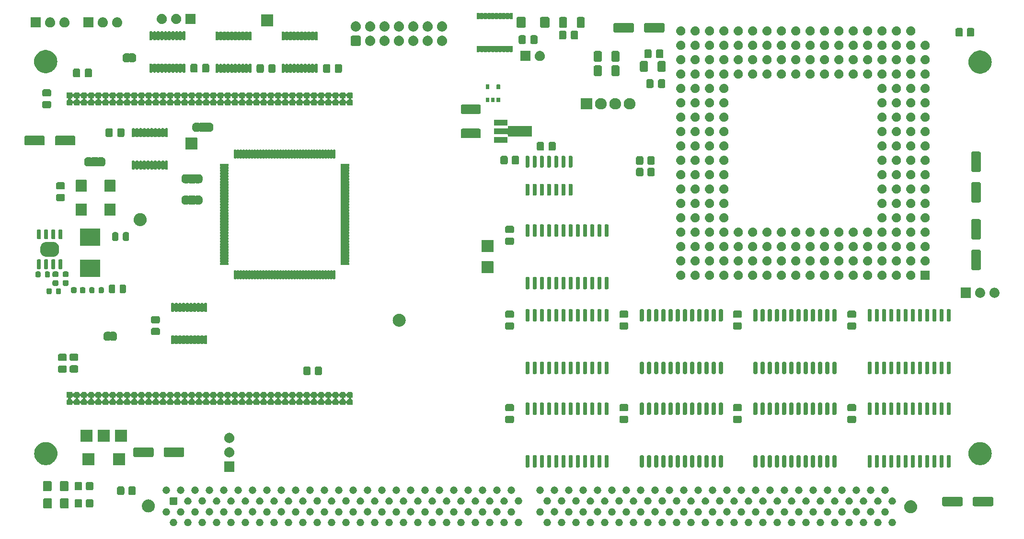
<source format=gbr>
%TF.GenerationSoftware,KiCad,Pcbnew,7.0.6-0*%
%TF.CreationDate,2024-10-04T12:35:45+02:00*%
%TF.ProjectId,Z3660_v022,5a333636-305f-4763-9032-322e6b696361,v0.22*%
%TF.SameCoordinates,Original*%
%TF.FileFunction,Soldermask,Top*%
%TF.FilePolarity,Negative*%
%FSLAX46Y46*%
G04 Gerber Fmt 4.6, Leading zero omitted, Abs format (unit mm)*
G04 Created by KiCad (PCBNEW 7.0.6-0) date 2024-10-04 12:35:45*
%MOMM*%
%LPD*%
G01*
G04 APERTURE LIST*
G04 APERTURE END LIST*
G36*
X107270104Y-120093162D02*
G01*
X107313455Y-120093162D01*
X107349965Y-120102160D01*
X107379672Y-120105508D01*
X107418094Y-120118952D01*
X107465834Y-120130719D01*
X107494063Y-120145535D01*
X107517100Y-120153596D01*
X107556037Y-120178062D01*
X107604796Y-120203653D01*
X107624387Y-120221009D01*
X107640381Y-120231059D01*
X107676491Y-120267169D01*
X107722266Y-120307722D01*
X107733903Y-120324581D01*
X107743341Y-120334019D01*
X107773010Y-120381238D01*
X107811418Y-120436880D01*
X107816662Y-120450709D01*
X107820804Y-120457300D01*
X107840389Y-120513272D01*
X107867069Y-120583621D01*
X107868165Y-120592651D01*
X107868892Y-120594728D01*
X107875003Y-120648967D01*
X107885986Y-120739415D01*
X107875002Y-120829870D01*
X107868892Y-120884101D01*
X107868165Y-120886176D01*
X107867069Y-120895209D01*
X107840384Y-120965569D01*
X107820804Y-121021529D01*
X107816663Y-121028118D01*
X107811418Y-121041950D01*
X107773003Y-121097601D01*
X107743341Y-121144810D01*
X107733905Y-121154245D01*
X107722266Y-121171108D01*
X107676482Y-121211668D01*
X107640381Y-121247770D01*
X107624391Y-121257816D01*
X107604796Y-121275177D01*
X107556027Y-121300772D01*
X107517100Y-121325233D01*
X107494069Y-121333291D01*
X107465834Y-121348111D01*
X107418085Y-121359879D01*
X107379672Y-121373321D01*
X107349972Y-121376667D01*
X107313455Y-121385668D01*
X107270095Y-121385668D01*
X107234986Y-121389624D01*
X107199877Y-121385668D01*
X107156517Y-121385668D01*
X107120000Y-121376667D01*
X107090299Y-121373321D01*
X107051883Y-121359878D01*
X107004138Y-121348111D01*
X106975904Y-121333292D01*
X106952871Y-121325233D01*
X106913938Y-121300769D01*
X106865176Y-121275177D01*
X106845582Y-121257818D01*
X106829590Y-121247770D01*
X106793480Y-121211660D01*
X106747706Y-121171108D01*
X106736068Y-121154248D01*
X106726630Y-121144810D01*
X106696956Y-121097585D01*
X106658554Y-121041950D01*
X106653309Y-121028122D01*
X106649167Y-121021529D01*
X106629574Y-120965535D01*
X106602903Y-120895209D01*
X106601806Y-120886180D01*
X106601079Y-120884101D01*
X106594955Y-120829755D01*
X106583986Y-120739415D01*
X106594954Y-120649082D01*
X106601079Y-120594728D01*
X106601806Y-120592647D01*
X106602903Y-120583621D01*
X106629569Y-120513306D01*
X106649167Y-120457300D01*
X106653310Y-120450705D01*
X106658554Y-120436880D01*
X106696949Y-120381254D01*
X106726630Y-120334019D01*
X106736071Y-120324577D01*
X106747706Y-120307722D01*
X106793472Y-120267176D01*
X106829590Y-120231059D01*
X106845586Y-120221007D01*
X106865176Y-120203653D01*
X106913928Y-120178065D01*
X106952871Y-120153596D01*
X106975910Y-120145534D01*
X107004138Y-120130719D01*
X107051873Y-120118953D01*
X107090299Y-120105508D01*
X107120007Y-120102160D01*
X107156517Y-120093162D01*
X107199868Y-120093162D01*
X107234986Y-120089205D01*
X107270104Y-120093162D01*
G37*
G36*
X109810104Y-120093162D02*
G01*
X109853455Y-120093162D01*
X109889965Y-120102160D01*
X109919672Y-120105508D01*
X109958094Y-120118952D01*
X110005834Y-120130719D01*
X110034063Y-120145535D01*
X110057100Y-120153596D01*
X110096037Y-120178062D01*
X110144796Y-120203653D01*
X110164387Y-120221009D01*
X110180381Y-120231059D01*
X110216491Y-120267169D01*
X110262266Y-120307722D01*
X110273903Y-120324581D01*
X110283341Y-120334019D01*
X110313010Y-120381238D01*
X110351418Y-120436880D01*
X110356662Y-120450709D01*
X110360804Y-120457300D01*
X110380389Y-120513272D01*
X110407069Y-120583621D01*
X110408165Y-120592651D01*
X110408892Y-120594728D01*
X110415003Y-120648967D01*
X110425986Y-120739415D01*
X110415002Y-120829870D01*
X110408892Y-120884101D01*
X110408165Y-120886176D01*
X110407069Y-120895209D01*
X110380384Y-120965569D01*
X110360804Y-121021529D01*
X110356663Y-121028118D01*
X110351418Y-121041950D01*
X110313003Y-121097601D01*
X110283341Y-121144810D01*
X110273905Y-121154245D01*
X110262266Y-121171108D01*
X110216482Y-121211668D01*
X110180381Y-121247770D01*
X110164391Y-121257816D01*
X110144796Y-121275177D01*
X110096027Y-121300772D01*
X110057100Y-121325233D01*
X110034069Y-121333291D01*
X110005834Y-121348111D01*
X109958085Y-121359879D01*
X109919672Y-121373321D01*
X109889972Y-121376667D01*
X109853455Y-121385668D01*
X109810095Y-121385668D01*
X109774986Y-121389624D01*
X109739877Y-121385668D01*
X109696517Y-121385668D01*
X109660000Y-121376667D01*
X109630299Y-121373321D01*
X109591883Y-121359878D01*
X109544138Y-121348111D01*
X109515904Y-121333292D01*
X109492871Y-121325233D01*
X109453938Y-121300769D01*
X109405176Y-121275177D01*
X109385582Y-121257818D01*
X109369590Y-121247770D01*
X109333480Y-121211660D01*
X109287706Y-121171108D01*
X109276068Y-121154248D01*
X109266630Y-121144810D01*
X109236956Y-121097585D01*
X109198554Y-121041950D01*
X109193309Y-121028122D01*
X109189167Y-121021529D01*
X109169574Y-120965535D01*
X109142903Y-120895209D01*
X109141806Y-120886180D01*
X109141079Y-120884101D01*
X109134955Y-120829755D01*
X109123986Y-120739415D01*
X109134954Y-120649082D01*
X109141079Y-120594728D01*
X109141806Y-120592647D01*
X109142903Y-120583621D01*
X109169569Y-120513306D01*
X109189167Y-120457300D01*
X109193310Y-120450705D01*
X109198554Y-120436880D01*
X109236949Y-120381254D01*
X109266630Y-120334019D01*
X109276071Y-120324577D01*
X109287706Y-120307722D01*
X109333472Y-120267176D01*
X109369590Y-120231059D01*
X109385586Y-120221007D01*
X109405176Y-120203653D01*
X109453928Y-120178065D01*
X109492871Y-120153596D01*
X109515910Y-120145534D01*
X109544138Y-120130719D01*
X109591873Y-120118953D01*
X109630299Y-120105508D01*
X109660007Y-120102160D01*
X109696517Y-120093162D01*
X109739868Y-120093162D01*
X109774986Y-120089205D01*
X109810104Y-120093162D01*
G37*
G36*
X112350104Y-120093162D02*
G01*
X112393455Y-120093162D01*
X112429965Y-120102160D01*
X112459672Y-120105508D01*
X112498094Y-120118952D01*
X112545834Y-120130719D01*
X112574063Y-120145535D01*
X112597100Y-120153596D01*
X112636037Y-120178062D01*
X112684796Y-120203653D01*
X112704387Y-120221009D01*
X112720381Y-120231059D01*
X112756491Y-120267169D01*
X112802266Y-120307722D01*
X112813903Y-120324581D01*
X112823341Y-120334019D01*
X112853010Y-120381238D01*
X112891418Y-120436880D01*
X112896662Y-120450709D01*
X112900804Y-120457300D01*
X112920389Y-120513272D01*
X112947069Y-120583621D01*
X112948165Y-120592651D01*
X112948892Y-120594728D01*
X112955003Y-120648967D01*
X112965986Y-120739415D01*
X112955002Y-120829870D01*
X112948892Y-120884101D01*
X112948165Y-120886176D01*
X112947069Y-120895209D01*
X112920384Y-120965569D01*
X112900804Y-121021529D01*
X112896663Y-121028118D01*
X112891418Y-121041950D01*
X112853003Y-121097601D01*
X112823341Y-121144810D01*
X112813905Y-121154245D01*
X112802266Y-121171108D01*
X112756482Y-121211668D01*
X112720381Y-121247770D01*
X112704391Y-121257816D01*
X112684796Y-121275177D01*
X112636027Y-121300772D01*
X112597100Y-121325233D01*
X112574069Y-121333291D01*
X112545834Y-121348111D01*
X112498085Y-121359879D01*
X112459672Y-121373321D01*
X112429972Y-121376667D01*
X112393455Y-121385668D01*
X112350095Y-121385668D01*
X112314986Y-121389624D01*
X112279877Y-121385668D01*
X112236517Y-121385668D01*
X112200000Y-121376667D01*
X112170299Y-121373321D01*
X112131883Y-121359878D01*
X112084138Y-121348111D01*
X112055904Y-121333292D01*
X112032871Y-121325233D01*
X111993938Y-121300769D01*
X111945176Y-121275177D01*
X111925582Y-121257818D01*
X111909590Y-121247770D01*
X111873480Y-121211660D01*
X111827706Y-121171108D01*
X111816068Y-121154248D01*
X111806630Y-121144810D01*
X111776956Y-121097585D01*
X111738554Y-121041950D01*
X111733309Y-121028122D01*
X111729167Y-121021529D01*
X111709574Y-120965535D01*
X111682903Y-120895209D01*
X111681806Y-120886180D01*
X111681079Y-120884101D01*
X111674955Y-120829755D01*
X111663986Y-120739415D01*
X111674954Y-120649082D01*
X111681079Y-120594728D01*
X111681806Y-120592647D01*
X111682903Y-120583621D01*
X111709569Y-120513306D01*
X111729167Y-120457300D01*
X111733310Y-120450705D01*
X111738554Y-120436880D01*
X111776949Y-120381254D01*
X111806630Y-120334019D01*
X111816071Y-120324577D01*
X111827706Y-120307722D01*
X111873472Y-120267176D01*
X111909590Y-120231059D01*
X111925586Y-120221007D01*
X111945176Y-120203653D01*
X111993928Y-120178065D01*
X112032871Y-120153596D01*
X112055910Y-120145534D01*
X112084138Y-120130719D01*
X112131873Y-120118953D01*
X112170299Y-120105508D01*
X112200007Y-120102160D01*
X112236517Y-120093162D01*
X112279868Y-120093162D01*
X112314986Y-120089205D01*
X112350104Y-120093162D01*
G37*
G36*
X114890104Y-120093162D02*
G01*
X114933455Y-120093162D01*
X114969965Y-120102160D01*
X114999672Y-120105508D01*
X115038094Y-120118952D01*
X115085834Y-120130719D01*
X115114063Y-120145535D01*
X115137100Y-120153596D01*
X115176037Y-120178062D01*
X115224796Y-120203653D01*
X115244387Y-120221009D01*
X115260381Y-120231059D01*
X115296491Y-120267169D01*
X115342266Y-120307722D01*
X115353903Y-120324581D01*
X115363341Y-120334019D01*
X115393010Y-120381238D01*
X115431418Y-120436880D01*
X115436662Y-120450709D01*
X115440804Y-120457300D01*
X115460389Y-120513272D01*
X115487069Y-120583621D01*
X115488165Y-120592651D01*
X115488892Y-120594728D01*
X115495003Y-120648967D01*
X115505986Y-120739415D01*
X115495002Y-120829870D01*
X115488892Y-120884101D01*
X115488165Y-120886176D01*
X115487069Y-120895209D01*
X115460384Y-120965569D01*
X115440804Y-121021529D01*
X115436663Y-121028118D01*
X115431418Y-121041950D01*
X115393003Y-121097601D01*
X115363341Y-121144810D01*
X115353905Y-121154245D01*
X115342266Y-121171108D01*
X115296482Y-121211668D01*
X115260381Y-121247770D01*
X115244391Y-121257816D01*
X115224796Y-121275177D01*
X115176027Y-121300772D01*
X115137100Y-121325233D01*
X115114069Y-121333291D01*
X115085834Y-121348111D01*
X115038085Y-121359879D01*
X114999672Y-121373321D01*
X114969972Y-121376667D01*
X114933455Y-121385668D01*
X114890095Y-121385668D01*
X114854986Y-121389624D01*
X114819877Y-121385668D01*
X114776517Y-121385668D01*
X114740000Y-121376667D01*
X114710299Y-121373321D01*
X114671883Y-121359878D01*
X114624138Y-121348111D01*
X114595904Y-121333292D01*
X114572871Y-121325233D01*
X114533938Y-121300769D01*
X114485176Y-121275177D01*
X114465582Y-121257818D01*
X114449590Y-121247770D01*
X114413480Y-121211660D01*
X114367706Y-121171108D01*
X114356068Y-121154248D01*
X114346630Y-121144810D01*
X114316956Y-121097585D01*
X114278554Y-121041950D01*
X114273309Y-121028122D01*
X114269167Y-121021529D01*
X114249574Y-120965535D01*
X114222903Y-120895209D01*
X114221806Y-120886180D01*
X114221079Y-120884101D01*
X114214955Y-120829755D01*
X114203986Y-120739415D01*
X114214954Y-120649082D01*
X114221079Y-120594728D01*
X114221806Y-120592647D01*
X114222903Y-120583621D01*
X114249569Y-120513306D01*
X114269167Y-120457300D01*
X114273310Y-120450705D01*
X114278554Y-120436880D01*
X114316949Y-120381254D01*
X114346630Y-120334019D01*
X114356071Y-120324577D01*
X114367706Y-120307722D01*
X114413472Y-120267176D01*
X114449590Y-120231059D01*
X114465586Y-120221007D01*
X114485176Y-120203653D01*
X114533928Y-120178065D01*
X114572871Y-120153596D01*
X114595910Y-120145534D01*
X114624138Y-120130719D01*
X114671873Y-120118953D01*
X114710299Y-120105508D01*
X114740007Y-120102160D01*
X114776517Y-120093162D01*
X114819868Y-120093162D01*
X114854986Y-120089205D01*
X114890104Y-120093162D01*
G37*
G36*
X117430104Y-120093162D02*
G01*
X117473455Y-120093162D01*
X117509965Y-120102160D01*
X117539672Y-120105508D01*
X117578094Y-120118952D01*
X117625834Y-120130719D01*
X117654063Y-120145535D01*
X117677100Y-120153596D01*
X117716037Y-120178062D01*
X117764796Y-120203653D01*
X117784387Y-120221009D01*
X117800381Y-120231059D01*
X117836491Y-120267169D01*
X117882266Y-120307722D01*
X117893903Y-120324581D01*
X117903341Y-120334019D01*
X117933010Y-120381238D01*
X117971418Y-120436880D01*
X117976662Y-120450709D01*
X117980804Y-120457300D01*
X118000389Y-120513272D01*
X118027069Y-120583621D01*
X118028165Y-120592651D01*
X118028892Y-120594728D01*
X118035003Y-120648967D01*
X118045986Y-120739415D01*
X118035002Y-120829870D01*
X118028892Y-120884101D01*
X118028165Y-120886176D01*
X118027069Y-120895209D01*
X118000384Y-120965569D01*
X117980804Y-121021529D01*
X117976663Y-121028118D01*
X117971418Y-121041950D01*
X117933003Y-121097601D01*
X117903341Y-121144810D01*
X117893905Y-121154245D01*
X117882266Y-121171108D01*
X117836482Y-121211668D01*
X117800381Y-121247770D01*
X117784391Y-121257816D01*
X117764796Y-121275177D01*
X117716027Y-121300772D01*
X117677100Y-121325233D01*
X117654069Y-121333291D01*
X117625834Y-121348111D01*
X117578085Y-121359879D01*
X117539672Y-121373321D01*
X117509972Y-121376667D01*
X117473455Y-121385668D01*
X117430095Y-121385668D01*
X117394986Y-121389624D01*
X117359877Y-121385668D01*
X117316517Y-121385668D01*
X117280000Y-121376667D01*
X117250299Y-121373321D01*
X117211883Y-121359878D01*
X117164138Y-121348111D01*
X117135904Y-121333292D01*
X117112871Y-121325233D01*
X117073938Y-121300769D01*
X117025176Y-121275177D01*
X117005582Y-121257818D01*
X116989590Y-121247770D01*
X116953480Y-121211660D01*
X116907706Y-121171108D01*
X116896068Y-121154248D01*
X116886630Y-121144810D01*
X116856956Y-121097585D01*
X116818554Y-121041950D01*
X116813309Y-121028122D01*
X116809167Y-121021529D01*
X116789574Y-120965535D01*
X116762903Y-120895209D01*
X116761806Y-120886180D01*
X116761079Y-120884101D01*
X116754955Y-120829755D01*
X116743986Y-120739415D01*
X116754954Y-120649082D01*
X116761079Y-120594728D01*
X116761806Y-120592647D01*
X116762903Y-120583621D01*
X116789569Y-120513306D01*
X116809167Y-120457300D01*
X116813310Y-120450705D01*
X116818554Y-120436880D01*
X116856949Y-120381254D01*
X116886630Y-120334019D01*
X116896071Y-120324577D01*
X116907706Y-120307722D01*
X116953472Y-120267176D01*
X116989590Y-120231059D01*
X117005586Y-120221007D01*
X117025176Y-120203653D01*
X117073928Y-120178065D01*
X117112871Y-120153596D01*
X117135910Y-120145534D01*
X117164138Y-120130719D01*
X117211873Y-120118953D01*
X117250299Y-120105508D01*
X117280007Y-120102160D01*
X117316517Y-120093162D01*
X117359868Y-120093162D01*
X117394986Y-120089205D01*
X117430104Y-120093162D01*
G37*
G36*
X119970104Y-120093162D02*
G01*
X120013455Y-120093162D01*
X120049965Y-120102160D01*
X120079672Y-120105508D01*
X120118094Y-120118952D01*
X120165834Y-120130719D01*
X120194063Y-120145535D01*
X120217100Y-120153596D01*
X120256037Y-120178062D01*
X120304796Y-120203653D01*
X120324387Y-120221009D01*
X120340381Y-120231059D01*
X120376491Y-120267169D01*
X120422266Y-120307722D01*
X120433903Y-120324581D01*
X120443341Y-120334019D01*
X120473010Y-120381238D01*
X120511418Y-120436880D01*
X120516662Y-120450709D01*
X120520804Y-120457300D01*
X120540389Y-120513272D01*
X120567069Y-120583621D01*
X120568165Y-120592651D01*
X120568892Y-120594728D01*
X120575003Y-120648967D01*
X120585986Y-120739415D01*
X120575002Y-120829870D01*
X120568892Y-120884101D01*
X120568165Y-120886176D01*
X120567069Y-120895209D01*
X120540384Y-120965569D01*
X120520804Y-121021529D01*
X120516663Y-121028118D01*
X120511418Y-121041950D01*
X120473003Y-121097601D01*
X120443341Y-121144810D01*
X120433905Y-121154245D01*
X120422266Y-121171108D01*
X120376482Y-121211668D01*
X120340381Y-121247770D01*
X120324391Y-121257816D01*
X120304796Y-121275177D01*
X120256027Y-121300772D01*
X120217100Y-121325233D01*
X120194069Y-121333291D01*
X120165834Y-121348111D01*
X120118085Y-121359879D01*
X120079672Y-121373321D01*
X120049972Y-121376667D01*
X120013455Y-121385668D01*
X119970095Y-121385668D01*
X119934986Y-121389624D01*
X119899877Y-121385668D01*
X119856517Y-121385668D01*
X119820000Y-121376667D01*
X119790299Y-121373321D01*
X119751883Y-121359878D01*
X119704138Y-121348111D01*
X119675904Y-121333292D01*
X119652871Y-121325233D01*
X119613938Y-121300769D01*
X119565176Y-121275177D01*
X119545582Y-121257818D01*
X119529590Y-121247770D01*
X119493480Y-121211660D01*
X119447706Y-121171108D01*
X119436068Y-121154248D01*
X119426630Y-121144810D01*
X119396956Y-121097585D01*
X119358554Y-121041950D01*
X119353309Y-121028122D01*
X119349167Y-121021529D01*
X119329574Y-120965535D01*
X119302903Y-120895209D01*
X119301806Y-120886180D01*
X119301079Y-120884101D01*
X119294955Y-120829755D01*
X119283986Y-120739415D01*
X119294954Y-120649082D01*
X119301079Y-120594728D01*
X119301806Y-120592647D01*
X119302903Y-120583621D01*
X119329569Y-120513306D01*
X119349167Y-120457300D01*
X119353310Y-120450705D01*
X119358554Y-120436880D01*
X119396949Y-120381254D01*
X119426630Y-120334019D01*
X119436071Y-120324577D01*
X119447706Y-120307722D01*
X119493472Y-120267176D01*
X119529590Y-120231059D01*
X119545586Y-120221007D01*
X119565176Y-120203653D01*
X119613928Y-120178065D01*
X119652871Y-120153596D01*
X119675910Y-120145534D01*
X119704138Y-120130719D01*
X119751873Y-120118953D01*
X119790299Y-120105508D01*
X119820007Y-120102160D01*
X119856517Y-120093162D01*
X119899868Y-120093162D01*
X119934986Y-120089205D01*
X119970104Y-120093162D01*
G37*
G36*
X122510104Y-120093162D02*
G01*
X122553455Y-120093162D01*
X122589965Y-120102160D01*
X122619672Y-120105508D01*
X122658094Y-120118952D01*
X122705834Y-120130719D01*
X122734063Y-120145535D01*
X122757100Y-120153596D01*
X122796037Y-120178062D01*
X122844796Y-120203653D01*
X122864387Y-120221009D01*
X122880381Y-120231059D01*
X122916491Y-120267169D01*
X122962266Y-120307722D01*
X122973903Y-120324581D01*
X122983341Y-120334019D01*
X123013010Y-120381238D01*
X123051418Y-120436880D01*
X123056662Y-120450709D01*
X123060804Y-120457300D01*
X123080389Y-120513272D01*
X123107069Y-120583621D01*
X123108165Y-120592651D01*
X123108892Y-120594728D01*
X123115003Y-120648967D01*
X123125986Y-120739415D01*
X123115002Y-120829870D01*
X123108892Y-120884101D01*
X123108165Y-120886176D01*
X123107069Y-120895209D01*
X123080384Y-120965569D01*
X123060804Y-121021529D01*
X123056663Y-121028118D01*
X123051418Y-121041950D01*
X123013003Y-121097601D01*
X122983341Y-121144810D01*
X122973905Y-121154245D01*
X122962266Y-121171108D01*
X122916482Y-121211668D01*
X122880381Y-121247770D01*
X122864391Y-121257816D01*
X122844796Y-121275177D01*
X122796027Y-121300772D01*
X122757100Y-121325233D01*
X122734069Y-121333291D01*
X122705834Y-121348111D01*
X122658085Y-121359879D01*
X122619672Y-121373321D01*
X122589972Y-121376667D01*
X122553455Y-121385668D01*
X122510095Y-121385668D01*
X122474986Y-121389624D01*
X122439877Y-121385668D01*
X122396517Y-121385668D01*
X122360000Y-121376667D01*
X122330299Y-121373321D01*
X122291883Y-121359878D01*
X122244138Y-121348111D01*
X122215904Y-121333292D01*
X122192871Y-121325233D01*
X122153938Y-121300769D01*
X122105176Y-121275177D01*
X122085582Y-121257818D01*
X122069590Y-121247770D01*
X122033480Y-121211660D01*
X121987706Y-121171108D01*
X121976068Y-121154248D01*
X121966630Y-121144810D01*
X121936956Y-121097585D01*
X121898554Y-121041950D01*
X121893309Y-121028122D01*
X121889167Y-121021529D01*
X121869574Y-120965535D01*
X121842903Y-120895209D01*
X121841806Y-120886180D01*
X121841079Y-120884101D01*
X121834955Y-120829755D01*
X121823986Y-120739415D01*
X121834954Y-120649082D01*
X121841079Y-120594728D01*
X121841806Y-120592647D01*
X121842903Y-120583621D01*
X121869569Y-120513306D01*
X121889167Y-120457300D01*
X121893310Y-120450705D01*
X121898554Y-120436880D01*
X121936949Y-120381254D01*
X121966630Y-120334019D01*
X121976071Y-120324577D01*
X121987706Y-120307722D01*
X122033472Y-120267176D01*
X122069590Y-120231059D01*
X122085586Y-120221007D01*
X122105176Y-120203653D01*
X122153928Y-120178065D01*
X122192871Y-120153596D01*
X122215910Y-120145534D01*
X122244138Y-120130719D01*
X122291873Y-120118953D01*
X122330299Y-120105508D01*
X122360007Y-120102160D01*
X122396517Y-120093162D01*
X122439868Y-120093162D01*
X122474986Y-120089205D01*
X122510104Y-120093162D01*
G37*
G36*
X125050104Y-120093162D02*
G01*
X125093455Y-120093162D01*
X125129965Y-120102160D01*
X125159672Y-120105508D01*
X125198094Y-120118952D01*
X125245834Y-120130719D01*
X125274063Y-120145535D01*
X125297100Y-120153596D01*
X125336037Y-120178062D01*
X125384796Y-120203653D01*
X125404387Y-120221009D01*
X125420381Y-120231059D01*
X125456491Y-120267169D01*
X125502266Y-120307722D01*
X125513903Y-120324581D01*
X125523341Y-120334019D01*
X125553010Y-120381238D01*
X125591418Y-120436880D01*
X125596662Y-120450709D01*
X125600804Y-120457300D01*
X125620389Y-120513272D01*
X125647069Y-120583621D01*
X125648165Y-120592651D01*
X125648892Y-120594728D01*
X125655003Y-120648967D01*
X125665986Y-120739415D01*
X125655002Y-120829870D01*
X125648892Y-120884101D01*
X125648165Y-120886176D01*
X125647069Y-120895209D01*
X125620384Y-120965569D01*
X125600804Y-121021529D01*
X125596663Y-121028118D01*
X125591418Y-121041950D01*
X125553003Y-121097601D01*
X125523341Y-121144810D01*
X125513905Y-121154245D01*
X125502266Y-121171108D01*
X125456482Y-121211668D01*
X125420381Y-121247770D01*
X125404391Y-121257816D01*
X125384796Y-121275177D01*
X125336027Y-121300772D01*
X125297100Y-121325233D01*
X125274069Y-121333291D01*
X125245834Y-121348111D01*
X125198085Y-121359879D01*
X125159672Y-121373321D01*
X125129972Y-121376667D01*
X125093455Y-121385668D01*
X125050095Y-121385668D01*
X125014986Y-121389624D01*
X124979877Y-121385668D01*
X124936517Y-121385668D01*
X124900000Y-121376667D01*
X124870299Y-121373321D01*
X124831883Y-121359878D01*
X124784138Y-121348111D01*
X124755904Y-121333292D01*
X124732871Y-121325233D01*
X124693938Y-121300769D01*
X124645176Y-121275177D01*
X124625582Y-121257818D01*
X124609590Y-121247770D01*
X124573480Y-121211660D01*
X124527706Y-121171108D01*
X124516068Y-121154248D01*
X124506630Y-121144810D01*
X124476956Y-121097585D01*
X124438554Y-121041950D01*
X124433309Y-121028122D01*
X124429167Y-121021529D01*
X124409574Y-120965535D01*
X124382903Y-120895209D01*
X124381806Y-120886180D01*
X124381079Y-120884101D01*
X124374955Y-120829755D01*
X124363986Y-120739415D01*
X124374954Y-120649082D01*
X124381079Y-120594728D01*
X124381806Y-120592647D01*
X124382903Y-120583621D01*
X124409569Y-120513306D01*
X124429167Y-120457300D01*
X124433310Y-120450705D01*
X124438554Y-120436880D01*
X124476949Y-120381254D01*
X124506630Y-120334019D01*
X124516071Y-120324577D01*
X124527706Y-120307722D01*
X124573472Y-120267176D01*
X124609590Y-120231059D01*
X124625586Y-120221007D01*
X124645176Y-120203653D01*
X124693928Y-120178065D01*
X124732871Y-120153596D01*
X124755910Y-120145534D01*
X124784138Y-120130719D01*
X124831873Y-120118953D01*
X124870299Y-120105508D01*
X124900007Y-120102160D01*
X124936517Y-120093162D01*
X124979868Y-120093162D01*
X125014986Y-120089205D01*
X125050104Y-120093162D01*
G37*
G36*
X127590104Y-120093162D02*
G01*
X127633455Y-120093162D01*
X127669965Y-120102160D01*
X127699672Y-120105508D01*
X127738094Y-120118952D01*
X127785834Y-120130719D01*
X127814063Y-120145535D01*
X127837100Y-120153596D01*
X127876037Y-120178062D01*
X127924796Y-120203653D01*
X127944387Y-120221009D01*
X127960381Y-120231059D01*
X127996491Y-120267169D01*
X128042266Y-120307722D01*
X128053903Y-120324581D01*
X128063341Y-120334019D01*
X128093010Y-120381238D01*
X128131418Y-120436880D01*
X128136662Y-120450709D01*
X128140804Y-120457300D01*
X128160389Y-120513272D01*
X128187069Y-120583621D01*
X128188165Y-120592651D01*
X128188892Y-120594728D01*
X128195003Y-120648967D01*
X128205986Y-120739415D01*
X128195002Y-120829870D01*
X128188892Y-120884101D01*
X128188165Y-120886176D01*
X128187069Y-120895209D01*
X128160384Y-120965569D01*
X128140804Y-121021529D01*
X128136663Y-121028118D01*
X128131418Y-121041950D01*
X128093003Y-121097601D01*
X128063341Y-121144810D01*
X128053905Y-121154245D01*
X128042266Y-121171108D01*
X127996482Y-121211668D01*
X127960381Y-121247770D01*
X127944391Y-121257816D01*
X127924796Y-121275177D01*
X127876027Y-121300772D01*
X127837100Y-121325233D01*
X127814069Y-121333291D01*
X127785834Y-121348111D01*
X127738085Y-121359879D01*
X127699672Y-121373321D01*
X127669972Y-121376667D01*
X127633455Y-121385668D01*
X127590095Y-121385668D01*
X127554986Y-121389624D01*
X127519877Y-121385668D01*
X127476517Y-121385668D01*
X127440000Y-121376667D01*
X127410299Y-121373321D01*
X127371883Y-121359878D01*
X127324138Y-121348111D01*
X127295904Y-121333292D01*
X127272871Y-121325233D01*
X127233938Y-121300769D01*
X127185176Y-121275177D01*
X127165582Y-121257818D01*
X127149590Y-121247770D01*
X127113480Y-121211660D01*
X127067706Y-121171108D01*
X127056068Y-121154248D01*
X127046630Y-121144810D01*
X127016956Y-121097585D01*
X126978554Y-121041950D01*
X126973309Y-121028122D01*
X126969167Y-121021529D01*
X126949574Y-120965535D01*
X126922903Y-120895209D01*
X126921806Y-120886180D01*
X126921079Y-120884101D01*
X126914955Y-120829755D01*
X126903986Y-120739415D01*
X126914954Y-120649082D01*
X126921079Y-120594728D01*
X126921806Y-120592647D01*
X126922903Y-120583621D01*
X126949569Y-120513306D01*
X126969167Y-120457300D01*
X126973310Y-120450705D01*
X126978554Y-120436880D01*
X127016949Y-120381254D01*
X127046630Y-120334019D01*
X127056071Y-120324577D01*
X127067706Y-120307722D01*
X127113472Y-120267176D01*
X127149590Y-120231059D01*
X127165586Y-120221007D01*
X127185176Y-120203653D01*
X127233928Y-120178065D01*
X127272871Y-120153596D01*
X127295910Y-120145534D01*
X127324138Y-120130719D01*
X127371873Y-120118953D01*
X127410299Y-120105508D01*
X127440007Y-120102160D01*
X127476517Y-120093162D01*
X127519868Y-120093162D01*
X127554986Y-120089205D01*
X127590104Y-120093162D01*
G37*
G36*
X130130104Y-120093162D02*
G01*
X130173455Y-120093162D01*
X130209965Y-120102160D01*
X130239672Y-120105508D01*
X130278094Y-120118952D01*
X130325834Y-120130719D01*
X130354063Y-120145535D01*
X130377100Y-120153596D01*
X130416037Y-120178062D01*
X130464796Y-120203653D01*
X130484387Y-120221009D01*
X130500381Y-120231059D01*
X130536491Y-120267169D01*
X130582266Y-120307722D01*
X130593903Y-120324581D01*
X130603341Y-120334019D01*
X130633010Y-120381238D01*
X130671418Y-120436880D01*
X130676662Y-120450709D01*
X130680804Y-120457300D01*
X130700389Y-120513272D01*
X130727069Y-120583621D01*
X130728165Y-120592651D01*
X130728892Y-120594728D01*
X130735003Y-120648967D01*
X130745986Y-120739415D01*
X130735002Y-120829870D01*
X130728892Y-120884101D01*
X130728165Y-120886176D01*
X130727069Y-120895209D01*
X130700384Y-120965569D01*
X130680804Y-121021529D01*
X130676663Y-121028118D01*
X130671418Y-121041950D01*
X130633003Y-121097601D01*
X130603341Y-121144810D01*
X130593905Y-121154245D01*
X130582266Y-121171108D01*
X130536482Y-121211668D01*
X130500381Y-121247770D01*
X130484391Y-121257816D01*
X130464796Y-121275177D01*
X130416027Y-121300772D01*
X130377100Y-121325233D01*
X130354069Y-121333291D01*
X130325834Y-121348111D01*
X130278085Y-121359879D01*
X130239672Y-121373321D01*
X130209972Y-121376667D01*
X130173455Y-121385668D01*
X130130095Y-121385668D01*
X130094986Y-121389624D01*
X130059877Y-121385668D01*
X130016517Y-121385668D01*
X129980000Y-121376667D01*
X129950299Y-121373321D01*
X129911883Y-121359878D01*
X129864138Y-121348111D01*
X129835904Y-121333292D01*
X129812871Y-121325233D01*
X129773938Y-121300769D01*
X129725176Y-121275177D01*
X129705582Y-121257818D01*
X129689590Y-121247770D01*
X129653480Y-121211660D01*
X129607706Y-121171108D01*
X129596068Y-121154248D01*
X129586630Y-121144810D01*
X129556956Y-121097585D01*
X129518554Y-121041950D01*
X129513309Y-121028122D01*
X129509167Y-121021529D01*
X129489574Y-120965535D01*
X129462903Y-120895209D01*
X129461806Y-120886180D01*
X129461079Y-120884101D01*
X129454955Y-120829755D01*
X129443986Y-120739415D01*
X129454954Y-120649082D01*
X129461079Y-120594728D01*
X129461806Y-120592647D01*
X129462903Y-120583621D01*
X129489569Y-120513306D01*
X129509167Y-120457300D01*
X129513310Y-120450705D01*
X129518554Y-120436880D01*
X129556949Y-120381254D01*
X129586630Y-120334019D01*
X129596071Y-120324577D01*
X129607706Y-120307722D01*
X129653472Y-120267176D01*
X129689590Y-120231059D01*
X129705586Y-120221007D01*
X129725176Y-120203653D01*
X129773928Y-120178065D01*
X129812871Y-120153596D01*
X129835910Y-120145534D01*
X129864138Y-120130719D01*
X129911873Y-120118953D01*
X129950299Y-120105508D01*
X129980007Y-120102160D01*
X130016517Y-120093162D01*
X130059868Y-120093162D01*
X130094986Y-120089205D01*
X130130104Y-120093162D01*
G37*
G36*
X132670104Y-120093162D02*
G01*
X132713455Y-120093162D01*
X132749965Y-120102160D01*
X132779672Y-120105508D01*
X132818094Y-120118952D01*
X132865834Y-120130719D01*
X132894063Y-120145535D01*
X132917100Y-120153596D01*
X132956037Y-120178062D01*
X133004796Y-120203653D01*
X133024387Y-120221009D01*
X133040381Y-120231059D01*
X133076491Y-120267169D01*
X133122266Y-120307722D01*
X133133903Y-120324581D01*
X133143341Y-120334019D01*
X133173010Y-120381238D01*
X133211418Y-120436880D01*
X133216662Y-120450709D01*
X133220804Y-120457300D01*
X133240389Y-120513272D01*
X133267069Y-120583621D01*
X133268165Y-120592651D01*
X133268892Y-120594728D01*
X133275003Y-120648967D01*
X133285986Y-120739415D01*
X133275002Y-120829870D01*
X133268892Y-120884101D01*
X133268165Y-120886176D01*
X133267069Y-120895209D01*
X133240384Y-120965569D01*
X133220804Y-121021529D01*
X133216663Y-121028118D01*
X133211418Y-121041950D01*
X133173003Y-121097601D01*
X133143341Y-121144810D01*
X133133905Y-121154245D01*
X133122266Y-121171108D01*
X133076482Y-121211668D01*
X133040381Y-121247770D01*
X133024391Y-121257816D01*
X133004796Y-121275177D01*
X132956027Y-121300772D01*
X132917100Y-121325233D01*
X132894069Y-121333291D01*
X132865834Y-121348111D01*
X132818085Y-121359879D01*
X132779672Y-121373321D01*
X132749972Y-121376667D01*
X132713455Y-121385668D01*
X132670095Y-121385668D01*
X132634986Y-121389624D01*
X132599877Y-121385668D01*
X132556517Y-121385668D01*
X132520000Y-121376667D01*
X132490299Y-121373321D01*
X132451883Y-121359878D01*
X132404138Y-121348111D01*
X132375904Y-121333292D01*
X132352871Y-121325233D01*
X132313938Y-121300769D01*
X132265176Y-121275177D01*
X132245582Y-121257818D01*
X132229590Y-121247770D01*
X132193480Y-121211660D01*
X132147706Y-121171108D01*
X132136068Y-121154248D01*
X132126630Y-121144810D01*
X132096956Y-121097585D01*
X132058554Y-121041950D01*
X132053309Y-121028122D01*
X132049167Y-121021529D01*
X132029574Y-120965535D01*
X132002903Y-120895209D01*
X132001806Y-120886180D01*
X132001079Y-120884101D01*
X131994955Y-120829755D01*
X131983986Y-120739415D01*
X131994954Y-120649082D01*
X132001079Y-120594728D01*
X132001806Y-120592647D01*
X132002903Y-120583621D01*
X132029569Y-120513306D01*
X132049167Y-120457300D01*
X132053310Y-120450705D01*
X132058554Y-120436880D01*
X132096949Y-120381254D01*
X132126630Y-120334019D01*
X132136071Y-120324577D01*
X132147706Y-120307722D01*
X132193472Y-120267176D01*
X132229590Y-120231059D01*
X132245586Y-120221007D01*
X132265176Y-120203653D01*
X132313928Y-120178065D01*
X132352871Y-120153596D01*
X132375910Y-120145534D01*
X132404138Y-120130719D01*
X132451873Y-120118953D01*
X132490299Y-120105508D01*
X132520007Y-120102160D01*
X132556517Y-120093162D01*
X132599868Y-120093162D01*
X132634986Y-120089205D01*
X132670104Y-120093162D01*
G37*
G36*
X135210104Y-120093162D02*
G01*
X135253455Y-120093162D01*
X135289965Y-120102160D01*
X135319672Y-120105508D01*
X135358094Y-120118952D01*
X135405834Y-120130719D01*
X135434063Y-120145535D01*
X135457100Y-120153596D01*
X135496037Y-120178062D01*
X135544796Y-120203653D01*
X135564387Y-120221009D01*
X135580381Y-120231059D01*
X135616491Y-120267169D01*
X135662266Y-120307722D01*
X135673903Y-120324581D01*
X135683341Y-120334019D01*
X135713010Y-120381238D01*
X135751418Y-120436880D01*
X135756662Y-120450709D01*
X135760804Y-120457300D01*
X135780389Y-120513272D01*
X135807069Y-120583621D01*
X135808165Y-120592651D01*
X135808892Y-120594728D01*
X135815003Y-120648967D01*
X135825986Y-120739415D01*
X135815002Y-120829870D01*
X135808892Y-120884101D01*
X135808165Y-120886176D01*
X135807069Y-120895209D01*
X135780384Y-120965569D01*
X135760804Y-121021529D01*
X135756663Y-121028118D01*
X135751418Y-121041950D01*
X135713003Y-121097601D01*
X135683341Y-121144810D01*
X135673905Y-121154245D01*
X135662266Y-121171108D01*
X135616482Y-121211668D01*
X135580381Y-121247770D01*
X135564391Y-121257816D01*
X135544796Y-121275177D01*
X135496027Y-121300772D01*
X135457100Y-121325233D01*
X135434069Y-121333291D01*
X135405834Y-121348111D01*
X135358085Y-121359879D01*
X135319672Y-121373321D01*
X135289972Y-121376667D01*
X135253455Y-121385668D01*
X135210095Y-121385668D01*
X135174986Y-121389624D01*
X135139877Y-121385668D01*
X135096517Y-121385668D01*
X135060000Y-121376667D01*
X135030299Y-121373321D01*
X134991883Y-121359878D01*
X134944138Y-121348111D01*
X134915904Y-121333292D01*
X134892871Y-121325233D01*
X134853938Y-121300769D01*
X134805176Y-121275177D01*
X134785582Y-121257818D01*
X134769590Y-121247770D01*
X134733480Y-121211660D01*
X134687706Y-121171108D01*
X134676068Y-121154248D01*
X134666630Y-121144810D01*
X134636956Y-121097585D01*
X134598554Y-121041950D01*
X134593309Y-121028122D01*
X134589167Y-121021529D01*
X134569574Y-120965535D01*
X134542903Y-120895209D01*
X134541806Y-120886180D01*
X134541079Y-120884101D01*
X134534955Y-120829755D01*
X134523986Y-120739415D01*
X134534954Y-120649082D01*
X134541079Y-120594728D01*
X134541806Y-120592647D01*
X134542903Y-120583621D01*
X134569569Y-120513306D01*
X134589167Y-120457300D01*
X134593310Y-120450705D01*
X134598554Y-120436880D01*
X134636949Y-120381254D01*
X134666630Y-120334019D01*
X134676071Y-120324577D01*
X134687706Y-120307722D01*
X134733472Y-120267176D01*
X134769590Y-120231059D01*
X134785586Y-120221007D01*
X134805176Y-120203653D01*
X134853928Y-120178065D01*
X134892871Y-120153596D01*
X134915910Y-120145534D01*
X134944138Y-120130719D01*
X134991873Y-120118953D01*
X135030299Y-120105508D01*
X135060007Y-120102160D01*
X135096517Y-120093162D01*
X135139868Y-120093162D01*
X135174986Y-120089205D01*
X135210104Y-120093162D01*
G37*
G36*
X137750104Y-120093162D02*
G01*
X137793455Y-120093162D01*
X137829965Y-120102160D01*
X137859672Y-120105508D01*
X137898094Y-120118952D01*
X137945834Y-120130719D01*
X137974063Y-120145535D01*
X137997100Y-120153596D01*
X138036037Y-120178062D01*
X138084796Y-120203653D01*
X138104387Y-120221009D01*
X138120381Y-120231059D01*
X138156491Y-120267169D01*
X138202266Y-120307722D01*
X138213903Y-120324581D01*
X138223341Y-120334019D01*
X138253010Y-120381238D01*
X138291418Y-120436880D01*
X138296662Y-120450709D01*
X138300804Y-120457300D01*
X138320389Y-120513272D01*
X138347069Y-120583621D01*
X138348165Y-120592651D01*
X138348892Y-120594728D01*
X138355003Y-120648967D01*
X138365986Y-120739415D01*
X138355002Y-120829870D01*
X138348892Y-120884101D01*
X138348165Y-120886176D01*
X138347069Y-120895209D01*
X138320384Y-120965569D01*
X138300804Y-121021529D01*
X138296663Y-121028118D01*
X138291418Y-121041950D01*
X138253003Y-121097601D01*
X138223341Y-121144810D01*
X138213905Y-121154245D01*
X138202266Y-121171108D01*
X138156482Y-121211668D01*
X138120381Y-121247770D01*
X138104391Y-121257816D01*
X138084796Y-121275177D01*
X138036027Y-121300772D01*
X137997100Y-121325233D01*
X137974069Y-121333291D01*
X137945834Y-121348111D01*
X137898085Y-121359879D01*
X137859672Y-121373321D01*
X137829972Y-121376667D01*
X137793455Y-121385668D01*
X137750095Y-121385668D01*
X137714986Y-121389624D01*
X137679877Y-121385668D01*
X137636517Y-121385668D01*
X137600000Y-121376667D01*
X137570299Y-121373321D01*
X137531883Y-121359878D01*
X137484138Y-121348111D01*
X137455904Y-121333292D01*
X137432871Y-121325233D01*
X137393938Y-121300769D01*
X137345176Y-121275177D01*
X137325582Y-121257818D01*
X137309590Y-121247770D01*
X137273480Y-121211660D01*
X137227706Y-121171108D01*
X137216068Y-121154248D01*
X137206630Y-121144810D01*
X137176956Y-121097585D01*
X137138554Y-121041950D01*
X137133309Y-121028122D01*
X137129167Y-121021529D01*
X137109574Y-120965535D01*
X137082903Y-120895209D01*
X137081806Y-120886180D01*
X137081079Y-120884101D01*
X137074955Y-120829755D01*
X137063986Y-120739415D01*
X137074954Y-120649082D01*
X137081079Y-120594728D01*
X137081806Y-120592647D01*
X137082903Y-120583621D01*
X137109569Y-120513306D01*
X137129167Y-120457300D01*
X137133310Y-120450705D01*
X137138554Y-120436880D01*
X137176949Y-120381254D01*
X137206630Y-120334019D01*
X137216071Y-120324577D01*
X137227706Y-120307722D01*
X137273472Y-120267176D01*
X137309590Y-120231059D01*
X137325586Y-120221007D01*
X137345176Y-120203653D01*
X137393928Y-120178065D01*
X137432871Y-120153596D01*
X137455910Y-120145534D01*
X137484138Y-120130719D01*
X137531873Y-120118953D01*
X137570299Y-120105508D01*
X137600007Y-120102160D01*
X137636517Y-120093162D01*
X137679868Y-120093162D01*
X137714986Y-120089205D01*
X137750104Y-120093162D01*
G37*
G36*
X140290104Y-120093162D02*
G01*
X140333455Y-120093162D01*
X140369965Y-120102160D01*
X140399672Y-120105508D01*
X140438094Y-120118952D01*
X140485834Y-120130719D01*
X140514063Y-120145535D01*
X140537100Y-120153596D01*
X140576037Y-120178062D01*
X140624796Y-120203653D01*
X140644387Y-120221009D01*
X140660381Y-120231059D01*
X140696491Y-120267169D01*
X140742266Y-120307722D01*
X140753903Y-120324581D01*
X140763341Y-120334019D01*
X140793010Y-120381238D01*
X140831418Y-120436880D01*
X140836662Y-120450709D01*
X140840804Y-120457300D01*
X140860389Y-120513272D01*
X140887069Y-120583621D01*
X140888165Y-120592651D01*
X140888892Y-120594728D01*
X140895003Y-120648967D01*
X140905986Y-120739415D01*
X140895002Y-120829870D01*
X140888892Y-120884101D01*
X140888165Y-120886176D01*
X140887069Y-120895209D01*
X140860384Y-120965569D01*
X140840804Y-121021529D01*
X140836663Y-121028118D01*
X140831418Y-121041950D01*
X140793003Y-121097601D01*
X140763341Y-121144810D01*
X140753905Y-121154245D01*
X140742266Y-121171108D01*
X140696482Y-121211668D01*
X140660381Y-121247770D01*
X140644391Y-121257816D01*
X140624796Y-121275177D01*
X140576027Y-121300772D01*
X140537100Y-121325233D01*
X140514069Y-121333291D01*
X140485834Y-121348111D01*
X140438085Y-121359879D01*
X140399672Y-121373321D01*
X140369972Y-121376667D01*
X140333455Y-121385668D01*
X140290095Y-121385668D01*
X140254986Y-121389624D01*
X140219877Y-121385668D01*
X140176517Y-121385668D01*
X140140000Y-121376667D01*
X140110299Y-121373321D01*
X140071883Y-121359878D01*
X140024138Y-121348111D01*
X139995904Y-121333292D01*
X139972871Y-121325233D01*
X139933938Y-121300769D01*
X139885176Y-121275177D01*
X139865582Y-121257818D01*
X139849590Y-121247770D01*
X139813480Y-121211660D01*
X139767706Y-121171108D01*
X139756068Y-121154248D01*
X139746630Y-121144810D01*
X139716956Y-121097585D01*
X139678554Y-121041950D01*
X139673309Y-121028122D01*
X139669167Y-121021529D01*
X139649574Y-120965535D01*
X139622903Y-120895209D01*
X139621806Y-120886180D01*
X139621079Y-120884101D01*
X139614955Y-120829755D01*
X139603986Y-120739415D01*
X139614954Y-120649082D01*
X139621079Y-120594728D01*
X139621806Y-120592647D01*
X139622903Y-120583621D01*
X139649569Y-120513306D01*
X139669167Y-120457300D01*
X139673310Y-120450705D01*
X139678554Y-120436880D01*
X139716949Y-120381254D01*
X139746630Y-120334019D01*
X139756071Y-120324577D01*
X139767706Y-120307722D01*
X139813472Y-120267176D01*
X139849590Y-120231059D01*
X139865586Y-120221007D01*
X139885176Y-120203653D01*
X139933928Y-120178065D01*
X139972871Y-120153596D01*
X139995910Y-120145534D01*
X140024138Y-120130719D01*
X140071873Y-120118953D01*
X140110299Y-120105508D01*
X140140007Y-120102160D01*
X140176517Y-120093162D01*
X140219868Y-120093162D01*
X140254986Y-120089205D01*
X140290104Y-120093162D01*
G37*
G36*
X142830104Y-120093162D02*
G01*
X142873455Y-120093162D01*
X142909965Y-120102160D01*
X142939672Y-120105508D01*
X142978094Y-120118952D01*
X143025834Y-120130719D01*
X143054063Y-120145535D01*
X143077100Y-120153596D01*
X143116037Y-120178062D01*
X143164796Y-120203653D01*
X143184387Y-120221009D01*
X143200381Y-120231059D01*
X143236491Y-120267169D01*
X143282266Y-120307722D01*
X143293903Y-120324581D01*
X143303341Y-120334019D01*
X143333010Y-120381238D01*
X143371418Y-120436880D01*
X143376662Y-120450709D01*
X143380804Y-120457300D01*
X143400389Y-120513272D01*
X143427069Y-120583621D01*
X143428165Y-120592651D01*
X143428892Y-120594728D01*
X143435003Y-120648967D01*
X143445986Y-120739415D01*
X143435002Y-120829870D01*
X143428892Y-120884101D01*
X143428165Y-120886176D01*
X143427069Y-120895209D01*
X143400384Y-120965569D01*
X143380804Y-121021529D01*
X143376663Y-121028118D01*
X143371418Y-121041950D01*
X143333003Y-121097601D01*
X143303341Y-121144810D01*
X143293905Y-121154245D01*
X143282266Y-121171108D01*
X143236482Y-121211668D01*
X143200381Y-121247770D01*
X143184391Y-121257816D01*
X143164796Y-121275177D01*
X143116027Y-121300772D01*
X143077100Y-121325233D01*
X143054069Y-121333291D01*
X143025834Y-121348111D01*
X142978085Y-121359879D01*
X142939672Y-121373321D01*
X142909972Y-121376667D01*
X142873455Y-121385668D01*
X142830095Y-121385668D01*
X142794986Y-121389624D01*
X142759877Y-121385668D01*
X142716517Y-121385668D01*
X142680000Y-121376667D01*
X142650299Y-121373321D01*
X142611883Y-121359878D01*
X142564138Y-121348111D01*
X142535904Y-121333292D01*
X142512871Y-121325233D01*
X142473938Y-121300769D01*
X142425176Y-121275177D01*
X142405582Y-121257818D01*
X142389590Y-121247770D01*
X142353480Y-121211660D01*
X142307706Y-121171108D01*
X142296068Y-121154248D01*
X142286630Y-121144810D01*
X142256956Y-121097585D01*
X142218554Y-121041950D01*
X142213309Y-121028122D01*
X142209167Y-121021529D01*
X142189574Y-120965535D01*
X142162903Y-120895209D01*
X142161806Y-120886180D01*
X142161079Y-120884101D01*
X142154955Y-120829755D01*
X142143986Y-120739415D01*
X142154954Y-120649082D01*
X142161079Y-120594728D01*
X142161806Y-120592647D01*
X142162903Y-120583621D01*
X142189569Y-120513306D01*
X142209167Y-120457300D01*
X142213310Y-120450705D01*
X142218554Y-120436880D01*
X142256949Y-120381254D01*
X142286630Y-120334019D01*
X142296071Y-120324577D01*
X142307706Y-120307722D01*
X142353472Y-120267176D01*
X142389590Y-120231059D01*
X142405586Y-120221007D01*
X142425176Y-120203653D01*
X142473928Y-120178065D01*
X142512871Y-120153596D01*
X142535910Y-120145534D01*
X142564138Y-120130719D01*
X142611873Y-120118953D01*
X142650299Y-120105508D01*
X142680007Y-120102160D01*
X142716517Y-120093162D01*
X142759868Y-120093162D01*
X142794986Y-120089205D01*
X142830104Y-120093162D01*
G37*
G36*
X145370104Y-120093162D02*
G01*
X145413455Y-120093162D01*
X145449965Y-120102160D01*
X145479672Y-120105508D01*
X145518094Y-120118952D01*
X145565834Y-120130719D01*
X145594063Y-120145535D01*
X145617100Y-120153596D01*
X145656037Y-120178062D01*
X145704796Y-120203653D01*
X145724387Y-120221009D01*
X145740381Y-120231059D01*
X145776491Y-120267169D01*
X145822266Y-120307722D01*
X145833903Y-120324581D01*
X145843341Y-120334019D01*
X145873010Y-120381238D01*
X145911418Y-120436880D01*
X145916662Y-120450709D01*
X145920804Y-120457300D01*
X145940389Y-120513272D01*
X145967069Y-120583621D01*
X145968165Y-120592651D01*
X145968892Y-120594728D01*
X145975004Y-120648972D01*
X145985986Y-120739415D01*
X145975002Y-120829874D01*
X145968892Y-120884101D01*
X145968165Y-120886176D01*
X145967069Y-120895209D01*
X145940384Y-120965569D01*
X145920804Y-121021529D01*
X145916663Y-121028118D01*
X145911418Y-121041950D01*
X145873003Y-121097601D01*
X145843341Y-121144810D01*
X145833905Y-121154245D01*
X145822266Y-121171108D01*
X145776482Y-121211668D01*
X145740381Y-121247770D01*
X145724391Y-121257816D01*
X145704796Y-121275177D01*
X145656027Y-121300772D01*
X145617100Y-121325233D01*
X145594069Y-121333291D01*
X145565834Y-121348111D01*
X145518085Y-121359879D01*
X145479672Y-121373321D01*
X145449972Y-121376667D01*
X145413455Y-121385668D01*
X145370095Y-121385668D01*
X145334986Y-121389624D01*
X145299877Y-121385668D01*
X145256517Y-121385668D01*
X145220000Y-121376667D01*
X145190299Y-121373321D01*
X145151883Y-121359878D01*
X145104138Y-121348111D01*
X145075904Y-121333292D01*
X145052871Y-121325233D01*
X145013938Y-121300769D01*
X144965176Y-121275177D01*
X144945582Y-121257818D01*
X144929590Y-121247770D01*
X144893480Y-121211660D01*
X144847706Y-121171108D01*
X144836068Y-121154248D01*
X144826630Y-121144810D01*
X144796956Y-121097585D01*
X144758554Y-121041950D01*
X144753309Y-121028122D01*
X144749167Y-121021529D01*
X144729574Y-120965535D01*
X144702903Y-120895209D01*
X144701806Y-120886180D01*
X144701079Y-120884101D01*
X144694955Y-120829755D01*
X144683986Y-120739415D01*
X144694954Y-120649082D01*
X144701079Y-120594728D01*
X144701806Y-120592647D01*
X144702903Y-120583621D01*
X144729569Y-120513306D01*
X144749167Y-120457300D01*
X144753310Y-120450705D01*
X144758554Y-120436880D01*
X144796949Y-120381254D01*
X144826630Y-120334019D01*
X144836071Y-120324577D01*
X144847706Y-120307722D01*
X144893472Y-120267176D01*
X144929590Y-120231059D01*
X144945586Y-120221007D01*
X144965176Y-120203653D01*
X145013928Y-120178065D01*
X145052871Y-120153596D01*
X145075910Y-120145534D01*
X145104138Y-120130719D01*
X145151873Y-120118953D01*
X145190299Y-120105508D01*
X145220007Y-120102160D01*
X145256517Y-120093162D01*
X145299868Y-120093162D01*
X145334986Y-120089205D01*
X145370104Y-120093162D01*
G37*
G36*
X147910104Y-120093162D02*
G01*
X147953455Y-120093162D01*
X147989965Y-120102160D01*
X148019672Y-120105508D01*
X148058094Y-120118952D01*
X148105834Y-120130719D01*
X148134063Y-120145535D01*
X148157100Y-120153596D01*
X148196037Y-120178062D01*
X148244796Y-120203653D01*
X148264387Y-120221009D01*
X148280381Y-120231059D01*
X148316491Y-120267169D01*
X148362266Y-120307722D01*
X148373903Y-120324581D01*
X148383341Y-120334019D01*
X148413010Y-120381238D01*
X148451418Y-120436880D01*
X148456662Y-120450709D01*
X148460804Y-120457300D01*
X148480389Y-120513272D01*
X148507069Y-120583621D01*
X148508165Y-120592651D01*
X148508892Y-120594728D01*
X148515003Y-120648967D01*
X148525986Y-120739415D01*
X148515002Y-120829870D01*
X148508892Y-120884101D01*
X148508165Y-120886176D01*
X148507069Y-120895209D01*
X148480384Y-120965569D01*
X148460804Y-121021529D01*
X148456663Y-121028118D01*
X148451418Y-121041950D01*
X148413003Y-121097601D01*
X148383341Y-121144810D01*
X148373905Y-121154245D01*
X148362266Y-121171108D01*
X148316482Y-121211668D01*
X148280381Y-121247770D01*
X148264391Y-121257816D01*
X148244796Y-121275177D01*
X148196027Y-121300772D01*
X148157100Y-121325233D01*
X148134069Y-121333291D01*
X148105834Y-121348111D01*
X148058085Y-121359879D01*
X148019672Y-121373321D01*
X147989972Y-121376667D01*
X147953455Y-121385668D01*
X147910095Y-121385668D01*
X147874986Y-121389624D01*
X147839877Y-121385668D01*
X147796517Y-121385668D01*
X147760000Y-121376667D01*
X147730299Y-121373321D01*
X147691883Y-121359878D01*
X147644138Y-121348111D01*
X147615904Y-121333292D01*
X147592871Y-121325233D01*
X147553938Y-121300769D01*
X147505176Y-121275177D01*
X147485582Y-121257818D01*
X147469590Y-121247770D01*
X147433480Y-121211660D01*
X147387706Y-121171108D01*
X147376068Y-121154248D01*
X147366630Y-121144810D01*
X147336956Y-121097585D01*
X147298554Y-121041950D01*
X147293309Y-121028122D01*
X147289167Y-121021529D01*
X147269574Y-120965535D01*
X147242903Y-120895209D01*
X147241806Y-120886180D01*
X147241079Y-120884101D01*
X147234956Y-120829760D01*
X147223986Y-120739415D01*
X147234953Y-120649087D01*
X147241079Y-120594728D01*
X147241806Y-120592647D01*
X147242903Y-120583621D01*
X147269569Y-120513306D01*
X147289167Y-120457300D01*
X147293310Y-120450705D01*
X147298554Y-120436880D01*
X147336949Y-120381254D01*
X147366630Y-120334019D01*
X147376071Y-120324577D01*
X147387706Y-120307722D01*
X147433472Y-120267176D01*
X147469590Y-120231059D01*
X147485586Y-120221007D01*
X147505176Y-120203653D01*
X147553928Y-120178065D01*
X147592871Y-120153596D01*
X147615910Y-120145534D01*
X147644138Y-120130719D01*
X147691873Y-120118953D01*
X147730299Y-120105508D01*
X147760007Y-120102160D01*
X147796517Y-120093162D01*
X147839868Y-120093162D01*
X147874986Y-120089205D01*
X147910104Y-120093162D01*
G37*
G36*
X150450104Y-120093162D02*
G01*
X150493455Y-120093162D01*
X150529965Y-120102160D01*
X150559672Y-120105508D01*
X150598094Y-120118952D01*
X150645834Y-120130719D01*
X150674063Y-120145535D01*
X150697100Y-120153596D01*
X150736037Y-120178062D01*
X150784796Y-120203653D01*
X150804387Y-120221009D01*
X150820381Y-120231059D01*
X150856491Y-120267169D01*
X150902266Y-120307722D01*
X150913903Y-120324581D01*
X150923341Y-120334019D01*
X150953010Y-120381238D01*
X150991418Y-120436880D01*
X150996662Y-120450709D01*
X151000804Y-120457300D01*
X151020389Y-120513272D01*
X151047069Y-120583621D01*
X151048165Y-120592651D01*
X151048892Y-120594728D01*
X151055004Y-120648972D01*
X151065986Y-120739415D01*
X151055002Y-120829874D01*
X151048892Y-120884101D01*
X151048165Y-120886176D01*
X151047069Y-120895209D01*
X151020384Y-120965569D01*
X151000804Y-121021529D01*
X150996663Y-121028118D01*
X150991418Y-121041950D01*
X150953003Y-121097601D01*
X150923341Y-121144810D01*
X150913905Y-121154245D01*
X150902266Y-121171108D01*
X150856482Y-121211668D01*
X150820381Y-121247770D01*
X150804391Y-121257816D01*
X150784796Y-121275177D01*
X150736027Y-121300772D01*
X150697100Y-121325233D01*
X150674069Y-121333291D01*
X150645834Y-121348111D01*
X150598085Y-121359879D01*
X150559672Y-121373321D01*
X150529972Y-121376667D01*
X150493455Y-121385668D01*
X150450095Y-121385668D01*
X150414986Y-121389624D01*
X150379877Y-121385668D01*
X150336517Y-121385668D01*
X150300000Y-121376667D01*
X150270299Y-121373321D01*
X150231883Y-121359878D01*
X150184138Y-121348111D01*
X150155904Y-121333292D01*
X150132871Y-121325233D01*
X150093938Y-121300769D01*
X150045176Y-121275177D01*
X150025582Y-121257818D01*
X150009590Y-121247770D01*
X149973480Y-121211660D01*
X149927706Y-121171108D01*
X149916068Y-121154248D01*
X149906630Y-121144810D01*
X149876956Y-121097585D01*
X149838554Y-121041950D01*
X149833309Y-121028122D01*
X149829167Y-121021529D01*
X149809574Y-120965535D01*
X149782903Y-120895209D01*
X149781806Y-120886180D01*
X149781079Y-120884101D01*
X149774955Y-120829755D01*
X149763986Y-120739415D01*
X149774954Y-120649082D01*
X149781079Y-120594728D01*
X149781806Y-120592647D01*
X149782903Y-120583621D01*
X149809569Y-120513306D01*
X149829167Y-120457300D01*
X149833310Y-120450705D01*
X149838554Y-120436880D01*
X149876949Y-120381254D01*
X149906630Y-120334019D01*
X149916071Y-120324577D01*
X149927706Y-120307722D01*
X149973472Y-120267176D01*
X150009590Y-120231059D01*
X150025586Y-120221007D01*
X150045176Y-120203653D01*
X150093928Y-120178065D01*
X150132871Y-120153596D01*
X150155910Y-120145534D01*
X150184138Y-120130719D01*
X150231873Y-120118953D01*
X150270299Y-120105508D01*
X150300007Y-120102160D01*
X150336517Y-120093162D01*
X150379868Y-120093162D01*
X150414986Y-120089205D01*
X150450104Y-120093162D01*
G37*
G36*
X152990104Y-120093162D02*
G01*
X153033455Y-120093162D01*
X153069965Y-120102160D01*
X153099672Y-120105508D01*
X153138094Y-120118952D01*
X153185834Y-120130719D01*
X153214063Y-120145535D01*
X153237100Y-120153596D01*
X153276037Y-120178062D01*
X153324796Y-120203653D01*
X153344387Y-120221009D01*
X153360381Y-120231059D01*
X153396491Y-120267169D01*
X153442266Y-120307722D01*
X153453903Y-120324581D01*
X153463341Y-120334019D01*
X153493010Y-120381238D01*
X153531418Y-120436880D01*
X153536662Y-120450709D01*
X153540804Y-120457300D01*
X153560389Y-120513272D01*
X153587069Y-120583621D01*
X153588165Y-120592651D01*
X153588892Y-120594728D01*
X153595003Y-120648967D01*
X153605986Y-120739415D01*
X153595002Y-120829870D01*
X153588892Y-120884101D01*
X153588165Y-120886176D01*
X153587069Y-120895209D01*
X153560384Y-120965569D01*
X153540804Y-121021529D01*
X153536663Y-121028118D01*
X153531418Y-121041950D01*
X153493003Y-121097601D01*
X153463341Y-121144810D01*
X153453905Y-121154245D01*
X153442266Y-121171108D01*
X153396482Y-121211668D01*
X153360381Y-121247770D01*
X153344391Y-121257816D01*
X153324796Y-121275177D01*
X153276027Y-121300772D01*
X153237100Y-121325233D01*
X153214069Y-121333291D01*
X153185834Y-121348111D01*
X153138085Y-121359879D01*
X153099672Y-121373321D01*
X153069972Y-121376667D01*
X153033455Y-121385668D01*
X152990095Y-121385668D01*
X152954986Y-121389624D01*
X152919877Y-121385668D01*
X152876517Y-121385668D01*
X152840000Y-121376667D01*
X152810299Y-121373321D01*
X152771883Y-121359878D01*
X152724138Y-121348111D01*
X152695904Y-121333292D01*
X152672871Y-121325233D01*
X152633938Y-121300769D01*
X152585176Y-121275177D01*
X152565582Y-121257818D01*
X152549590Y-121247770D01*
X152513480Y-121211660D01*
X152467706Y-121171108D01*
X152456068Y-121154248D01*
X152446630Y-121144810D01*
X152416956Y-121097585D01*
X152378554Y-121041950D01*
X152373309Y-121028122D01*
X152369167Y-121021529D01*
X152349574Y-120965535D01*
X152322903Y-120895209D01*
X152321806Y-120886180D01*
X152321079Y-120884101D01*
X152314955Y-120829755D01*
X152303986Y-120739415D01*
X152314954Y-120649082D01*
X152321079Y-120594728D01*
X152321806Y-120592647D01*
X152322903Y-120583621D01*
X152349569Y-120513306D01*
X152369167Y-120457300D01*
X152373310Y-120450705D01*
X152378554Y-120436880D01*
X152416949Y-120381254D01*
X152446630Y-120334019D01*
X152456071Y-120324577D01*
X152467706Y-120307722D01*
X152513472Y-120267176D01*
X152549590Y-120231059D01*
X152565586Y-120221007D01*
X152585176Y-120203653D01*
X152633928Y-120178065D01*
X152672871Y-120153596D01*
X152695910Y-120145534D01*
X152724138Y-120130719D01*
X152771873Y-120118953D01*
X152810299Y-120105508D01*
X152840007Y-120102160D01*
X152876517Y-120093162D01*
X152919868Y-120093162D01*
X152954986Y-120089205D01*
X152990104Y-120093162D01*
G37*
G36*
X155530104Y-120093162D02*
G01*
X155573455Y-120093162D01*
X155609965Y-120102160D01*
X155639672Y-120105508D01*
X155678094Y-120118952D01*
X155725834Y-120130719D01*
X155754063Y-120145535D01*
X155777100Y-120153596D01*
X155816037Y-120178062D01*
X155864796Y-120203653D01*
X155884387Y-120221009D01*
X155900381Y-120231059D01*
X155936491Y-120267169D01*
X155982266Y-120307722D01*
X155993903Y-120324581D01*
X156003341Y-120334019D01*
X156033010Y-120381238D01*
X156071418Y-120436880D01*
X156076662Y-120450709D01*
X156080804Y-120457300D01*
X156100389Y-120513272D01*
X156127069Y-120583621D01*
X156128165Y-120592651D01*
X156128892Y-120594728D01*
X156135004Y-120648972D01*
X156145986Y-120739415D01*
X156135002Y-120829874D01*
X156128892Y-120884101D01*
X156128165Y-120886176D01*
X156127069Y-120895209D01*
X156100384Y-120965569D01*
X156080804Y-121021529D01*
X156076663Y-121028118D01*
X156071418Y-121041950D01*
X156033003Y-121097601D01*
X156003341Y-121144810D01*
X155993905Y-121154245D01*
X155982266Y-121171108D01*
X155936482Y-121211668D01*
X155900381Y-121247770D01*
X155884391Y-121257816D01*
X155864796Y-121275177D01*
X155816027Y-121300772D01*
X155777100Y-121325233D01*
X155754069Y-121333291D01*
X155725834Y-121348111D01*
X155678085Y-121359879D01*
X155639672Y-121373321D01*
X155609972Y-121376667D01*
X155573455Y-121385668D01*
X155530095Y-121385668D01*
X155494986Y-121389624D01*
X155459877Y-121385668D01*
X155416517Y-121385668D01*
X155380000Y-121376667D01*
X155350299Y-121373321D01*
X155311883Y-121359878D01*
X155264138Y-121348111D01*
X155235904Y-121333292D01*
X155212871Y-121325233D01*
X155173938Y-121300769D01*
X155125176Y-121275177D01*
X155105582Y-121257818D01*
X155089590Y-121247770D01*
X155053480Y-121211660D01*
X155007706Y-121171108D01*
X154996068Y-121154248D01*
X154986630Y-121144810D01*
X154956956Y-121097585D01*
X154918554Y-121041950D01*
X154913309Y-121028122D01*
X154909167Y-121021529D01*
X154889574Y-120965535D01*
X154862903Y-120895209D01*
X154861806Y-120886180D01*
X154861079Y-120884101D01*
X154854955Y-120829755D01*
X154843986Y-120739415D01*
X154854954Y-120649082D01*
X154861079Y-120594728D01*
X154861806Y-120592647D01*
X154862903Y-120583621D01*
X154889569Y-120513306D01*
X154909167Y-120457300D01*
X154913310Y-120450705D01*
X154918554Y-120436880D01*
X154956949Y-120381254D01*
X154986630Y-120334019D01*
X154996071Y-120324577D01*
X155007706Y-120307722D01*
X155053472Y-120267176D01*
X155089590Y-120231059D01*
X155105586Y-120221007D01*
X155125176Y-120203653D01*
X155173928Y-120178065D01*
X155212871Y-120153596D01*
X155235910Y-120145534D01*
X155264138Y-120130719D01*
X155311873Y-120118953D01*
X155350299Y-120105508D01*
X155380007Y-120102160D01*
X155416517Y-120093162D01*
X155459868Y-120093162D01*
X155494986Y-120089205D01*
X155530104Y-120093162D01*
G37*
G36*
X158070104Y-120093162D02*
G01*
X158113455Y-120093162D01*
X158149965Y-120102160D01*
X158179672Y-120105508D01*
X158218094Y-120118952D01*
X158265834Y-120130719D01*
X158294063Y-120145535D01*
X158317100Y-120153596D01*
X158356037Y-120178062D01*
X158404796Y-120203653D01*
X158424387Y-120221009D01*
X158440381Y-120231059D01*
X158476491Y-120267169D01*
X158522266Y-120307722D01*
X158533903Y-120324581D01*
X158543341Y-120334019D01*
X158573010Y-120381238D01*
X158611418Y-120436880D01*
X158616662Y-120450709D01*
X158620804Y-120457300D01*
X158640389Y-120513272D01*
X158667069Y-120583621D01*
X158668165Y-120592651D01*
X158668892Y-120594728D01*
X158675003Y-120648967D01*
X158685986Y-120739415D01*
X158675002Y-120829870D01*
X158668892Y-120884101D01*
X158668165Y-120886176D01*
X158667069Y-120895209D01*
X158640384Y-120965569D01*
X158620804Y-121021529D01*
X158616663Y-121028118D01*
X158611418Y-121041950D01*
X158573003Y-121097601D01*
X158543341Y-121144810D01*
X158533905Y-121154245D01*
X158522266Y-121171108D01*
X158476482Y-121211668D01*
X158440381Y-121247770D01*
X158424391Y-121257816D01*
X158404796Y-121275177D01*
X158356027Y-121300772D01*
X158317100Y-121325233D01*
X158294069Y-121333291D01*
X158265834Y-121348111D01*
X158218085Y-121359879D01*
X158179672Y-121373321D01*
X158149972Y-121376667D01*
X158113455Y-121385668D01*
X158070095Y-121385668D01*
X158034986Y-121389624D01*
X157999877Y-121385668D01*
X157956517Y-121385668D01*
X157920000Y-121376667D01*
X157890299Y-121373321D01*
X157851883Y-121359878D01*
X157804138Y-121348111D01*
X157775904Y-121333292D01*
X157752871Y-121325233D01*
X157713938Y-121300769D01*
X157665176Y-121275177D01*
X157645582Y-121257818D01*
X157629590Y-121247770D01*
X157593480Y-121211660D01*
X157547706Y-121171108D01*
X157536068Y-121154248D01*
X157526630Y-121144810D01*
X157496956Y-121097585D01*
X157458554Y-121041950D01*
X157453309Y-121028122D01*
X157449167Y-121021529D01*
X157429574Y-120965535D01*
X157402903Y-120895209D01*
X157401806Y-120886180D01*
X157401079Y-120884101D01*
X157394956Y-120829760D01*
X157383986Y-120739415D01*
X157394953Y-120649087D01*
X157401079Y-120594728D01*
X157401806Y-120592647D01*
X157402903Y-120583621D01*
X157429569Y-120513306D01*
X157449167Y-120457300D01*
X157453310Y-120450705D01*
X157458554Y-120436880D01*
X157496949Y-120381254D01*
X157526630Y-120334019D01*
X157536071Y-120324577D01*
X157547706Y-120307722D01*
X157593472Y-120267176D01*
X157629590Y-120231059D01*
X157645586Y-120221007D01*
X157665176Y-120203653D01*
X157713928Y-120178065D01*
X157752871Y-120153596D01*
X157775910Y-120145534D01*
X157804138Y-120130719D01*
X157851873Y-120118953D01*
X157890299Y-120105508D01*
X157920007Y-120102160D01*
X157956517Y-120093162D01*
X157999868Y-120093162D01*
X158034986Y-120089205D01*
X158070104Y-120093162D01*
G37*
G36*
X160610104Y-120093162D02*
G01*
X160653455Y-120093162D01*
X160689965Y-120102160D01*
X160719672Y-120105508D01*
X160758094Y-120118952D01*
X160805834Y-120130719D01*
X160834063Y-120145535D01*
X160857100Y-120153596D01*
X160896037Y-120178062D01*
X160944796Y-120203653D01*
X160964387Y-120221009D01*
X160980381Y-120231059D01*
X161016491Y-120267169D01*
X161062266Y-120307722D01*
X161073903Y-120324581D01*
X161083341Y-120334019D01*
X161113010Y-120381238D01*
X161151418Y-120436880D01*
X161156662Y-120450709D01*
X161160804Y-120457300D01*
X161180389Y-120513272D01*
X161207069Y-120583621D01*
X161208165Y-120592651D01*
X161208892Y-120594728D01*
X161215004Y-120648972D01*
X161225986Y-120739415D01*
X161215002Y-120829874D01*
X161208892Y-120884101D01*
X161208165Y-120886176D01*
X161207069Y-120895209D01*
X161180384Y-120965569D01*
X161160804Y-121021529D01*
X161156663Y-121028118D01*
X161151418Y-121041950D01*
X161113003Y-121097601D01*
X161083341Y-121144810D01*
X161073905Y-121154245D01*
X161062266Y-121171108D01*
X161016482Y-121211668D01*
X160980381Y-121247770D01*
X160964391Y-121257816D01*
X160944796Y-121275177D01*
X160896027Y-121300772D01*
X160857100Y-121325233D01*
X160834069Y-121333291D01*
X160805834Y-121348111D01*
X160758085Y-121359879D01*
X160719672Y-121373321D01*
X160689972Y-121376667D01*
X160653455Y-121385668D01*
X160610095Y-121385668D01*
X160574986Y-121389624D01*
X160539877Y-121385668D01*
X160496517Y-121385668D01*
X160460000Y-121376667D01*
X160430299Y-121373321D01*
X160391883Y-121359878D01*
X160344138Y-121348111D01*
X160315904Y-121333292D01*
X160292871Y-121325233D01*
X160253938Y-121300769D01*
X160205176Y-121275177D01*
X160185582Y-121257818D01*
X160169590Y-121247770D01*
X160133480Y-121211660D01*
X160087706Y-121171108D01*
X160076068Y-121154248D01*
X160066630Y-121144810D01*
X160036956Y-121097585D01*
X159998554Y-121041950D01*
X159993309Y-121028122D01*
X159989167Y-121021529D01*
X159969574Y-120965535D01*
X159942903Y-120895209D01*
X159941806Y-120886180D01*
X159941079Y-120884101D01*
X159934955Y-120829755D01*
X159923986Y-120739415D01*
X159934954Y-120649082D01*
X159941079Y-120594728D01*
X159941806Y-120592647D01*
X159942903Y-120583621D01*
X159969569Y-120513306D01*
X159989167Y-120457300D01*
X159993310Y-120450705D01*
X159998554Y-120436880D01*
X160036949Y-120381254D01*
X160066630Y-120334019D01*
X160076071Y-120324577D01*
X160087706Y-120307722D01*
X160133472Y-120267176D01*
X160169590Y-120231059D01*
X160185586Y-120221007D01*
X160205176Y-120203653D01*
X160253928Y-120178065D01*
X160292871Y-120153596D01*
X160315910Y-120145534D01*
X160344138Y-120130719D01*
X160391873Y-120118953D01*
X160430299Y-120105508D01*
X160460007Y-120102160D01*
X160496517Y-120093162D01*
X160539868Y-120093162D01*
X160574986Y-120089205D01*
X160610104Y-120093162D01*
G37*
G36*
X163150104Y-120093162D02*
G01*
X163193455Y-120093162D01*
X163229965Y-120102160D01*
X163259672Y-120105508D01*
X163298094Y-120118952D01*
X163345834Y-120130719D01*
X163374063Y-120145535D01*
X163397100Y-120153596D01*
X163436037Y-120178062D01*
X163484796Y-120203653D01*
X163504387Y-120221009D01*
X163520381Y-120231059D01*
X163556491Y-120267169D01*
X163602266Y-120307722D01*
X163613903Y-120324581D01*
X163623341Y-120334019D01*
X163653010Y-120381238D01*
X163691418Y-120436880D01*
X163696662Y-120450709D01*
X163700804Y-120457300D01*
X163720389Y-120513272D01*
X163747069Y-120583621D01*
X163748165Y-120592651D01*
X163748892Y-120594728D01*
X163755003Y-120648967D01*
X163765986Y-120739415D01*
X163755002Y-120829870D01*
X163748892Y-120884101D01*
X163748165Y-120886176D01*
X163747069Y-120895209D01*
X163720384Y-120965569D01*
X163700804Y-121021529D01*
X163696663Y-121028118D01*
X163691418Y-121041950D01*
X163653003Y-121097601D01*
X163623341Y-121144810D01*
X163613905Y-121154245D01*
X163602266Y-121171108D01*
X163556482Y-121211668D01*
X163520381Y-121247770D01*
X163504391Y-121257816D01*
X163484796Y-121275177D01*
X163436027Y-121300772D01*
X163397100Y-121325233D01*
X163374069Y-121333291D01*
X163345834Y-121348111D01*
X163298085Y-121359879D01*
X163259672Y-121373321D01*
X163229972Y-121376667D01*
X163193455Y-121385668D01*
X163150095Y-121385668D01*
X163114986Y-121389624D01*
X163079877Y-121385668D01*
X163036517Y-121385668D01*
X163000000Y-121376667D01*
X162970299Y-121373321D01*
X162931883Y-121359878D01*
X162884138Y-121348111D01*
X162855904Y-121333292D01*
X162832871Y-121325233D01*
X162793938Y-121300769D01*
X162745176Y-121275177D01*
X162725582Y-121257818D01*
X162709590Y-121247770D01*
X162673480Y-121211660D01*
X162627706Y-121171108D01*
X162616068Y-121154248D01*
X162606630Y-121144810D01*
X162576956Y-121097585D01*
X162538554Y-121041950D01*
X162533309Y-121028122D01*
X162529167Y-121021529D01*
X162509574Y-120965535D01*
X162482903Y-120895209D01*
X162481806Y-120886180D01*
X162481079Y-120884101D01*
X162474955Y-120829755D01*
X162463986Y-120739415D01*
X162474954Y-120649082D01*
X162481079Y-120594728D01*
X162481806Y-120592647D01*
X162482903Y-120583621D01*
X162509569Y-120513306D01*
X162529167Y-120457300D01*
X162533310Y-120450705D01*
X162538554Y-120436880D01*
X162576949Y-120381254D01*
X162606630Y-120334019D01*
X162616071Y-120324577D01*
X162627706Y-120307722D01*
X162673472Y-120267176D01*
X162709590Y-120231059D01*
X162725586Y-120221007D01*
X162745176Y-120203653D01*
X162793928Y-120178065D01*
X162832871Y-120153596D01*
X162855910Y-120145534D01*
X162884138Y-120130719D01*
X162931873Y-120118953D01*
X162970299Y-120105508D01*
X163000007Y-120102160D01*
X163036517Y-120093162D01*
X163079868Y-120093162D01*
X163114986Y-120089205D01*
X163150104Y-120093162D01*
G37*
G36*
X165690104Y-120093162D02*
G01*
X165733455Y-120093162D01*
X165769965Y-120102160D01*
X165799672Y-120105508D01*
X165838094Y-120118952D01*
X165885834Y-120130719D01*
X165914063Y-120145535D01*
X165937100Y-120153596D01*
X165976037Y-120178062D01*
X166024796Y-120203653D01*
X166044387Y-120221009D01*
X166060381Y-120231059D01*
X166096491Y-120267169D01*
X166142266Y-120307722D01*
X166153903Y-120324581D01*
X166163341Y-120334019D01*
X166193010Y-120381238D01*
X166231418Y-120436880D01*
X166236662Y-120450709D01*
X166240804Y-120457300D01*
X166260389Y-120513272D01*
X166287069Y-120583621D01*
X166288165Y-120592651D01*
X166288892Y-120594728D01*
X166295004Y-120648972D01*
X166305986Y-120739415D01*
X166295002Y-120829874D01*
X166288892Y-120884101D01*
X166288165Y-120886176D01*
X166287069Y-120895209D01*
X166260384Y-120965569D01*
X166240804Y-121021529D01*
X166236663Y-121028118D01*
X166231418Y-121041950D01*
X166193003Y-121097601D01*
X166163341Y-121144810D01*
X166153905Y-121154245D01*
X166142266Y-121171108D01*
X166096482Y-121211668D01*
X166060381Y-121247770D01*
X166044391Y-121257816D01*
X166024796Y-121275177D01*
X165976027Y-121300772D01*
X165937100Y-121325233D01*
X165914069Y-121333291D01*
X165885834Y-121348111D01*
X165838085Y-121359879D01*
X165799672Y-121373321D01*
X165769972Y-121376667D01*
X165733455Y-121385668D01*
X165690095Y-121385668D01*
X165654986Y-121389624D01*
X165619877Y-121385668D01*
X165576517Y-121385668D01*
X165540000Y-121376667D01*
X165510299Y-121373321D01*
X165471883Y-121359878D01*
X165424138Y-121348111D01*
X165395904Y-121333292D01*
X165372871Y-121325233D01*
X165333938Y-121300769D01*
X165285176Y-121275177D01*
X165265582Y-121257818D01*
X165249590Y-121247770D01*
X165213480Y-121211660D01*
X165167706Y-121171108D01*
X165156068Y-121154248D01*
X165146630Y-121144810D01*
X165116956Y-121097585D01*
X165078554Y-121041950D01*
X165073309Y-121028122D01*
X165069167Y-121021529D01*
X165049574Y-120965535D01*
X165022903Y-120895209D01*
X165021806Y-120886180D01*
X165021079Y-120884101D01*
X165014955Y-120829755D01*
X165003986Y-120739415D01*
X165014954Y-120649082D01*
X165021079Y-120594728D01*
X165021806Y-120592647D01*
X165022903Y-120583621D01*
X165049569Y-120513306D01*
X165069167Y-120457300D01*
X165073310Y-120450705D01*
X165078554Y-120436880D01*
X165116949Y-120381254D01*
X165146630Y-120334019D01*
X165156071Y-120324577D01*
X165167706Y-120307722D01*
X165213472Y-120267176D01*
X165249590Y-120231059D01*
X165265586Y-120221007D01*
X165285176Y-120203653D01*
X165333928Y-120178065D01*
X165372871Y-120153596D01*
X165395910Y-120145534D01*
X165424138Y-120130719D01*
X165471873Y-120118953D01*
X165510299Y-120105508D01*
X165540007Y-120102160D01*
X165576517Y-120093162D01*
X165619868Y-120093162D01*
X165654986Y-120089205D01*
X165690104Y-120093162D01*
G37*
G36*
X168230104Y-120093162D02*
G01*
X168273455Y-120093162D01*
X168309965Y-120102160D01*
X168339672Y-120105508D01*
X168378094Y-120118952D01*
X168425834Y-120130719D01*
X168454063Y-120145535D01*
X168477100Y-120153596D01*
X168516037Y-120178062D01*
X168564796Y-120203653D01*
X168584387Y-120221009D01*
X168600381Y-120231059D01*
X168636491Y-120267169D01*
X168682266Y-120307722D01*
X168693903Y-120324581D01*
X168703341Y-120334019D01*
X168733010Y-120381238D01*
X168771418Y-120436880D01*
X168776662Y-120450709D01*
X168780804Y-120457300D01*
X168800389Y-120513272D01*
X168827069Y-120583621D01*
X168828165Y-120592651D01*
X168828892Y-120594728D01*
X168835003Y-120648967D01*
X168845986Y-120739415D01*
X168835002Y-120829870D01*
X168828892Y-120884101D01*
X168828165Y-120886176D01*
X168827069Y-120895209D01*
X168800384Y-120965569D01*
X168780804Y-121021529D01*
X168776663Y-121028118D01*
X168771418Y-121041950D01*
X168733003Y-121097601D01*
X168703341Y-121144810D01*
X168693905Y-121154245D01*
X168682266Y-121171108D01*
X168636482Y-121211668D01*
X168600381Y-121247770D01*
X168584391Y-121257816D01*
X168564796Y-121275177D01*
X168516027Y-121300772D01*
X168477100Y-121325233D01*
X168454069Y-121333291D01*
X168425834Y-121348111D01*
X168378085Y-121359879D01*
X168339672Y-121373321D01*
X168309972Y-121376667D01*
X168273455Y-121385668D01*
X168230095Y-121385668D01*
X168194986Y-121389624D01*
X168159877Y-121385668D01*
X168116517Y-121385668D01*
X168080000Y-121376667D01*
X168050299Y-121373321D01*
X168011883Y-121359878D01*
X167964138Y-121348111D01*
X167935904Y-121333292D01*
X167912871Y-121325233D01*
X167873938Y-121300769D01*
X167825176Y-121275177D01*
X167805582Y-121257818D01*
X167789590Y-121247770D01*
X167753480Y-121211660D01*
X167707706Y-121171108D01*
X167696068Y-121154248D01*
X167686630Y-121144810D01*
X167656956Y-121097585D01*
X167618554Y-121041950D01*
X167613309Y-121028122D01*
X167609167Y-121021529D01*
X167589574Y-120965535D01*
X167562903Y-120895209D01*
X167561806Y-120886180D01*
X167561079Y-120884101D01*
X167554956Y-120829760D01*
X167543986Y-120739415D01*
X167554953Y-120649087D01*
X167561079Y-120594728D01*
X167561806Y-120592647D01*
X167562903Y-120583621D01*
X167589569Y-120513306D01*
X167609167Y-120457300D01*
X167613310Y-120450705D01*
X167618554Y-120436880D01*
X167656949Y-120381254D01*
X167686630Y-120334019D01*
X167696071Y-120324577D01*
X167707706Y-120307722D01*
X167753472Y-120267176D01*
X167789590Y-120231059D01*
X167805586Y-120221007D01*
X167825176Y-120203653D01*
X167873928Y-120178065D01*
X167912871Y-120153596D01*
X167935910Y-120145534D01*
X167964138Y-120130719D01*
X168011873Y-120118953D01*
X168050299Y-120105508D01*
X168080007Y-120102160D01*
X168116517Y-120093162D01*
X168159868Y-120093162D01*
X168194986Y-120089205D01*
X168230104Y-120093162D01*
G37*
G36*
X173310104Y-120093162D02*
G01*
X173353455Y-120093162D01*
X173389965Y-120102160D01*
X173419672Y-120105508D01*
X173458094Y-120118952D01*
X173505834Y-120130719D01*
X173534063Y-120145535D01*
X173557100Y-120153596D01*
X173596037Y-120178062D01*
X173644796Y-120203653D01*
X173664387Y-120221009D01*
X173680381Y-120231059D01*
X173716491Y-120267169D01*
X173762266Y-120307722D01*
X173773903Y-120324581D01*
X173783341Y-120334019D01*
X173813010Y-120381238D01*
X173851418Y-120436880D01*
X173856662Y-120450709D01*
X173860804Y-120457300D01*
X173880389Y-120513272D01*
X173907069Y-120583621D01*
X173908165Y-120592651D01*
X173908892Y-120594728D01*
X173915003Y-120648967D01*
X173925986Y-120739415D01*
X173915002Y-120829870D01*
X173908892Y-120884101D01*
X173908165Y-120886176D01*
X173907069Y-120895209D01*
X173880384Y-120965569D01*
X173860804Y-121021529D01*
X173856663Y-121028118D01*
X173851418Y-121041950D01*
X173813003Y-121097601D01*
X173783341Y-121144810D01*
X173773905Y-121154245D01*
X173762266Y-121171108D01*
X173716482Y-121211668D01*
X173680381Y-121247770D01*
X173664391Y-121257816D01*
X173644796Y-121275177D01*
X173596027Y-121300772D01*
X173557100Y-121325233D01*
X173534069Y-121333291D01*
X173505834Y-121348111D01*
X173458085Y-121359879D01*
X173419672Y-121373321D01*
X173389972Y-121376667D01*
X173353455Y-121385668D01*
X173310095Y-121385668D01*
X173274986Y-121389624D01*
X173239877Y-121385668D01*
X173196517Y-121385668D01*
X173160000Y-121376667D01*
X173130299Y-121373321D01*
X173091883Y-121359878D01*
X173044138Y-121348111D01*
X173015904Y-121333292D01*
X172992871Y-121325233D01*
X172953938Y-121300769D01*
X172905176Y-121275177D01*
X172885582Y-121257818D01*
X172869590Y-121247770D01*
X172833480Y-121211660D01*
X172787706Y-121171108D01*
X172776068Y-121154248D01*
X172766630Y-121144810D01*
X172736956Y-121097585D01*
X172698554Y-121041950D01*
X172693309Y-121028122D01*
X172689167Y-121021529D01*
X172669574Y-120965535D01*
X172642903Y-120895209D01*
X172641806Y-120886180D01*
X172641079Y-120884101D01*
X172634955Y-120829755D01*
X172623986Y-120739415D01*
X172634954Y-120649082D01*
X172641079Y-120594728D01*
X172641806Y-120592647D01*
X172642903Y-120583621D01*
X172669569Y-120513306D01*
X172689167Y-120457300D01*
X172693310Y-120450705D01*
X172698554Y-120436880D01*
X172736949Y-120381254D01*
X172766630Y-120334019D01*
X172776071Y-120324577D01*
X172787706Y-120307722D01*
X172833472Y-120267176D01*
X172869590Y-120231059D01*
X172885586Y-120221007D01*
X172905176Y-120203653D01*
X172953928Y-120178065D01*
X172992871Y-120153596D01*
X173015910Y-120145534D01*
X173044138Y-120130719D01*
X173091873Y-120118953D01*
X173130299Y-120105508D01*
X173160007Y-120102160D01*
X173196517Y-120093162D01*
X173239868Y-120093162D01*
X173274986Y-120089205D01*
X173310104Y-120093162D01*
G37*
G36*
X175850104Y-120093162D02*
G01*
X175893455Y-120093162D01*
X175929965Y-120102160D01*
X175959672Y-120105508D01*
X175998094Y-120118952D01*
X176045834Y-120130719D01*
X176074063Y-120145535D01*
X176097100Y-120153596D01*
X176136037Y-120178062D01*
X176184796Y-120203653D01*
X176204387Y-120221009D01*
X176220381Y-120231059D01*
X176256491Y-120267169D01*
X176302266Y-120307722D01*
X176313903Y-120324581D01*
X176323341Y-120334019D01*
X176353010Y-120381238D01*
X176391418Y-120436880D01*
X176396662Y-120450709D01*
X176400804Y-120457300D01*
X176420389Y-120513272D01*
X176447069Y-120583621D01*
X176448165Y-120592651D01*
X176448892Y-120594728D01*
X176455003Y-120648967D01*
X176465986Y-120739415D01*
X176455002Y-120829870D01*
X176448892Y-120884101D01*
X176448165Y-120886176D01*
X176447069Y-120895209D01*
X176420384Y-120965569D01*
X176400804Y-121021529D01*
X176396663Y-121028118D01*
X176391418Y-121041950D01*
X176353003Y-121097601D01*
X176323341Y-121144810D01*
X176313905Y-121154245D01*
X176302266Y-121171108D01*
X176256482Y-121211668D01*
X176220381Y-121247770D01*
X176204391Y-121257816D01*
X176184796Y-121275177D01*
X176136027Y-121300772D01*
X176097100Y-121325233D01*
X176074069Y-121333291D01*
X176045834Y-121348111D01*
X175998085Y-121359879D01*
X175959672Y-121373321D01*
X175929972Y-121376667D01*
X175893455Y-121385668D01*
X175850095Y-121385668D01*
X175814986Y-121389624D01*
X175779877Y-121385668D01*
X175736517Y-121385668D01*
X175700000Y-121376667D01*
X175670299Y-121373321D01*
X175631883Y-121359878D01*
X175584138Y-121348111D01*
X175555904Y-121333292D01*
X175532871Y-121325233D01*
X175493938Y-121300769D01*
X175445176Y-121275177D01*
X175425582Y-121257818D01*
X175409590Y-121247770D01*
X175373480Y-121211660D01*
X175327706Y-121171108D01*
X175316068Y-121154248D01*
X175306630Y-121144810D01*
X175276956Y-121097585D01*
X175238554Y-121041950D01*
X175233309Y-121028122D01*
X175229167Y-121021529D01*
X175209574Y-120965535D01*
X175182903Y-120895209D01*
X175181806Y-120886180D01*
X175181079Y-120884101D01*
X175174955Y-120829755D01*
X175163986Y-120739415D01*
X175174954Y-120649082D01*
X175181079Y-120594728D01*
X175181806Y-120592647D01*
X175182903Y-120583621D01*
X175209569Y-120513306D01*
X175229167Y-120457300D01*
X175233310Y-120450705D01*
X175238554Y-120436880D01*
X175276949Y-120381254D01*
X175306630Y-120334019D01*
X175316071Y-120324577D01*
X175327706Y-120307722D01*
X175373472Y-120267176D01*
X175409590Y-120231059D01*
X175425586Y-120221007D01*
X175445176Y-120203653D01*
X175493928Y-120178065D01*
X175532871Y-120153596D01*
X175555910Y-120145534D01*
X175584138Y-120130719D01*
X175631873Y-120118953D01*
X175670299Y-120105508D01*
X175700007Y-120102160D01*
X175736517Y-120093162D01*
X175779868Y-120093162D01*
X175814986Y-120089205D01*
X175850104Y-120093162D01*
G37*
G36*
X178390104Y-120093162D02*
G01*
X178433455Y-120093162D01*
X178469965Y-120102160D01*
X178499672Y-120105508D01*
X178538094Y-120118952D01*
X178585834Y-120130719D01*
X178614063Y-120145535D01*
X178637100Y-120153596D01*
X178676037Y-120178062D01*
X178724796Y-120203653D01*
X178744387Y-120221009D01*
X178760381Y-120231059D01*
X178796491Y-120267169D01*
X178842266Y-120307722D01*
X178853903Y-120324581D01*
X178863341Y-120334019D01*
X178893010Y-120381238D01*
X178931418Y-120436880D01*
X178936662Y-120450709D01*
X178940804Y-120457300D01*
X178960389Y-120513272D01*
X178987069Y-120583621D01*
X178988165Y-120592651D01*
X178988892Y-120594728D01*
X178995003Y-120648967D01*
X179005986Y-120739415D01*
X178995002Y-120829870D01*
X178988892Y-120884101D01*
X178988165Y-120886176D01*
X178987069Y-120895209D01*
X178960384Y-120965569D01*
X178940804Y-121021529D01*
X178936663Y-121028118D01*
X178931418Y-121041950D01*
X178893003Y-121097601D01*
X178863341Y-121144810D01*
X178853905Y-121154245D01*
X178842266Y-121171108D01*
X178796482Y-121211668D01*
X178760381Y-121247770D01*
X178744391Y-121257816D01*
X178724796Y-121275177D01*
X178676027Y-121300772D01*
X178637100Y-121325233D01*
X178614069Y-121333291D01*
X178585834Y-121348111D01*
X178538085Y-121359879D01*
X178499672Y-121373321D01*
X178469972Y-121376667D01*
X178433455Y-121385668D01*
X178390095Y-121385668D01*
X178354986Y-121389624D01*
X178319877Y-121385668D01*
X178276517Y-121385668D01*
X178240000Y-121376667D01*
X178210299Y-121373321D01*
X178171883Y-121359878D01*
X178124138Y-121348111D01*
X178095904Y-121333292D01*
X178072871Y-121325233D01*
X178033938Y-121300769D01*
X177985176Y-121275177D01*
X177965582Y-121257818D01*
X177949590Y-121247770D01*
X177913480Y-121211660D01*
X177867706Y-121171108D01*
X177856068Y-121154248D01*
X177846630Y-121144810D01*
X177816956Y-121097585D01*
X177778554Y-121041950D01*
X177773309Y-121028122D01*
X177769167Y-121021529D01*
X177749574Y-120965535D01*
X177722903Y-120895209D01*
X177721806Y-120886180D01*
X177721079Y-120884101D01*
X177714955Y-120829755D01*
X177703986Y-120739415D01*
X177714954Y-120649082D01*
X177721079Y-120594728D01*
X177721806Y-120592647D01*
X177722903Y-120583621D01*
X177749569Y-120513306D01*
X177769167Y-120457300D01*
X177773310Y-120450705D01*
X177778554Y-120436880D01*
X177816949Y-120381254D01*
X177846630Y-120334019D01*
X177856071Y-120324577D01*
X177867706Y-120307722D01*
X177913472Y-120267176D01*
X177949590Y-120231059D01*
X177965586Y-120221007D01*
X177985176Y-120203653D01*
X178033928Y-120178065D01*
X178072871Y-120153596D01*
X178095910Y-120145534D01*
X178124138Y-120130719D01*
X178171873Y-120118953D01*
X178210299Y-120105508D01*
X178240007Y-120102160D01*
X178276517Y-120093162D01*
X178319868Y-120093162D01*
X178354986Y-120089205D01*
X178390104Y-120093162D01*
G37*
G36*
X180930104Y-120093162D02*
G01*
X180973455Y-120093162D01*
X181009965Y-120102160D01*
X181039672Y-120105508D01*
X181078094Y-120118952D01*
X181125834Y-120130719D01*
X181154063Y-120145535D01*
X181177100Y-120153596D01*
X181216037Y-120178062D01*
X181264796Y-120203653D01*
X181284387Y-120221009D01*
X181300381Y-120231059D01*
X181336491Y-120267169D01*
X181382266Y-120307722D01*
X181393903Y-120324581D01*
X181403341Y-120334019D01*
X181433010Y-120381238D01*
X181471418Y-120436880D01*
X181476662Y-120450709D01*
X181480804Y-120457300D01*
X181500389Y-120513272D01*
X181527069Y-120583621D01*
X181528165Y-120592651D01*
X181528892Y-120594728D01*
X181535003Y-120648967D01*
X181545986Y-120739415D01*
X181535002Y-120829870D01*
X181528892Y-120884101D01*
X181528165Y-120886176D01*
X181527069Y-120895209D01*
X181500384Y-120965569D01*
X181480804Y-121021529D01*
X181476663Y-121028118D01*
X181471418Y-121041950D01*
X181433003Y-121097601D01*
X181403341Y-121144810D01*
X181393905Y-121154245D01*
X181382266Y-121171108D01*
X181336482Y-121211668D01*
X181300381Y-121247770D01*
X181284391Y-121257816D01*
X181264796Y-121275177D01*
X181216027Y-121300772D01*
X181177100Y-121325233D01*
X181154069Y-121333291D01*
X181125834Y-121348111D01*
X181078085Y-121359879D01*
X181039672Y-121373321D01*
X181009972Y-121376667D01*
X180973455Y-121385668D01*
X180930095Y-121385668D01*
X180894986Y-121389624D01*
X180859877Y-121385668D01*
X180816517Y-121385668D01*
X180780000Y-121376667D01*
X180750299Y-121373321D01*
X180711883Y-121359878D01*
X180664138Y-121348111D01*
X180635904Y-121333292D01*
X180612871Y-121325233D01*
X180573938Y-121300769D01*
X180525176Y-121275177D01*
X180505582Y-121257818D01*
X180489590Y-121247770D01*
X180453480Y-121211660D01*
X180407706Y-121171108D01*
X180396068Y-121154248D01*
X180386630Y-121144810D01*
X180356956Y-121097585D01*
X180318554Y-121041950D01*
X180313309Y-121028122D01*
X180309167Y-121021529D01*
X180289574Y-120965535D01*
X180262903Y-120895209D01*
X180261806Y-120886180D01*
X180261079Y-120884101D01*
X180254955Y-120829755D01*
X180243986Y-120739415D01*
X180254954Y-120649082D01*
X180261079Y-120594728D01*
X180261806Y-120592647D01*
X180262903Y-120583621D01*
X180289569Y-120513306D01*
X180309167Y-120457300D01*
X180313310Y-120450705D01*
X180318554Y-120436880D01*
X180356949Y-120381254D01*
X180386630Y-120334019D01*
X180396071Y-120324577D01*
X180407706Y-120307722D01*
X180453472Y-120267176D01*
X180489590Y-120231059D01*
X180505586Y-120221007D01*
X180525176Y-120203653D01*
X180573928Y-120178065D01*
X180612871Y-120153596D01*
X180635910Y-120145534D01*
X180664138Y-120130719D01*
X180711873Y-120118953D01*
X180750299Y-120105508D01*
X180780007Y-120102160D01*
X180816517Y-120093162D01*
X180859868Y-120093162D01*
X180894986Y-120089205D01*
X180930104Y-120093162D01*
G37*
G36*
X183470104Y-120093162D02*
G01*
X183513455Y-120093162D01*
X183549965Y-120102160D01*
X183579672Y-120105508D01*
X183618094Y-120118952D01*
X183665834Y-120130719D01*
X183694063Y-120145535D01*
X183717100Y-120153596D01*
X183756037Y-120178062D01*
X183804796Y-120203653D01*
X183824387Y-120221009D01*
X183840381Y-120231059D01*
X183876491Y-120267169D01*
X183922266Y-120307722D01*
X183933903Y-120324581D01*
X183943341Y-120334019D01*
X183973010Y-120381238D01*
X184011418Y-120436880D01*
X184016662Y-120450709D01*
X184020804Y-120457300D01*
X184040389Y-120513272D01*
X184067069Y-120583621D01*
X184068165Y-120592651D01*
X184068892Y-120594728D01*
X184075003Y-120648967D01*
X184085986Y-120739415D01*
X184075002Y-120829870D01*
X184068892Y-120884101D01*
X184068165Y-120886176D01*
X184067069Y-120895209D01*
X184040384Y-120965569D01*
X184020804Y-121021529D01*
X184016663Y-121028118D01*
X184011418Y-121041950D01*
X183973003Y-121097601D01*
X183943341Y-121144810D01*
X183933905Y-121154245D01*
X183922266Y-121171108D01*
X183876482Y-121211668D01*
X183840381Y-121247770D01*
X183824391Y-121257816D01*
X183804796Y-121275177D01*
X183756027Y-121300772D01*
X183717100Y-121325233D01*
X183694069Y-121333291D01*
X183665834Y-121348111D01*
X183618085Y-121359879D01*
X183579672Y-121373321D01*
X183549972Y-121376667D01*
X183513455Y-121385668D01*
X183470095Y-121385668D01*
X183434986Y-121389624D01*
X183399877Y-121385668D01*
X183356517Y-121385668D01*
X183320000Y-121376667D01*
X183290299Y-121373321D01*
X183251883Y-121359878D01*
X183204138Y-121348111D01*
X183175904Y-121333292D01*
X183152871Y-121325233D01*
X183113938Y-121300769D01*
X183065176Y-121275177D01*
X183045582Y-121257818D01*
X183029590Y-121247770D01*
X182993480Y-121211660D01*
X182947706Y-121171108D01*
X182936068Y-121154248D01*
X182926630Y-121144810D01*
X182896956Y-121097585D01*
X182858554Y-121041950D01*
X182853309Y-121028122D01*
X182849167Y-121021529D01*
X182829574Y-120965535D01*
X182802903Y-120895209D01*
X182801806Y-120886180D01*
X182801079Y-120884101D01*
X182794955Y-120829755D01*
X182783986Y-120739415D01*
X182794954Y-120649082D01*
X182801079Y-120594728D01*
X182801806Y-120592647D01*
X182802903Y-120583621D01*
X182829569Y-120513306D01*
X182849167Y-120457300D01*
X182853310Y-120450705D01*
X182858554Y-120436880D01*
X182896949Y-120381254D01*
X182926630Y-120334019D01*
X182936071Y-120324577D01*
X182947706Y-120307722D01*
X182993472Y-120267176D01*
X183029590Y-120231059D01*
X183045586Y-120221007D01*
X183065176Y-120203653D01*
X183113928Y-120178065D01*
X183152871Y-120153596D01*
X183175910Y-120145534D01*
X183204138Y-120130719D01*
X183251873Y-120118953D01*
X183290299Y-120105508D01*
X183320007Y-120102160D01*
X183356517Y-120093162D01*
X183399868Y-120093162D01*
X183434986Y-120089205D01*
X183470104Y-120093162D01*
G37*
G36*
X186010104Y-120093162D02*
G01*
X186053455Y-120093162D01*
X186089965Y-120102160D01*
X186119672Y-120105508D01*
X186158094Y-120118952D01*
X186205834Y-120130719D01*
X186234063Y-120145535D01*
X186257100Y-120153596D01*
X186296037Y-120178062D01*
X186344796Y-120203653D01*
X186364387Y-120221009D01*
X186380381Y-120231059D01*
X186416491Y-120267169D01*
X186462266Y-120307722D01*
X186473903Y-120324581D01*
X186483341Y-120334019D01*
X186513010Y-120381238D01*
X186551418Y-120436880D01*
X186556662Y-120450709D01*
X186560804Y-120457300D01*
X186580389Y-120513272D01*
X186607069Y-120583621D01*
X186608165Y-120592651D01*
X186608892Y-120594728D01*
X186615003Y-120648967D01*
X186625986Y-120739415D01*
X186615002Y-120829870D01*
X186608892Y-120884101D01*
X186608165Y-120886176D01*
X186607069Y-120895209D01*
X186580384Y-120965569D01*
X186560804Y-121021529D01*
X186556663Y-121028118D01*
X186551418Y-121041950D01*
X186513003Y-121097601D01*
X186483341Y-121144810D01*
X186473905Y-121154245D01*
X186462266Y-121171108D01*
X186416482Y-121211668D01*
X186380381Y-121247770D01*
X186364391Y-121257816D01*
X186344796Y-121275177D01*
X186296027Y-121300772D01*
X186257100Y-121325233D01*
X186234069Y-121333291D01*
X186205834Y-121348111D01*
X186158085Y-121359879D01*
X186119672Y-121373321D01*
X186089972Y-121376667D01*
X186053455Y-121385668D01*
X186010095Y-121385668D01*
X185974986Y-121389624D01*
X185939877Y-121385668D01*
X185896517Y-121385668D01*
X185860000Y-121376667D01*
X185830299Y-121373321D01*
X185791883Y-121359878D01*
X185744138Y-121348111D01*
X185715904Y-121333292D01*
X185692871Y-121325233D01*
X185653938Y-121300769D01*
X185605176Y-121275177D01*
X185585582Y-121257818D01*
X185569590Y-121247770D01*
X185533480Y-121211660D01*
X185487706Y-121171108D01*
X185476068Y-121154248D01*
X185466630Y-121144810D01*
X185436956Y-121097585D01*
X185398554Y-121041950D01*
X185393309Y-121028122D01*
X185389167Y-121021529D01*
X185369574Y-120965535D01*
X185342903Y-120895209D01*
X185341806Y-120886180D01*
X185341079Y-120884101D01*
X185334955Y-120829755D01*
X185323986Y-120739415D01*
X185334954Y-120649082D01*
X185341079Y-120594728D01*
X185341806Y-120592647D01*
X185342903Y-120583621D01*
X185369569Y-120513306D01*
X185389167Y-120457300D01*
X185393310Y-120450705D01*
X185398554Y-120436880D01*
X185436949Y-120381254D01*
X185466630Y-120334019D01*
X185476071Y-120324577D01*
X185487706Y-120307722D01*
X185533472Y-120267176D01*
X185569590Y-120231059D01*
X185585586Y-120221007D01*
X185605176Y-120203653D01*
X185653928Y-120178065D01*
X185692871Y-120153596D01*
X185715910Y-120145534D01*
X185744138Y-120130719D01*
X185791873Y-120118953D01*
X185830299Y-120105508D01*
X185860007Y-120102160D01*
X185896517Y-120093162D01*
X185939868Y-120093162D01*
X185974986Y-120089205D01*
X186010104Y-120093162D01*
G37*
G36*
X188550104Y-120093162D02*
G01*
X188593455Y-120093162D01*
X188629965Y-120102160D01*
X188659672Y-120105508D01*
X188698094Y-120118952D01*
X188745834Y-120130719D01*
X188774063Y-120145535D01*
X188797100Y-120153596D01*
X188836037Y-120178062D01*
X188884796Y-120203653D01*
X188904387Y-120221009D01*
X188920381Y-120231059D01*
X188956491Y-120267169D01*
X189002266Y-120307722D01*
X189013903Y-120324581D01*
X189023341Y-120334019D01*
X189053010Y-120381238D01*
X189091418Y-120436880D01*
X189096662Y-120450709D01*
X189100804Y-120457300D01*
X189120389Y-120513272D01*
X189147069Y-120583621D01*
X189148165Y-120592651D01*
X189148892Y-120594728D01*
X189155003Y-120648967D01*
X189165986Y-120739415D01*
X189155002Y-120829870D01*
X189148892Y-120884101D01*
X189148165Y-120886176D01*
X189147069Y-120895209D01*
X189120384Y-120965569D01*
X189100804Y-121021529D01*
X189096663Y-121028118D01*
X189091418Y-121041950D01*
X189053003Y-121097601D01*
X189023341Y-121144810D01*
X189013905Y-121154245D01*
X189002266Y-121171108D01*
X188956482Y-121211668D01*
X188920381Y-121247770D01*
X188904391Y-121257816D01*
X188884796Y-121275177D01*
X188836027Y-121300772D01*
X188797100Y-121325233D01*
X188774069Y-121333291D01*
X188745834Y-121348111D01*
X188698085Y-121359879D01*
X188659672Y-121373321D01*
X188629972Y-121376667D01*
X188593455Y-121385668D01*
X188550095Y-121385668D01*
X188514986Y-121389624D01*
X188479877Y-121385668D01*
X188436517Y-121385668D01*
X188400000Y-121376667D01*
X188370299Y-121373321D01*
X188331883Y-121359878D01*
X188284138Y-121348111D01*
X188255904Y-121333292D01*
X188232871Y-121325233D01*
X188193938Y-121300769D01*
X188145176Y-121275177D01*
X188125582Y-121257818D01*
X188109590Y-121247770D01*
X188073480Y-121211660D01*
X188027706Y-121171108D01*
X188016068Y-121154248D01*
X188006630Y-121144810D01*
X187976956Y-121097585D01*
X187938554Y-121041950D01*
X187933309Y-121028122D01*
X187929167Y-121021529D01*
X187909574Y-120965535D01*
X187882903Y-120895209D01*
X187881806Y-120886180D01*
X187881079Y-120884101D01*
X187874955Y-120829755D01*
X187863986Y-120739415D01*
X187874954Y-120649082D01*
X187881079Y-120594728D01*
X187881806Y-120592647D01*
X187882903Y-120583621D01*
X187909569Y-120513306D01*
X187929167Y-120457300D01*
X187933310Y-120450705D01*
X187938554Y-120436880D01*
X187976949Y-120381254D01*
X188006630Y-120334019D01*
X188016071Y-120324577D01*
X188027706Y-120307722D01*
X188073472Y-120267176D01*
X188109590Y-120231059D01*
X188125586Y-120221007D01*
X188145176Y-120203653D01*
X188193928Y-120178065D01*
X188232871Y-120153596D01*
X188255910Y-120145534D01*
X188284138Y-120130719D01*
X188331873Y-120118953D01*
X188370299Y-120105508D01*
X188400007Y-120102160D01*
X188436517Y-120093162D01*
X188479868Y-120093162D01*
X188514986Y-120089205D01*
X188550104Y-120093162D01*
G37*
G36*
X191090104Y-120093162D02*
G01*
X191133455Y-120093162D01*
X191169965Y-120102160D01*
X191199672Y-120105508D01*
X191238094Y-120118952D01*
X191285834Y-120130719D01*
X191314063Y-120145535D01*
X191337100Y-120153596D01*
X191376037Y-120178062D01*
X191424796Y-120203653D01*
X191444387Y-120221009D01*
X191460381Y-120231059D01*
X191496491Y-120267169D01*
X191542266Y-120307722D01*
X191553903Y-120324581D01*
X191563341Y-120334019D01*
X191593010Y-120381238D01*
X191631418Y-120436880D01*
X191636662Y-120450709D01*
X191640804Y-120457300D01*
X191660389Y-120513272D01*
X191687069Y-120583621D01*
X191688165Y-120592651D01*
X191688892Y-120594728D01*
X191695003Y-120648967D01*
X191705986Y-120739415D01*
X191695002Y-120829870D01*
X191688892Y-120884101D01*
X191688165Y-120886176D01*
X191687069Y-120895209D01*
X191660384Y-120965569D01*
X191640804Y-121021529D01*
X191636663Y-121028118D01*
X191631418Y-121041950D01*
X191593003Y-121097601D01*
X191563341Y-121144810D01*
X191553905Y-121154245D01*
X191542266Y-121171108D01*
X191496482Y-121211668D01*
X191460381Y-121247770D01*
X191444391Y-121257816D01*
X191424796Y-121275177D01*
X191376027Y-121300772D01*
X191337100Y-121325233D01*
X191314069Y-121333291D01*
X191285834Y-121348111D01*
X191238085Y-121359879D01*
X191199672Y-121373321D01*
X191169972Y-121376667D01*
X191133455Y-121385668D01*
X191090095Y-121385668D01*
X191054986Y-121389624D01*
X191019877Y-121385668D01*
X190976517Y-121385668D01*
X190940000Y-121376667D01*
X190910299Y-121373321D01*
X190871883Y-121359878D01*
X190824138Y-121348111D01*
X190795904Y-121333292D01*
X190772871Y-121325233D01*
X190733938Y-121300769D01*
X190685176Y-121275177D01*
X190665582Y-121257818D01*
X190649590Y-121247770D01*
X190613480Y-121211660D01*
X190567706Y-121171108D01*
X190556068Y-121154248D01*
X190546630Y-121144810D01*
X190516956Y-121097585D01*
X190478554Y-121041950D01*
X190473309Y-121028122D01*
X190469167Y-121021529D01*
X190449574Y-120965535D01*
X190422903Y-120895209D01*
X190421806Y-120886180D01*
X190421079Y-120884101D01*
X190414955Y-120829755D01*
X190403986Y-120739415D01*
X190414954Y-120649082D01*
X190421079Y-120594728D01*
X190421806Y-120592647D01*
X190422903Y-120583621D01*
X190449569Y-120513306D01*
X190469167Y-120457300D01*
X190473310Y-120450705D01*
X190478554Y-120436880D01*
X190516949Y-120381254D01*
X190546630Y-120334019D01*
X190556071Y-120324577D01*
X190567706Y-120307722D01*
X190613472Y-120267176D01*
X190649590Y-120231059D01*
X190665586Y-120221007D01*
X190685176Y-120203653D01*
X190733928Y-120178065D01*
X190772871Y-120153596D01*
X190795910Y-120145534D01*
X190824138Y-120130719D01*
X190871873Y-120118953D01*
X190910299Y-120105508D01*
X190940007Y-120102160D01*
X190976517Y-120093162D01*
X191019868Y-120093162D01*
X191054986Y-120089205D01*
X191090104Y-120093162D01*
G37*
G36*
X193630104Y-120093162D02*
G01*
X193673455Y-120093162D01*
X193709965Y-120102160D01*
X193739672Y-120105508D01*
X193778094Y-120118952D01*
X193825834Y-120130719D01*
X193854063Y-120145535D01*
X193877100Y-120153596D01*
X193916037Y-120178062D01*
X193964796Y-120203653D01*
X193984387Y-120221009D01*
X194000381Y-120231059D01*
X194036491Y-120267169D01*
X194082266Y-120307722D01*
X194093903Y-120324581D01*
X194103341Y-120334019D01*
X194133010Y-120381238D01*
X194171418Y-120436880D01*
X194176662Y-120450709D01*
X194180804Y-120457300D01*
X194200389Y-120513272D01*
X194227069Y-120583621D01*
X194228165Y-120592651D01*
X194228892Y-120594728D01*
X194235003Y-120648967D01*
X194245986Y-120739415D01*
X194235002Y-120829870D01*
X194228892Y-120884101D01*
X194228165Y-120886176D01*
X194227069Y-120895209D01*
X194200384Y-120965569D01*
X194180804Y-121021529D01*
X194176663Y-121028118D01*
X194171418Y-121041950D01*
X194133003Y-121097601D01*
X194103341Y-121144810D01*
X194093905Y-121154245D01*
X194082266Y-121171108D01*
X194036482Y-121211668D01*
X194000381Y-121247770D01*
X193984391Y-121257816D01*
X193964796Y-121275177D01*
X193916027Y-121300772D01*
X193877100Y-121325233D01*
X193854069Y-121333291D01*
X193825834Y-121348111D01*
X193778085Y-121359879D01*
X193739672Y-121373321D01*
X193709972Y-121376667D01*
X193673455Y-121385668D01*
X193630095Y-121385668D01*
X193594986Y-121389624D01*
X193559877Y-121385668D01*
X193516517Y-121385668D01*
X193480000Y-121376667D01*
X193450299Y-121373321D01*
X193411883Y-121359878D01*
X193364138Y-121348111D01*
X193335904Y-121333292D01*
X193312871Y-121325233D01*
X193273938Y-121300769D01*
X193225176Y-121275177D01*
X193205582Y-121257818D01*
X193189590Y-121247770D01*
X193153480Y-121211660D01*
X193107706Y-121171108D01*
X193096068Y-121154248D01*
X193086630Y-121144810D01*
X193056956Y-121097585D01*
X193018554Y-121041950D01*
X193013309Y-121028122D01*
X193009167Y-121021529D01*
X192989574Y-120965535D01*
X192962903Y-120895209D01*
X192961806Y-120886180D01*
X192961079Y-120884101D01*
X192954955Y-120829755D01*
X192943986Y-120739415D01*
X192954954Y-120649082D01*
X192961079Y-120594728D01*
X192961806Y-120592647D01*
X192962903Y-120583621D01*
X192989569Y-120513306D01*
X193009167Y-120457300D01*
X193013310Y-120450705D01*
X193018554Y-120436880D01*
X193056949Y-120381254D01*
X193086630Y-120334019D01*
X193096071Y-120324577D01*
X193107706Y-120307722D01*
X193153472Y-120267176D01*
X193189590Y-120231059D01*
X193205586Y-120221007D01*
X193225176Y-120203653D01*
X193273928Y-120178065D01*
X193312871Y-120153596D01*
X193335910Y-120145534D01*
X193364138Y-120130719D01*
X193411873Y-120118953D01*
X193450299Y-120105508D01*
X193480007Y-120102160D01*
X193516517Y-120093162D01*
X193559868Y-120093162D01*
X193594986Y-120089205D01*
X193630104Y-120093162D01*
G37*
G36*
X196170104Y-120093162D02*
G01*
X196213455Y-120093162D01*
X196249965Y-120102160D01*
X196279672Y-120105508D01*
X196318094Y-120118952D01*
X196365834Y-120130719D01*
X196394063Y-120145535D01*
X196417100Y-120153596D01*
X196456037Y-120178062D01*
X196504796Y-120203653D01*
X196524387Y-120221009D01*
X196540381Y-120231059D01*
X196576491Y-120267169D01*
X196622266Y-120307722D01*
X196633903Y-120324581D01*
X196643341Y-120334019D01*
X196673010Y-120381238D01*
X196711418Y-120436880D01*
X196716662Y-120450709D01*
X196720804Y-120457300D01*
X196740389Y-120513272D01*
X196767069Y-120583621D01*
X196768165Y-120592651D01*
X196768892Y-120594728D01*
X196775003Y-120648967D01*
X196785986Y-120739415D01*
X196775002Y-120829870D01*
X196768892Y-120884101D01*
X196768165Y-120886176D01*
X196767069Y-120895209D01*
X196740384Y-120965569D01*
X196720804Y-121021529D01*
X196716663Y-121028118D01*
X196711418Y-121041950D01*
X196673003Y-121097601D01*
X196643341Y-121144810D01*
X196633905Y-121154245D01*
X196622266Y-121171108D01*
X196576482Y-121211668D01*
X196540381Y-121247770D01*
X196524391Y-121257816D01*
X196504796Y-121275177D01*
X196456027Y-121300772D01*
X196417100Y-121325233D01*
X196394069Y-121333291D01*
X196365834Y-121348111D01*
X196318085Y-121359879D01*
X196279672Y-121373321D01*
X196249972Y-121376667D01*
X196213455Y-121385668D01*
X196170095Y-121385668D01*
X196134986Y-121389624D01*
X196099877Y-121385668D01*
X196056517Y-121385668D01*
X196020000Y-121376667D01*
X195990299Y-121373321D01*
X195951883Y-121359878D01*
X195904138Y-121348111D01*
X195875904Y-121333292D01*
X195852871Y-121325233D01*
X195813938Y-121300769D01*
X195765176Y-121275177D01*
X195745582Y-121257818D01*
X195729590Y-121247770D01*
X195693480Y-121211660D01*
X195647706Y-121171108D01*
X195636068Y-121154248D01*
X195626630Y-121144810D01*
X195596956Y-121097585D01*
X195558554Y-121041950D01*
X195553309Y-121028122D01*
X195549167Y-121021529D01*
X195529574Y-120965535D01*
X195502903Y-120895209D01*
X195501806Y-120886180D01*
X195501079Y-120884101D01*
X195494955Y-120829755D01*
X195483986Y-120739415D01*
X195494954Y-120649082D01*
X195501079Y-120594728D01*
X195501806Y-120592647D01*
X195502903Y-120583621D01*
X195529569Y-120513306D01*
X195549167Y-120457300D01*
X195553310Y-120450705D01*
X195558554Y-120436880D01*
X195596949Y-120381254D01*
X195626630Y-120334019D01*
X195636071Y-120324577D01*
X195647706Y-120307722D01*
X195693472Y-120267176D01*
X195729590Y-120231059D01*
X195745586Y-120221007D01*
X195765176Y-120203653D01*
X195813928Y-120178065D01*
X195852871Y-120153596D01*
X195875910Y-120145534D01*
X195904138Y-120130719D01*
X195951873Y-120118953D01*
X195990299Y-120105508D01*
X196020007Y-120102160D01*
X196056517Y-120093162D01*
X196099868Y-120093162D01*
X196134986Y-120089205D01*
X196170104Y-120093162D01*
G37*
G36*
X198710104Y-120093162D02*
G01*
X198753455Y-120093162D01*
X198789965Y-120102160D01*
X198819672Y-120105508D01*
X198858094Y-120118952D01*
X198905834Y-120130719D01*
X198934063Y-120145535D01*
X198957100Y-120153596D01*
X198996037Y-120178062D01*
X199044796Y-120203653D01*
X199064387Y-120221009D01*
X199080381Y-120231059D01*
X199116491Y-120267169D01*
X199162266Y-120307722D01*
X199173903Y-120324581D01*
X199183341Y-120334019D01*
X199213010Y-120381238D01*
X199251418Y-120436880D01*
X199256662Y-120450709D01*
X199260804Y-120457300D01*
X199280389Y-120513272D01*
X199307069Y-120583621D01*
X199308165Y-120592651D01*
X199308892Y-120594728D01*
X199315003Y-120648967D01*
X199325986Y-120739415D01*
X199315002Y-120829870D01*
X199308892Y-120884101D01*
X199308165Y-120886176D01*
X199307069Y-120895209D01*
X199280384Y-120965569D01*
X199260804Y-121021529D01*
X199256663Y-121028118D01*
X199251418Y-121041950D01*
X199213003Y-121097601D01*
X199183341Y-121144810D01*
X199173905Y-121154245D01*
X199162266Y-121171108D01*
X199116482Y-121211668D01*
X199080381Y-121247770D01*
X199064391Y-121257816D01*
X199044796Y-121275177D01*
X198996027Y-121300772D01*
X198957100Y-121325233D01*
X198934069Y-121333291D01*
X198905834Y-121348111D01*
X198858085Y-121359879D01*
X198819672Y-121373321D01*
X198789972Y-121376667D01*
X198753455Y-121385668D01*
X198710095Y-121385668D01*
X198674986Y-121389624D01*
X198639877Y-121385668D01*
X198596517Y-121385668D01*
X198560000Y-121376667D01*
X198530299Y-121373321D01*
X198491883Y-121359878D01*
X198444138Y-121348111D01*
X198415904Y-121333292D01*
X198392871Y-121325233D01*
X198353938Y-121300769D01*
X198305176Y-121275177D01*
X198285582Y-121257818D01*
X198269590Y-121247770D01*
X198233480Y-121211660D01*
X198187706Y-121171108D01*
X198176068Y-121154248D01*
X198166630Y-121144810D01*
X198136956Y-121097585D01*
X198098554Y-121041950D01*
X198093309Y-121028122D01*
X198089167Y-121021529D01*
X198069574Y-120965535D01*
X198042903Y-120895209D01*
X198041806Y-120886180D01*
X198041079Y-120884101D01*
X198034955Y-120829755D01*
X198023986Y-120739415D01*
X198034954Y-120649082D01*
X198041079Y-120594728D01*
X198041806Y-120592647D01*
X198042903Y-120583621D01*
X198069569Y-120513306D01*
X198089167Y-120457300D01*
X198093310Y-120450705D01*
X198098554Y-120436880D01*
X198136949Y-120381254D01*
X198166630Y-120334019D01*
X198176071Y-120324577D01*
X198187706Y-120307722D01*
X198233472Y-120267176D01*
X198269590Y-120231059D01*
X198285586Y-120221007D01*
X198305176Y-120203653D01*
X198353928Y-120178065D01*
X198392871Y-120153596D01*
X198415910Y-120145534D01*
X198444138Y-120130719D01*
X198491873Y-120118953D01*
X198530299Y-120105508D01*
X198560007Y-120102160D01*
X198596517Y-120093162D01*
X198639868Y-120093162D01*
X198674986Y-120089205D01*
X198710104Y-120093162D01*
G37*
G36*
X201250104Y-120093162D02*
G01*
X201293455Y-120093162D01*
X201329965Y-120102160D01*
X201359672Y-120105508D01*
X201398094Y-120118952D01*
X201445834Y-120130719D01*
X201474063Y-120145535D01*
X201497100Y-120153596D01*
X201536037Y-120178062D01*
X201584796Y-120203653D01*
X201604387Y-120221009D01*
X201620381Y-120231059D01*
X201656491Y-120267169D01*
X201702266Y-120307722D01*
X201713903Y-120324581D01*
X201723341Y-120334019D01*
X201753010Y-120381238D01*
X201791418Y-120436880D01*
X201796662Y-120450709D01*
X201800804Y-120457300D01*
X201820389Y-120513272D01*
X201847069Y-120583621D01*
X201848165Y-120592651D01*
X201848892Y-120594728D01*
X201855003Y-120648967D01*
X201865986Y-120739415D01*
X201855002Y-120829870D01*
X201848892Y-120884101D01*
X201848165Y-120886176D01*
X201847069Y-120895209D01*
X201820384Y-120965569D01*
X201800804Y-121021529D01*
X201796663Y-121028118D01*
X201791418Y-121041950D01*
X201753003Y-121097601D01*
X201723341Y-121144810D01*
X201713905Y-121154245D01*
X201702266Y-121171108D01*
X201656482Y-121211668D01*
X201620381Y-121247770D01*
X201604391Y-121257816D01*
X201584796Y-121275177D01*
X201536027Y-121300772D01*
X201497100Y-121325233D01*
X201474069Y-121333291D01*
X201445834Y-121348111D01*
X201398085Y-121359879D01*
X201359672Y-121373321D01*
X201329972Y-121376667D01*
X201293455Y-121385668D01*
X201250095Y-121385668D01*
X201214986Y-121389624D01*
X201179877Y-121385668D01*
X201136517Y-121385668D01*
X201100000Y-121376667D01*
X201070299Y-121373321D01*
X201031883Y-121359878D01*
X200984138Y-121348111D01*
X200955904Y-121333292D01*
X200932871Y-121325233D01*
X200893938Y-121300769D01*
X200845176Y-121275177D01*
X200825582Y-121257818D01*
X200809590Y-121247770D01*
X200773480Y-121211660D01*
X200727706Y-121171108D01*
X200716068Y-121154248D01*
X200706630Y-121144810D01*
X200676956Y-121097585D01*
X200638554Y-121041950D01*
X200633309Y-121028122D01*
X200629167Y-121021529D01*
X200609574Y-120965535D01*
X200582903Y-120895209D01*
X200581806Y-120886180D01*
X200581079Y-120884101D01*
X200574955Y-120829755D01*
X200563986Y-120739415D01*
X200574954Y-120649082D01*
X200581079Y-120594728D01*
X200581806Y-120592647D01*
X200582903Y-120583621D01*
X200609569Y-120513306D01*
X200629167Y-120457300D01*
X200633310Y-120450705D01*
X200638554Y-120436880D01*
X200676949Y-120381254D01*
X200706630Y-120334019D01*
X200716071Y-120324577D01*
X200727706Y-120307722D01*
X200773472Y-120267176D01*
X200809590Y-120231059D01*
X200825586Y-120221007D01*
X200845176Y-120203653D01*
X200893928Y-120178065D01*
X200932871Y-120153596D01*
X200955910Y-120145534D01*
X200984138Y-120130719D01*
X201031873Y-120118953D01*
X201070299Y-120105508D01*
X201100007Y-120102160D01*
X201136517Y-120093162D01*
X201179868Y-120093162D01*
X201214986Y-120089205D01*
X201250104Y-120093162D01*
G37*
G36*
X203790104Y-120093162D02*
G01*
X203833455Y-120093162D01*
X203869965Y-120102160D01*
X203899672Y-120105508D01*
X203938094Y-120118952D01*
X203985834Y-120130719D01*
X204014063Y-120145535D01*
X204037100Y-120153596D01*
X204076037Y-120178062D01*
X204124796Y-120203653D01*
X204144387Y-120221009D01*
X204160381Y-120231059D01*
X204196491Y-120267169D01*
X204242266Y-120307722D01*
X204253903Y-120324581D01*
X204263341Y-120334019D01*
X204293010Y-120381238D01*
X204331418Y-120436880D01*
X204336662Y-120450709D01*
X204340804Y-120457300D01*
X204360389Y-120513272D01*
X204387069Y-120583621D01*
X204388165Y-120592651D01*
X204388892Y-120594728D01*
X204395003Y-120648967D01*
X204405986Y-120739415D01*
X204395002Y-120829870D01*
X204388892Y-120884101D01*
X204388165Y-120886176D01*
X204387069Y-120895209D01*
X204360384Y-120965569D01*
X204340804Y-121021529D01*
X204336663Y-121028118D01*
X204331418Y-121041950D01*
X204293003Y-121097601D01*
X204263341Y-121144810D01*
X204253905Y-121154245D01*
X204242266Y-121171108D01*
X204196482Y-121211668D01*
X204160381Y-121247770D01*
X204144391Y-121257816D01*
X204124796Y-121275177D01*
X204076027Y-121300772D01*
X204037100Y-121325233D01*
X204014069Y-121333291D01*
X203985834Y-121348111D01*
X203938085Y-121359879D01*
X203899672Y-121373321D01*
X203869972Y-121376667D01*
X203833455Y-121385668D01*
X203790095Y-121385668D01*
X203754986Y-121389624D01*
X203719877Y-121385668D01*
X203676517Y-121385668D01*
X203640000Y-121376667D01*
X203610299Y-121373321D01*
X203571883Y-121359878D01*
X203524138Y-121348111D01*
X203495904Y-121333292D01*
X203472871Y-121325233D01*
X203433938Y-121300769D01*
X203385176Y-121275177D01*
X203365582Y-121257818D01*
X203349590Y-121247770D01*
X203313480Y-121211660D01*
X203267706Y-121171108D01*
X203256068Y-121154248D01*
X203246630Y-121144810D01*
X203216956Y-121097585D01*
X203178554Y-121041950D01*
X203173309Y-121028122D01*
X203169167Y-121021529D01*
X203149574Y-120965535D01*
X203122903Y-120895209D01*
X203121806Y-120886180D01*
X203121079Y-120884101D01*
X203114955Y-120829755D01*
X203103986Y-120739415D01*
X203114954Y-120649082D01*
X203121079Y-120594728D01*
X203121806Y-120592647D01*
X203122903Y-120583621D01*
X203149569Y-120513306D01*
X203169167Y-120457300D01*
X203173310Y-120450705D01*
X203178554Y-120436880D01*
X203216949Y-120381254D01*
X203246630Y-120334019D01*
X203256071Y-120324577D01*
X203267706Y-120307722D01*
X203313472Y-120267176D01*
X203349590Y-120231059D01*
X203365586Y-120221007D01*
X203385176Y-120203653D01*
X203433928Y-120178065D01*
X203472871Y-120153596D01*
X203495910Y-120145534D01*
X203524138Y-120130719D01*
X203571873Y-120118953D01*
X203610299Y-120105508D01*
X203640007Y-120102160D01*
X203676517Y-120093162D01*
X203719868Y-120093162D01*
X203754986Y-120089205D01*
X203790104Y-120093162D01*
G37*
G36*
X206330104Y-120093162D02*
G01*
X206373455Y-120093162D01*
X206409965Y-120102160D01*
X206439672Y-120105508D01*
X206478094Y-120118952D01*
X206525834Y-120130719D01*
X206554063Y-120145535D01*
X206577100Y-120153596D01*
X206616037Y-120178062D01*
X206664796Y-120203653D01*
X206684387Y-120221009D01*
X206700381Y-120231059D01*
X206736491Y-120267169D01*
X206782266Y-120307722D01*
X206793903Y-120324581D01*
X206803341Y-120334019D01*
X206833010Y-120381238D01*
X206871418Y-120436880D01*
X206876662Y-120450709D01*
X206880804Y-120457300D01*
X206900389Y-120513272D01*
X206927069Y-120583621D01*
X206928165Y-120592651D01*
X206928892Y-120594728D01*
X206935003Y-120648967D01*
X206945986Y-120739415D01*
X206935002Y-120829870D01*
X206928892Y-120884101D01*
X206928165Y-120886176D01*
X206927069Y-120895209D01*
X206900384Y-120965569D01*
X206880804Y-121021529D01*
X206876663Y-121028118D01*
X206871418Y-121041950D01*
X206833003Y-121097601D01*
X206803341Y-121144810D01*
X206793905Y-121154245D01*
X206782266Y-121171108D01*
X206736482Y-121211668D01*
X206700381Y-121247770D01*
X206684391Y-121257816D01*
X206664796Y-121275177D01*
X206616027Y-121300772D01*
X206577100Y-121325233D01*
X206554069Y-121333291D01*
X206525834Y-121348111D01*
X206478085Y-121359879D01*
X206439672Y-121373321D01*
X206409972Y-121376667D01*
X206373455Y-121385668D01*
X206330095Y-121385668D01*
X206294986Y-121389624D01*
X206259877Y-121385668D01*
X206216517Y-121385668D01*
X206180000Y-121376667D01*
X206150299Y-121373321D01*
X206111883Y-121359878D01*
X206064138Y-121348111D01*
X206035904Y-121333292D01*
X206012871Y-121325233D01*
X205973938Y-121300769D01*
X205925176Y-121275177D01*
X205905582Y-121257818D01*
X205889590Y-121247770D01*
X205853480Y-121211660D01*
X205807706Y-121171108D01*
X205796068Y-121154248D01*
X205786630Y-121144810D01*
X205756956Y-121097585D01*
X205718554Y-121041950D01*
X205713309Y-121028122D01*
X205709167Y-121021529D01*
X205689574Y-120965535D01*
X205662903Y-120895209D01*
X205661806Y-120886180D01*
X205661079Y-120884101D01*
X205654955Y-120829755D01*
X205643986Y-120739415D01*
X205654954Y-120649082D01*
X205661079Y-120594728D01*
X205661806Y-120592647D01*
X205662903Y-120583621D01*
X205689569Y-120513306D01*
X205709167Y-120457300D01*
X205713310Y-120450705D01*
X205718554Y-120436880D01*
X205756949Y-120381254D01*
X205786630Y-120334019D01*
X205796071Y-120324577D01*
X205807706Y-120307722D01*
X205853472Y-120267176D01*
X205889590Y-120231059D01*
X205905586Y-120221007D01*
X205925176Y-120203653D01*
X205973928Y-120178065D01*
X206012871Y-120153596D01*
X206035910Y-120145534D01*
X206064138Y-120130719D01*
X206111873Y-120118953D01*
X206150299Y-120105508D01*
X206180007Y-120102160D01*
X206216517Y-120093162D01*
X206259868Y-120093162D01*
X206294986Y-120089205D01*
X206330104Y-120093162D01*
G37*
G36*
X208870104Y-120093162D02*
G01*
X208913455Y-120093162D01*
X208949965Y-120102160D01*
X208979672Y-120105508D01*
X209018094Y-120118952D01*
X209065834Y-120130719D01*
X209094063Y-120145535D01*
X209117100Y-120153596D01*
X209156037Y-120178062D01*
X209204796Y-120203653D01*
X209224387Y-120221009D01*
X209240381Y-120231059D01*
X209276491Y-120267169D01*
X209322266Y-120307722D01*
X209333903Y-120324581D01*
X209343341Y-120334019D01*
X209373010Y-120381238D01*
X209411418Y-120436880D01*
X209416662Y-120450709D01*
X209420804Y-120457300D01*
X209440389Y-120513272D01*
X209467069Y-120583621D01*
X209468165Y-120592651D01*
X209468892Y-120594728D01*
X209475003Y-120648967D01*
X209485986Y-120739415D01*
X209475002Y-120829870D01*
X209468892Y-120884101D01*
X209468165Y-120886176D01*
X209467069Y-120895209D01*
X209440384Y-120965569D01*
X209420804Y-121021529D01*
X209416663Y-121028118D01*
X209411418Y-121041950D01*
X209373003Y-121097601D01*
X209343341Y-121144810D01*
X209333905Y-121154245D01*
X209322266Y-121171108D01*
X209276482Y-121211668D01*
X209240381Y-121247770D01*
X209224391Y-121257816D01*
X209204796Y-121275177D01*
X209156027Y-121300772D01*
X209117100Y-121325233D01*
X209094069Y-121333291D01*
X209065834Y-121348111D01*
X209018085Y-121359879D01*
X208979672Y-121373321D01*
X208949972Y-121376667D01*
X208913455Y-121385668D01*
X208870095Y-121385668D01*
X208834986Y-121389624D01*
X208799877Y-121385668D01*
X208756517Y-121385668D01*
X208720000Y-121376667D01*
X208690299Y-121373321D01*
X208651883Y-121359878D01*
X208604138Y-121348111D01*
X208575904Y-121333292D01*
X208552871Y-121325233D01*
X208513938Y-121300769D01*
X208465176Y-121275177D01*
X208445582Y-121257818D01*
X208429590Y-121247770D01*
X208393480Y-121211660D01*
X208347706Y-121171108D01*
X208336068Y-121154248D01*
X208326630Y-121144810D01*
X208296956Y-121097585D01*
X208258554Y-121041950D01*
X208253309Y-121028122D01*
X208249167Y-121021529D01*
X208229574Y-120965535D01*
X208202903Y-120895209D01*
X208201806Y-120886180D01*
X208201079Y-120884101D01*
X208194955Y-120829755D01*
X208183986Y-120739415D01*
X208194954Y-120649082D01*
X208201079Y-120594728D01*
X208201806Y-120592647D01*
X208202903Y-120583621D01*
X208229569Y-120513306D01*
X208249167Y-120457300D01*
X208253310Y-120450705D01*
X208258554Y-120436880D01*
X208296949Y-120381254D01*
X208326630Y-120334019D01*
X208336071Y-120324577D01*
X208347706Y-120307722D01*
X208393472Y-120267176D01*
X208429590Y-120231059D01*
X208445586Y-120221007D01*
X208465176Y-120203653D01*
X208513928Y-120178065D01*
X208552871Y-120153596D01*
X208575910Y-120145534D01*
X208604138Y-120130719D01*
X208651873Y-120118953D01*
X208690299Y-120105508D01*
X208720007Y-120102160D01*
X208756517Y-120093162D01*
X208799868Y-120093162D01*
X208834986Y-120089205D01*
X208870104Y-120093162D01*
G37*
G36*
X211410104Y-120093162D02*
G01*
X211453455Y-120093162D01*
X211489965Y-120102160D01*
X211519672Y-120105508D01*
X211558094Y-120118952D01*
X211605834Y-120130719D01*
X211634063Y-120145535D01*
X211657100Y-120153596D01*
X211696037Y-120178062D01*
X211744796Y-120203653D01*
X211764387Y-120221009D01*
X211780381Y-120231059D01*
X211816491Y-120267169D01*
X211862266Y-120307722D01*
X211873903Y-120324581D01*
X211883341Y-120334019D01*
X211913010Y-120381238D01*
X211951418Y-120436880D01*
X211956662Y-120450709D01*
X211960804Y-120457300D01*
X211980389Y-120513272D01*
X212007069Y-120583621D01*
X212008165Y-120592651D01*
X212008892Y-120594728D01*
X212015003Y-120648967D01*
X212025986Y-120739415D01*
X212015002Y-120829870D01*
X212008892Y-120884101D01*
X212008165Y-120886176D01*
X212007069Y-120895209D01*
X211980384Y-120965569D01*
X211960804Y-121021529D01*
X211956663Y-121028118D01*
X211951418Y-121041950D01*
X211913003Y-121097601D01*
X211883341Y-121144810D01*
X211873905Y-121154245D01*
X211862266Y-121171108D01*
X211816482Y-121211668D01*
X211780381Y-121247770D01*
X211764391Y-121257816D01*
X211744796Y-121275177D01*
X211696027Y-121300772D01*
X211657100Y-121325233D01*
X211634069Y-121333291D01*
X211605834Y-121348111D01*
X211558085Y-121359879D01*
X211519672Y-121373321D01*
X211489972Y-121376667D01*
X211453455Y-121385668D01*
X211410095Y-121385668D01*
X211374986Y-121389624D01*
X211339877Y-121385668D01*
X211296517Y-121385668D01*
X211260000Y-121376667D01*
X211230299Y-121373321D01*
X211191883Y-121359878D01*
X211144138Y-121348111D01*
X211115904Y-121333292D01*
X211092871Y-121325233D01*
X211053938Y-121300769D01*
X211005176Y-121275177D01*
X210985582Y-121257818D01*
X210969590Y-121247770D01*
X210933480Y-121211660D01*
X210887706Y-121171108D01*
X210876068Y-121154248D01*
X210866630Y-121144810D01*
X210836956Y-121097585D01*
X210798554Y-121041950D01*
X210793309Y-121028122D01*
X210789167Y-121021529D01*
X210769574Y-120965535D01*
X210742903Y-120895209D01*
X210741806Y-120886180D01*
X210741079Y-120884101D01*
X210734955Y-120829755D01*
X210723986Y-120739415D01*
X210734954Y-120649082D01*
X210741079Y-120594728D01*
X210741806Y-120592647D01*
X210742903Y-120583621D01*
X210769569Y-120513306D01*
X210789167Y-120457300D01*
X210793310Y-120450705D01*
X210798554Y-120436880D01*
X210836949Y-120381254D01*
X210866630Y-120334019D01*
X210876071Y-120324577D01*
X210887706Y-120307722D01*
X210933472Y-120267176D01*
X210969590Y-120231059D01*
X210985586Y-120221007D01*
X211005176Y-120203653D01*
X211053928Y-120178065D01*
X211092871Y-120153596D01*
X211115910Y-120145534D01*
X211144138Y-120130719D01*
X211191873Y-120118953D01*
X211230299Y-120105508D01*
X211260007Y-120102160D01*
X211296517Y-120093162D01*
X211339868Y-120093162D01*
X211374986Y-120089205D01*
X211410104Y-120093162D01*
G37*
G36*
X213950104Y-120093162D02*
G01*
X213993455Y-120093162D01*
X214029965Y-120102160D01*
X214059672Y-120105508D01*
X214098094Y-120118952D01*
X214145834Y-120130719D01*
X214174063Y-120145535D01*
X214197100Y-120153596D01*
X214236037Y-120178062D01*
X214284796Y-120203653D01*
X214304387Y-120221009D01*
X214320381Y-120231059D01*
X214356491Y-120267169D01*
X214402266Y-120307722D01*
X214413903Y-120324581D01*
X214423341Y-120334019D01*
X214453010Y-120381238D01*
X214491418Y-120436880D01*
X214496662Y-120450709D01*
X214500804Y-120457300D01*
X214520389Y-120513272D01*
X214547069Y-120583621D01*
X214548165Y-120592651D01*
X214548892Y-120594728D01*
X214555003Y-120648967D01*
X214565986Y-120739415D01*
X214555002Y-120829870D01*
X214548892Y-120884101D01*
X214548165Y-120886176D01*
X214547069Y-120895209D01*
X214520384Y-120965569D01*
X214500804Y-121021529D01*
X214496663Y-121028118D01*
X214491418Y-121041950D01*
X214453003Y-121097601D01*
X214423341Y-121144810D01*
X214413905Y-121154245D01*
X214402266Y-121171108D01*
X214356482Y-121211668D01*
X214320381Y-121247770D01*
X214304391Y-121257816D01*
X214284796Y-121275177D01*
X214236027Y-121300772D01*
X214197100Y-121325233D01*
X214174069Y-121333291D01*
X214145834Y-121348111D01*
X214098085Y-121359879D01*
X214059672Y-121373321D01*
X214029972Y-121376667D01*
X213993455Y-121385668D01*
X213950095Y-121385668D01*
X213914986Y-121389624D01*
X213879877Y-121385668D01*
X213836517Y-121385668D01*
X213800000Y-121376667D01*
X213770299Y-121373321D01*
X213731883Y-121359878D01*
X213684138Y-121348111D01*
X213655904Y-121333292D01*
X213632871Y-121325233D01*
X213593938Y-121300769D01*
X213545176Y-121275177D01*
X213525582Y-121257818D01*
X213509590Y-121247770D01*
X213473480Y-121211660D01*
X213427706Y-121171108D01*
X213416068Y-121154248D01*
X213406630Y-121144810D01*
X213376956Y-121097585D01*
X213338554Y-121041950D01*
X213333309Y-121028122D01*
X213329167Y-121021529D01*
X213309574Y-120965535D01*
X213282903Y-120895209D01*
X213281806Y-120886180D01*
X213281079Y-120884101D01*
X213274955Y-120829755D01*
X213263986Y-120739415D01*
X213274954Y-120649082D01*
X213281079Y-120594728D01*
X213281806Y-120592647D01*
X213282903Y-120583621D01*
X213309569Y-120513306D01*
X213329167Y-120457300D01*
X213333310Y-120450705D01*
X213338554Y-120436880D01*
X213376949Y-120381254D01*
X213406630Y-120334019D01*
X213416071Y-120324577D01*
X213427706Y-120307722D01*
X213473472Y-120267176D01*
X213509590Y-120231059D01*
X213525586Y-120221007D01*
X213545176Y-120203653D01*
X213593928Y-120178065D01*
X213632871Y-120153596D01*
X213655910Y-120145534D01*
X213684138Y-120130719D01*
X213731873Y-120118953D01*
X213770299Y-120105508D01*
X213800007Y-120102160D01*
X213836517Y-120093162D01*
X213879868Y-120093162D01*
X213914986Y-120089205D01*
X213950104Y-120093162D01*
G37*
G36*
X216490104Y-120093162D02*
G01*
X216533455Y-120093162D01*
X216569965Y-120102160D01*
X216599672Y-120105508D01*
X216638094Y-120118952D01*
X216685834Y-120130719D01*
X216714063Y-120145535D01*
X216737100Y-120153596D01*
X216776037Y-120178062D01*
X216824796Y-120203653D01*
X216844387Y-120221009D01*
X216860381Y-120231059D01*
X216896491Y-120267169D01*
X216942266Y-120307722D01*
X216953903Y-120324581D01*
X216963341Y-120334019D01*
X216993010Y-120381238D01*
X217031418Y-120436880D01*
X217036662Y-120450709D01*
X217040804Y-120457300D01*
X217060389Y-120513272D01*
X217087069Y-120583621D01*
X217088165Y-120592651D01*
X217088892Y-120594728D01*
X217095003Y-120648967D01*
X217105986Y-120739415D01*
X217095002Y-120829870D01*
X217088892Y-120884101D01*
X217088165Y-120886176D01*
X217087069Y-120895209D01*
X217060384Y-120965569D01*
X217040804Y-121021529D01*
X217036663Y-121028118D01*
X217031418Y-121041950D01*
X216993003Y-121097601D01*
X216963341Y-121144810D01*
X216953905Y-121154245D01*
X216942266Y-121171108D01*
X216896482Y-121211668D01*
X216860381Y-121247770D01*
X216844391Y-121257816D01*
X216824796Y-121275177D01*
X216776027Y-121300772D01*
X216737100Y-121325233D01*
X216714069Y-121333291D01*
X216685834Y-121348111D01*
X216638085Y-121359879D01*
X216599672Y-121373321D01*
X216569972Y-121376667D01*
X216533455Y-121385668D01*
X216490095Y-121385668D01*
X216454986Y-121389624D01*
X216419877Y-121385668D01*
X216376517Y-121385668D01*
X216340000Y-121376667D01*
X216310299Y-121373321D01*
X216271883Y-121359878D01*
X216224138Y-121348111D01*
X216195904Y-121333292D01*
X216172871Y-121325233D01*
X216133938Y-121300769D01*
X216085176Y-121275177D01*
X216065582Y-121257818D01*
X216049590Y-121247770D01*
X216013480Y-121211660D01*
X215967706Y-121171108D01*
X215956068Y-121154248D01*
X215946630Y-121144810D01*
X215916956Y-121097585D01*
X215878554Y-121041950D01*
X215873309Y-121028122D01*
X215869167Y-121021529D01*
X215849574Y-120965535D01*
X215822903Y-120895209D01*
X215821806Y-120886180D01*
X215821079Y-120884101D01*
X215814955Y-120829755D01*
X215803986Y-120739415D01*
X215814954Y-120649082D01*
X215821079Y-120594728D01*
X215821806Y-120592647D01*
X215822903Y-120583621D01*
X215849569Y-120513306D01*
X215869167Y-120457300D01*
X215873310Y-120450705D01*
X215878554Y-120436880D01*
X215916949Y-120381254D01*
X215946630Y-120334019D01*
X215956071Y-120324577D01*
X215967706Y-120307722D01*
X216013472Y-120267176D01*
X216049590Y-120231059D01*
X216065586Y-120221007D01*
X216085176Y-120203653D01*
X216133928Y-120178065D01*
X216172871Y-120153596D01*
X216195910Y-120145534D01*
X216224138Y-120130719D01*
X216271873Y-120118953D01*
X216310299Y-120105508D01*
X216340007Y-120102160D01*
X216376517Y-120093162D01*
X216419868Y-120093162D01*
X216454986Y-120089205D01*
X216490104Y-120093162D01*
G37*
G36*
X219030104Y-120093162D02*
G01*
X219073455Y-120093162D01*
X219109965Y-120102160D01*
X219139672Y-120105508D01*
X219178094Y-120118952D01*
X219225834Y-120130719D01*
X219254063Y-120145535D01*
X219277100Y-120153596D01*
X219316037Y-120178062D01*
X219364796Y-120203653D01*
X219384387Y-120221009D01*
X219400381Y-120231059D01*
X219436491Y-120267169D01*
X219482266Y-120307722D01*
X219493903Y-120324581D01*
X219503341Y-120334019D01*
X219533010Y-120381238D01*
X219571418Y-120436880D01*
X219576662Y-120450709D01*
X219580804Y-120457300D01*
X219600389Y-120513272D01*
X219627069Y-120583621D01*
X219628165Y-120592651D01*
X219628892Y-120594728D01*
X219635003Y-120648967D01*
X219645986Y-120739415D01*
X219635002Y-120829870D01*
X219628892Y-120884101D01*
X219628165Y-120886176D01*
X219627069Y-120895209D01*
X219600384Y-120965569D01*
X219580804Y-121021529D01*
X219576663Y-121028118D01*
X219571418Y-121041950D01*
X219533003Y-121097601D01*
X219503341Y-121144810D01*
X219493905Y-121154245D01*
X219482266Y-121171108D01*
X219436482Y-121211668D01*
X219400381Y-121247770D01*
X219384391Y-121257816D01*
X219364796Y-121275177D01*
X219316027Y-121300772D01*
X219277100Y-121325233D01*
X219254069Y-121333291D01*
X219225834Y-121348111D01*
X219178085Y-121359879D01*
X219139672Y-121373321D01*
X219109972Y-121376667D01*
X219073455Y-121385668D01*
X219030095Y-121385668D01*
X218994986Y-121389624D01*
X218959877Y-121385668D01*
X218916517Y-121385668D01*
X218880000Y-121376667D01*
X218850299Y-121373321D01*
X218811883Y-121359878D01*
X218764138Y-121348111D01*
X218735904Y-121333292D01*
X218712871Y-121325233D01*
X218673938Y-121300769D01*
X218625176Y-121275177D01*
X218605582Y-121257818D01*
X218589590Y-121247770D01*
X218553480Y-121211660D01*
X218507706Y-121171108D01*
X218496068Y-121154248D01*
X218486630Y-121144810D01*
X218456956Y-121097585D01*
X218418554Y-121041950D01*
X218413309Y-121028122D01*
X218409167Y-121021529D01*
X218389574Y-120965535D01*
X218362903Y-120895209D01*
X218361806Y-120886180D01*
X218361079Y-120884101D01*
X218354955Y-120829755D01*
X218343986Y-120739415D01*
X218354954Y-120649082D01*
X218361079Y-120594728D01*
X218361806Y-120592647D01*
X218362903Y-120583621D01*
X218389569Y-120513306D01*
X218409167Y-120457300D01*
X218413310Y-120450705D01*
X218418554Y-120436880D01*
X218456949Y-120381254D01*
X218486630Y-120334019D01*
X218496071Y-120324577D01*
X218507706Y-120307722D01*
X218553472Y-120267176D01*
X218589590Y-120231059D01*
X218605586Y-120221007D01*
X218625176Y-120203653D01*
X218673928Y-120178065D01*
X218712871Y-120153596D01*
X218735910Y-120145534D01*
X218764138Y-120130719D01*
X218811873Y-120118953D01*
X218850299Y-120105508D01*
X218880007Y-120102160D01*
X218916517Y-120093162D01*
X218959868Y-120093162D01*
X218994986Y-120089205D01*
X219030104Y-120093162D01*
G37*
G36*
X221570104Y-120093162D02*
G01*
X221613455Y-120093162D01*
X221649965Y-120102160D01*
X221679672Y-120105508D01*
X221718094Y-120118952D01*
X221765834Y-120130719D01*
X221794063Y-120145535D01*
X221817100Y-120153596D01*
X221856037Y-120178062D01*
X221904796Y-120203653D01*
X221924387Y-120221009D01*
X221940381Y-120231059D01*
X221976491Y-120267169D01*
X222022266Y-120307722D01*
X222033903Y-120324581D01*
X222043341Y-120334019D01*
X222073010Y-120381238D01*
X222111418Y-120436880D01*
X222116662Y-120450709D01*
X222120804Y-120457300D01*
X222140389Y-120513272D01*
X222167069Y-120583621D01*
X222168165Y-120592651D01*
X222168892Y-120594728D01*
X222175003Y-120648967D01*
X222185986Y-120739415D01*
X222175002Y-120829870D01*
X222168892Y-120884101D01*
X222168165Y-120886176D01*
X222167069Y-120895209D01*
X222140384Y-120965569D01*
X222120804Y-121021529D01*
X222116663Y-121028118D01*
X222111418Y-121041950D01*
X222073003Y-121097601D01*
X222043341Y-121144810D01*
X222033905Y-121154245D01*
X222022266Y-121171108D01*
X221976482Y-121211668D01*
X221940381Y-121247770D01*
X221924391Y-121257816D01*
X221904796Y-121275177D01*
X221856027Y-121300772D01*
X221817100Y-121325233D01*
X221794069Y-121333291D01*
X221765834Y-121348111D01*
X221718085Y-121359879D01*
X221679672Y-121373321D01*
X221649972Y-121376667D01*
X221613455Y-121385668D01*
X221570095Y-121385668D01*
X221534986Y-121389624D01*
X221499877Y-121385668D01*
X221456517Y-121385668D01*
X221420000Y-121376667D01*
X221390299Y-121373321D01*
X221351883Y-121359878D01*
X221304138Y-121348111D01*
X221275904Y-121333292D01*
X221252871Y-121325233D01*
X221213938Y-121300769D01*
X221165176Y-121275177D01*
X221145582Y-121257818D01*
X221129590Y-121247770D01*
X221093480Y-121211660D01*
X221047706Y-121171108D01*
X221036068Y-121154248D01*
X221026630Y-121144810D01*
X220996956Y-121097585D01*
X220958554Y-121041950D01*
X220953309Y-121028122D01*
X220949167Y-121021529D01*
X220929574Y-120965535D01*
X220902903Y-120895209D01*
X220901806Y-120886180D01*
X220901079Y-120884101D01*
X220894955Y-120829755D01*
X220883986Y-120739415D01*
X220894954Y-120649082D01*
X220901079Y-120594728D01*
X220901806Y-120592647D01*
X220902903Y-120583621D01*
X220929569Y-120513306D01*
X220949167Y-120457300D01*
X220953310Y-120450705D01*
X220958554Y-120436880D01*
X220996949Y-120381254D01*
X221026630Y-120334019D01*
X221036071Y-120324577D01*
X221047706Y-120307722D01*
X221093472Y-120267176D01*
X221129590Y-120231059D01*
X221145586Y-120221007D01*
X221165176Y-120203653D01*
X221213928Y-120178065D01*
X221252871Y-120153596D01*
X221275910Y-120145534D01*
X221304138Y-120130719D01*
X221351873Y-120118953D01*
X221390299Y-120105508D01*
X221420007Y-120102160D01*
X221456517Y-120093162D01*
X221499868Y-120093162D01*
X221534986Y-120089205D01*
X221570104Y-120093162D01*
G37*
G36*
X224110104Y-120093162D02*
G01*
X224153455Y-120093162D01*
X224189965Y-120102160D01*
X224219672Y-120105508D01*
X224258094Y-120118952D01*
X224305834Y-120130719D01*
X224334063Y-120145535D01*
X224357100Y-120153596D01*
X224396037Y-120178062D01*
X224444796Y-120203653D01*
X224464387Y-120221009D01*
X224480381Y-120231059D01*
X224516491Y-120267169D01*
X224562266Y-120307722D01*
X224573903Y-120324581D01*
X224583341Y-120334019D01*
X224613010Y-120381238D01*
X224651418Y-120436880D01*
X224656662Y-120450709D01*
X224660804Y-120457300D01*
X224680389Y-120513272D01*
X224707069Y-120583621D01*
X224708165Y-120592651D01*
X224708892Y-120594728D01*
X224715003Y-120648967D01*
X224725986Y-120739415D01*
X224715002Y-120829870D01*
X224708892Y-120884101D01*
X224708165Y-120886176D01*
X224707069Y-120895209D01*
X224680384Y-120965569D01*
X224660804Y-121021529D01*
X224656663Y-121028118D01*
X224651418Y-121041950D01*
X224613003Y-121097601D01*
X224583341Y-121144810D01*
X224573905Y-121154245D01*
X224562266Y-121171108D01*
X224516482Y-121211668D01*
X224480381Y-121247770D01*
X224464391Y-121257816D01*
X224444796Y-121275177D01*
X224396027Y-121300772D01*
X224357100Y-121325233D01*
X224334069Y-121333291D01*
X224305834Y-121348111D01*
X224258085Y-121359879D01*
X224219672Y-121373321D01*
X224189972Y-121376667D01*
X224153455Y-121385668D01*
X224110095Y-121385668D01*
X224074986Y-121389624D01*
X224039877Y-121385668D01*
X223996517Y-121385668D01*
X223960000Y-121376667D01*
X223930299Y-121373321D01*
X223891883Y-121359878D01*
X223844138Y-121348111D01*
X223815904Y-121333292D01*
X223792871Y-121325233D01*
X223753938Y-121300769D01*
X223705176Y-121275177D01*
X223685582Y-121257818D01*
X223669590Y-121247770D01*
X223633480Y-121211660D01*
X223587706Y-121171108D01*
X223576068Y-121154248D01*
X223566630Y-121144810D01*
X223536956Y-121097585D01*
X223498554Y-121041950D01*
X223493309Y-121028122D01*
X223489167Y-121021529D01*
X223469574Y-120965535D01*
X223442903Y-120895209D01*
X223441806Y-120886180D01*
X223441079Y-120884101D01*
X223434955Y-120829755D01*
X223423986Y-120739415D01*
X223434954Y-120649082D01*
X223441079Y-120594728D01*
X223441806Y-120592647D01*
X223442903Y-120583621D01*
X223469569Y-120513306D01*
X223489167Y-120457300D01*
X223493310Y-120450705D01*
X223498554Y-120436880D01*
X223536949Y-120381254D01*
X223566630Y-120334019D01*
X223576071Y-120324577D01*
X223587706Y-120307722D01*
X223633472Y-120267176D01*
X223669590Y-120231059D01*
X223685586Y-120221007D01*
X223705176Y-120203653D01*
X223753928Y-120178065D01*
X223792871Y-120153596D01*
X223815910Y-120145534D01*
X223844138Y-120130719D01*
X223891873Y-120118953D01*
X223930299Y-120105508D01*
X223960007Y-120102160D01*
X223996517Y-120093162D01*
X224039868Y-120093162D01*
X224074986Y-120089205D01*
X224110104Y-120093162D01*
G37*
G36*
X226650104Y-120093162D02*
G01*
X226693455Y-120093162D01*
X226729965Y-120102160D01*
X226759672Y-120105508D01*
X226798094Y-120118952D01*
X226845834Y-120130719D01*
X226874063Y-120145535D01*
X226897100Y-120153596D01*
X226936037Y-120178062D01*
X226984796Y-120203653D01*
X227004387Y-120221009D01*
X227020381Y-120231059D01*
X227056491Y-120267169D01*
X227102266Y-120307722D01*
X227113903Y-120324581D01*
X227123341Y-120334019D01*
X227153010Y-120381238D01*
X227191418Y-120436880D01*
X227196662Y-120450709D01*
X227200804Y-120457300D01*
X227220389Y-120513272D01*
X227247069Y-120583621D01*
X227248165Y-120592651D01*
X227248892Y-120594728D01*
X227255003Y-120648967D01*
X227265986Y-120739415D01*
X227255002Y-120829870D01*
X227248892Y-120884101D01*
X227248165Y-120886176D01*
X227247069Y-120895209D01*
X227220384Y-120965569D01*
X227200804Y-121021529D01*
X227196663Y-121028118D01*
X227191418Y-121041950D01*
X227153003Y-121097601D01*
X227123341Y-121144810D01*
X227113905Y-121154245D01*
X227102266Y-121171108D01*
X227056482Y-121211668D01*
X227020381Y-121247770D01*
X227004391Y-121257816D01*
X226984796Y-121275177D01*
X226936027Y-121300772D01*
X226897100Y-121325233D01*
X226874069Y-121333291D01*
X226845834Y-121348111D01*
X226798085Y-121359879D01*
X226759672Y-121373321D01*
X226729972Y-121376667D01*
X226693455Y-121385668D01*
X226650095Y-121385668D01*
X226614986Y-121389624D01*
X226579877Y-121385668D01*
X226536517Y-121385668D01*
X226500000Y-121376667D01*
X226470299Y-121373321D01*
X226431883Y-121359878D01*
X226384138Y-121348111D01*
X226355904Y-121333292D01*
X226332871Y-121325233D01*
X226293938Y-121300769D01*
X226245176Y-121275177D01*
X226225582Y-121257818D01*
X226209590Y-121247770D01*
X226173480Y-121211660D01*
X226127706Y-121171108D01*
X226116068Y-121154248D01*
X226106630Y-121144810D01*
X226076956Y-121097585D01*
X226038554Y-121041950D01*
X226033309Y-121028122D01*
X226029167Y-121021529D01*
X226009574Y-120965535D01*
X225982903Y-120895209D01*
X225981806Y-120886180D01*
X225981079Y-120884101D01*
X225974955Y-120829755D01*
X225963986Y-120739415D01*
X225974954Y-120649082D01*
X225981079Y-120594728D01*
X225981806Y-120592647D01*
X225982903Y-120583621D01*
X226009569Y-120513306D01*
X226029167Y-120457300D01*
X226033310Y-120450705D01*
X226038554Y-120436880D01*
X226076949Y-120381254D01*
X226106630Y-120334019D01*
X226116071Y-120324577D01*
X226127706Y-120307722D01*
X226173472Y-120267176D01*
X226209590Y-120231059D01*
X226225586Y-120221007D01*
X226245176Y-120203653D01*
X226293928Y-120178065D01*
X226332871Y-120153596D01*
X226355910Y-120145534D01*
X226384138Y-120130719D01*
X226431873Y-120118953D01*
X226470299Y-120105508D01*
X226500007Y-120102160D01*
X226536517Y-120093162D01*
X226579868Y-120093162D01*
X226614986Y-120089205D01*
X226650104Y-120093162D01*
G37*
G36*
X229190104Y-120093162D02*
G01*
X229233455Y-120093162D01*
X229269965Y-120102160D01*
X229299672Y-120105508D01*
X229338094Y-120118952D01*
X229385834Y-120130719D01*
X229414063Y-120145535D01*
X229437100Y-120153596D01*
X229476037Y-120178062D01*
X229524796Y-120203653D01*
X229544387Y-120221009D01*
X229560381Y-120231059D01*
X229596491Y-120267169D01*
X229642266Y-120307722D01*
X229653903Y-120324581D01*
X229663341Y-120334019D01*
X229693010Y-120381238D01*
X229731418Y-120436880D01*
X229736662Y-120450709D01*
X229740804Y-120457300D01*
X229760389Y-120513272D01*
X229787069Y-120583621D01*
X229788165Y-120592651D01*
X229788892Y-120594728D01*
X229795003Y-120648967D01*
X229805986Y-120739415D01*
X229795002Y-120829870D01*
X229788892Y-120884101D01*
X229788165Y-120886176D01*
X229787069Y-120895209D01*
X229760384Y-120965569D01*
X229740804Y-121021529D01*
X229736663Y-121028118D01*
X229731418Y-121041950D01*
X229693003Y-121097601D01*
X229663341Y-121144810D01*
X229653905Y-121154245D01*
X229642266Y-121171108D01*
X229596482Y-121211668D01*
X229560381Y-121247770D01*
X229544391Y-121257816D01*
X229524796Y-121275177D01*
X229476027Y-121300772D01*
X229437100Y-121325233D01*
X229414069Y-121333291D01*
X229385834Y-121348111D01*
X229338085Y-121359879D01*
X229299672Y-121373321D01*
X229269972Y-121376667D01*
X229233455Y-121385668D01*
X229190095Y-121385668D01*
X229154986Y-121389624D01*
X229119877Y-121385668D01*
X229076517Y-121385668D01*
X229040000Y-121376667D01*
X229010299Y-121373321D01*
X228971883Y-121359878D01*
X228924138Y-121348111D01*
X228895904Y-121333292D01*
X228872871Y-121325233D01*
X228833938Y-121300769D01*
X228785176Y-121275177D01*
X228765582Y-121257818D01*
X228749590Y-121247770D01*
X228713480Y-121211660D01*
X228667706Y-121171108D01*
X228656068Y-121154248D01*
X228646630Y-121144810D01*
X228616956Y-121097585D01*
X228578554Y-121041950D01*
X228573309Y-121028122D01*
X228569167Y-121021529D01*
X228549574Y-120965535D01*
X228522903Y-120895209D01*
X228521806Y-120886180D01*
X228521079Y-120884101D01*
X228514955Y-120829755D01*
X228503986Y-120739415D01*
X228514954Y-120649082D01*
X228521079Y-120594728D01*
X228521806Y-120592647D01*
X228522903Y-120583621D01*
X228549569Y-120513306D01*
X228569167Y-120457300D01*
X228573310Y-120450705D01*
X228578554Y-120436880D01*
X228616949Y-120381254D01*
X228646630Y-120334019D01*
X228656071Y-120324577D01*
X228667706Y-120307722D01*
X228713472Y-120267176D01*
X228749590Y-120231059D01*
X228765586Y-120221007D01*
X228785176Y-120203653D01*
X228833928Y-120178065D01*
X228872871Y-120153596D01*
X228895910Y-120145534D01*
X228924138Y-120130719D01*
X228971873Y-120118953D01*
X229010299Y-120105508D01*
X229040007Y-120102160D01*
X229076517Y-120093162D01*
X229119868Y-120093162D01*
X229154986Y-120089205D01*
X229190104Y-120093162D01*
G37*
G36*
X231730104Y-120093162D02*
G01*
X231773455Y-120093162D01*
X231809965Y-120102160D01*
X231839672Y-120105508D01*
X231878094Y-120118952D01*
X231925834Y-120130719D01*
X231954063Y-120145535D01*
X231977100Y-120153596D01*
X232016037Y-120178062D01*
X232064796Y-120203653D01*
X232084387Y-120221009D01*
X232100381Y-120231059D01*
X232136491Y-120267169D01*
X232182266Y-120307722D01*
X232193903Y-120324581D01*
X232203341Y-120334019D01*
X232233010Y-120381238D01*
X232271418Y-120436880D01*
X232276662Y-120450709D01*
X232280804Y-120457300D01*
X232300389Y-120513272D01*
X232327069Y-120583621D01*
X232328165Y-120592651D01*
X232328892Y-120594728D01*
X232335003Y-120648967D01*
X232345986Y-120739415D01*
X232335002Y-120829870D01*
X232328892Y-120884101D01*
X232328165Y-120886176D01*
X232327069Y-120895209D01*
X232300384Y-120965569D01*
X232280804Y-121021529D01*
X232276663Y-121028118D01*
X232271418Y-121041950D01*
X232233003Y-121097601D01*
X232203341Y-121144810D01*
X232193905Y-121154245D01*
X232182266Y-121171108D01*
X232136482Y-121211668D01*
X232100381Y-121247770D01*
X232084391Y-121257816D01*
X232064796Y-121275177D01*
X232016027Y-121300772D01*
X231977100Y-121325233D01*
X231954069Y-121333291D01*
X231925834Y-121348111D01*
X231878085Y-121359879D01*
X231839672Y-121373321D01*
X231809972Y-121376667D01*
X231773455Y-121385668D01*
X231730095Y-121385668D01*
X231694986Y-121389624D01*
X231659877Y-121385668D01*
X231616517Y-121385668D01*
X231580000Y-121376667D01*
X231550299Y-121373321D01*
X231511883Y-121359878D01*
X231464138Y-121348111D01*
X231435904Y-121333292D01*
X231412871Y-121325233D01*
X231373938Y-121300769D01*
X231325176Y-121275177D01*
X231305582Y-121257818D01*
X231289590Y-121247770D01*
X231253480Y-121211660D01*
X231207706Y-121171108D01*
X231196068Y-121154248D01*
X231186630Y-121144810D01*
X231156956Y-121097585D01*
X231118554Y-121041950D01*
X231113309Y-121028122D01*
X231109167Y-121021529D01*
X231089574Y-120965535D01*
X231062903Y-120895209D01*
X231061806Y-120886180D01*
X231061079Y-120884101D01*
X231054955Y-120829755D01*
X231043986Y-120739415D01*
X231054954Y-120649082D01*
X231061079Y-120594728D01*
X231061806Y-120592647D01*
X231062903Y-120583621D01*
X231089569Y-120513306D01*
X231109167Y-120457300D01*
X231113310Y-120450705D01*
X231118554Y-120436880D01*
X231156949Y-120381254D01*
X231186630Y-120334019D01*
X231196071Y-120324577D01*
X231207706Y-120307722D01*
X231253472Y-120267176D01*
X231289590Y-120231059D01*
X231305586Y-120221007D01*
X231325176Y-120203653D01*
X231373928Y-120178065D01*
X231412871Y-120153596D01*
X231435910Y-120145534D01*
X231464138Y-120130719D01*
X231511873Y-120118953D01*
X231550299Y-120105508D01*
X231580007Y-120102160D01*
X231616517Y-120093162D01*
X231659868Y-120093162D01*
X231694986Y-120089205D01*
X231730104Y-120093162D01*
G37*
G36*
X234270104Y-120093162D02*
G01*
X234313455Y-120093162D01*
X234349965Y-120102160D01*
X234379672Y-120105508D01*
X234418094Y-120118952D01*
X234465834Y-120130719D01*
X234494063Y-120145535D01*
X234517100Y-120153596D01*
X234556037Y-120178062D01*
X234604796Y-120203653D01*
X234624387Y-120221009D01*
X234640381Y-120231059D01*
X234676491Y-120267169D01*
X234722266Y-120307722D01*
X234733903Y-120324581D01*
X234743341Y-120334019D01*
X234773010Y-120381238D01*
X234811418Y-120436880D01*
X234816662Y-120450709D01*
X234820804Y-120457300D01*
X234840389Y-120513272D01*
X234867069Y-120583621D01*
X234868165Y-120592651D01*
X234868892Y-120594728D01*
X234875003Y-120648967D01*
X234885986Y-120739415D01*
X234875002Y-120829870D01*
X234868892Y-120884101D01*
X234868165Y-120886176D01*
X234867069Y-120895209D01*
X234840384Y-120965569D01*
X234820804Y-121021529D01*
X234816663Y-121028118D01*
X234811418Y-121041950D01*
X234773003Y-121097601D01*
X234743341Y-121144810D01*
X234733905Y-121154245D01*
X234722266Y-121171108D01*
X234676482Y-121211668D01*
X234640381Y-121247770D01*
X234624391Y-121257816D01*
X234604796Y-121275177D01*
X234556027Y-121300772D01*
X234517100Y-121325233D01*
X234494069Y-121333291D01*
X234465834Y-121348111D01*
X234418085Y-121359879D01*
X234379672Y-121373321D01*
X234349972Y-121376667D01*
X234313455Y-121385668D01*
X234270095Y-121385668D01*
X234234986Y-121389624D01*
X234199877Y-121385668D01*
X234156517Y-121385668D01*
X234120000Y-121376667D01*
X234090299Y-121373321D01*
X234051883Y-121359878D01*
X234004138Y-121348111D01*
X233975904Y-121333292D01*
X233952871Y-121325233D01*
X233913938Y-121300769D01*
X233865176Y-121275177D01*
X233845582Y-121257818D01*
X233829590Y-121247770D01*
X233793480Y-121211660D01*
X233747706Y-121171108D01*
X233736068Y-121154248D01*
X233726630Y-121144810D01*
X233696956Y-121097585D01*
X233658554Y-121041950D01*
X233653309Y-121028122D01*
X233649167Y-121021529D01*
X233629574Y-120965535D01*
X233602903Y-120895209D01*
X233601806Y-120886180D01*
X233601079Y-120884101D01*
X233594955Y-120829755D01*
X233583986Y-120739415D01*
X233594954Y-120649082D01*
X233601079Y-120594728D01*
X233601806Y-120592647D01*
X233602903Y-120583621D01*
X233629569Y-120513306D01*
X233649167Y-120457300D01*
X233653310Y-120450705D01*
X233658554Y-120436880D01*
X233696949Y-120381254D01*
X233726630Y-120334019D01*
X233736071Y-120324577D01*
X233747706Y-120307722D01*
X233793472Y-120267176D01*
X233829590Y-120231059D01*
X233845586Y-120221007D01*
X233865176Y-120203653D01*
X233913928Y-120178065D01*
X233952871Y-120153596D01*
X233975910Y-120145534D01*
X234004138Y-120130719D01*
X234051873Y-120118953D01*
X234090299Y-120105508D01*
X234120007Y-120102160D01*
X234156517Y-120093162D01*
X234199868Y-120093162D01*
X234234986Y-120089205D01*
X234270104Y-120093162D01*
G37*
G36*
X106000104Y-118213247D02*
G01*
X106043455Y-118213247D01*
X106079965Y-118222245D01*
X106109672Y-118225593D01*
X106148094Y-118239037D01*
X106195834Y-118250804D01*
X106224063Y-118265620D01*
X106247100Y-118273681D01*
X106286037Y-118298147D01*
X106334796Y-118323738D01*
X106354387Y-118341094D01*
X106370381Y-118351144D01*
X106406491Y-118387254D01*
X106452266Y-118427807D01*
X106463903Y-118444666D01*
X106473341Y-118454104D01*
X106503010Y-118501323D01*
X106541418Y-118556965D01*
X106546662Y-118570794D01*
X106550804Y-118577385D01*
X106570389Y-118633357D01*
X106597069Y-118703706D01*
X106598165Y-118712736D01*
X106598892Y-118714813D01*
X106605003Y-118769052D01*
X106615986Y-118859500D01*
X106605002Y-118949955D01*
X106598892Y-119004186D01*
X106598165Y-119006261D01*
X106597069Y-119015294D01*
X106570384Y-119085654D01*
X106550804Y-119141614D01*
X106546663Y-119148203D01*
X106541418Y-119162035D01*
X106503003Y-119217686D01*
X106473341Y-119264895D01*
X106463905Y-119274330D01*
X106452266Y-119291193D01*
X106406482Y-119331753D01*
X106370381Y-119367855D01*
X106354391Y-119377901D01*
X106334796Y-119395262D01*
X106286027Y-119420857D01*
X106247100Y-119445318D01*
X106224069Y-119453376D01*
X106195834Y-119468196D01*
X106148085Y-119479964D01*
X106109672Y-119493406D01*
X106079972Y-119496752D01*
X106043455Y-119505753D01*
X106000095Y-119505753D01*
X105964986Y-119509709D01*
X105929877Y-119505753D01*
X105886517Y-119505753D01*
X105850000Y-119496752D01*
X105820299Y-119493406D01*
X105781883Y-119479963D01*
X105734138Y-119468196D01*
X105705904Y-119453377D01*
X105682871Y-119445318D01*
X105643938Y-119420854D01*
X105595176Y-119395262D01*
X105575582Y-119377903D01*
X105559590Y-119367855D01*
X105523480Y-119331745D01*
X105477706Y-119291193D01*
X105466068Y-119274333D01*
X105456630Y-119264895D01*
X105426956Y-119217670D01*
X105388554Y-119162035D01*
X105383309Y-119148207D01*
X105379167Y-119141614D01*
X105359574Y-119085620D01*
X105332903Y-119015294D01*
X105331806Y-119006265D01*
X105331079Y-119004186D01*
X105324955Y-118949840D01*
X105313986Y-118859500D01*
X105324954Y-118769167D01*
X105331079Y-118714813D01*
X105331806Y-118712732D01*
X105332903Y-118703706D01*
X105359569Y-118633391D01*
X105379167Y-118577385D01*
X105383310Y-118570790D01*
X105388554Y-118556965D01*
X105426949Y-118501339D01*
X105456630Y-118454104D01*
X105466071Y-118444662D01*
X105477706Y-118427807D01*
X105523472Y-118387261D01*
X105559590Y-118351144D01*
X105575586Y-118341092D01*
X105595176Y-118323738D01*
X105643928Y-118298150D01*
X105682871Y-118273681D01*
X105705910Y-118265619D01*
X105734138Y-118250804D01*
X105781873Y-118239038D01*
X105820299Y-118225593D01*
X105850007Y-118222245D01*
X105886517Y-118213247D01*
X105929868Y-118213247D01*
X105964986Y-118209290D01*
X106000104Y-118213247D01*
G37*
G36*
X108540104Y-118213247D02*
G01*
X108583455Y-118213247D01*
X108619965Y-118222245D01*
X108649672Y-118225593D01*
X108688094Y-118239037D01*
X108735834Y-118250804D01*
X108764063Y-118265620D01*
X108787100Y-118273681D01*
X108826037Y-118298147D01*
X108874796Y-118323738D01*
X108894387Y-118341094D01*
X108910381Y-118351144D01*
X108946491Y-118387254D01*
X108992266Y-118427807D01*
X109003903Y-118444666D01*
X109013341Y-118454104D01*
X109043010Y-118501323D01*
X109081418Y-118556965D01*
X109086662Y-118570794D01*
X109090804Y-118577385D01*
X109110389Y-118633357D01*
X109137069Y-118703706D01*
X109138165Y-118712736D01*
X109138892Y-118714813D01*
X109145003Y-118769052D01*
X109155986Y-118859500D01*
X109145002Y-118949955D01*
X109138892Y-119004186D01*
X109138165Y-119006261D01*
X109137069Y-119015294D01*
X109110384Y-119085654D01*
X109090804Y-119141614D01*
X109086663Y-119148203D01*
X109081418Y-119162035D01*
X109043003Y-119217686D01*
X109013341Y-119264895D01*
X109003905Y-119274330D01*
X108992266Y-119291193D01*
X108946482Y-119331753D01*
X108910381Y-119367855D01*
X108894391Y-119377901D01*
X108874796Y-119395262D01*
X108826027Y-119420857D01*
X108787100Y-119445318D01*
X108764069Y-119453376D01*
X108735834Y-119468196D01*
X108688085Y-119479964D01*
X108649672Y-119493406D01*
X108619972Y-119496752D01*
X108583455Y-119505753D01*
X108540095Y-119505753D01*
X108504986Y-119509709D01*
X108469877Y-119505753D01*
X108426517Y-119505753D01*
X108390000Y-119496752D01*
X108360299Y-119493406D01*
X108321883Y-119479963D01*
X108274138Y-119468196D01*
X108245904Y-119453377D01*
X108222871Y-119445318D01*
X108183938Y-119420854D01*
X108135176Y-119395262D01*
X108115582Y-119377903D01*
X108099590Y-119367855D01*
X108063480Y-119331745D01*
X108017706Y-119291193D01*
X108006068Y-119274333D01*
X107996630Y-119264895D01*
X107966956Y-119217670D01*
X107928554Y-119162035D01*
X107923309Y-119148207D01*
X107919167Y-119141614D01*
X107899574Y-119085620D01*
X107872903Y-119015294D01*
X107871806Y-119006265D01*
X107871079Y-119004186D01*
X107864955Y-118949840D01*
X107853986Y-118859500D01*
X107864954Y-118769167D01*
X107871079Y-118714813D01*
X107871806Y-118712732D01*
X107872903Y-118703706D01*
X107899569Y-118633391D01*
X107919167Y-118577385D01*
X107923310Y-118570790D01*
X107928554Y-118556965D01*
X107966949Y-118501339D01*
X107996630Y-118454104D01*
X108006071Y-118444662D01*
X108017706Y-118427807D01*
X108063472Y-118387261D01*
X108099590Y-118351144D01*
X108115586Y-118341092D01*
X108135176Y-118323738D01*
X108183928Y-118298150D01*
X108222871Y-118273681D01*
X108245910Y-118265619D01*
X108274138Y-118250804D01*
X108321873Y-118239038D01*
X108360299Y-118225593D01*
X108390007Y-118222245D01*
X108426517Y-118213247D01*
X108469868Y-118213247D01*
X108504986Y-118209290D01*
X108540104Y-118213247D01*
G37*
G36*
X111080104Y-118213247D02*
G01*
X111123455Y-118213247D01*
X111159965Y-118222245D01*
X111189672Y-118225593D01*
X111228094Y-118239037D01*
X111275834Y-118250804D01*
X111304063Y-118265620D01*
X111327100Y-118273681D01*
X111366037Y-118298147D01*
X111414796Y-118323738D01*
X111434387Y-118341094D01*
X111450381Y-118351144D01*
X111486491Y-118387254D01*
X111532266Y-118427807D01*
X111543903Y-118444666D01*
X111553341Y-118454104D01*
X111583010Y-118501323D01*
X111621418Y-118556965D01*
X111626662Y-118570794D01*
X111630804Y-118577385D01*
X111650389Y-118633357D01*
X111677069Y-118703706D01*
X111678165Y-118712736D01*
X111678892Y-118714813D01*
X111685003Y-118769052D01*
X111695986Y-118859500D01*
X111685002Y-118949955D01*
X111678892Y-119004186D01*
X111678165Y-119006261D01*
X111677069Y-119015294D01*
X111650384Y-119085654D01*
X111630804Y-119141614D01*
X111626663Y-119148203D01*
X111621418Y-119162035D01*
X111583003Y-119217686D01*
X111553341Y-119264895D01*
X111543905Y-119274330D01*
X111532266Y-119291193D01*
X111486482Y-119331753D01*
X111450381Y-119367855D01*
X111434391Y-119377901D01*
X111414796Y-119395262D01*
X111366027Y-119420857D01*
X111327100Y-119445318D01*
X111304069Y-119453376D01*
X111275834Y-119468196D01*
X111228085Y-119479964D01*
X111189672Y-119493406D01*
X111159972Y-119496752D01*
X111123455Y-119505753D01*
X111080095Y-119505753D01*
X111044986Y-119509709D01*
X111009877Y-119505753D01*
X110966517Y-119505753D01*
X110930000Y-119496752D01*
X110900299Y-119493406D01*
X110861883Y-119479963D01*
X110814138Y-119468196D01*
X110785904Y-119453377D01*
X110762871Y-119445318D01*
X110723938Y-119420854D01*
X110675176Y-119395262D01*
X110655582Y-119377903D01*
X110639590Y-119367855D01*
X110603480Y-119331745D01*
X110557706Y-119291193D01*
X110546068Y-119274333D01*
X110536630Y-119264895D01*
X110506956Y-119217670D01*
X110468554Y-119162035D01*
X110463309Y-119148207D01*
X110459167Y-119141614D01*
X110439574Y-119085620D01*
X110412903Y-119015294D01*
X110411806Y-119006265D01*
X110411079Y-119004186D01*
X110404955Y-118949840D01*
X110393986Y-118859500D01*
X110404954Y-118769167D01*
X110411079Y-118714813D01*
X110411806Y-118712732D01*
X110412903Y-118703706D01*
X110439569Y-118633391D01*
X110459167Y-118577385D01*
X110463310Y-118570790D01*
X110468554Y-118556965D01*
X110506949Y-118501339D01*
X110536630Y-118454104D01*
X110546071Y-118444662D01*
X110557706Y-118427807D01*
X110603472Y-118387261D01*
X110639590Y-118351144D01*
X110655586Y-118341092D01*
X110675176Y-118323738D01*
X110723928Y-118298150D01*
X110762871Y-118273681D01*
X110785910Y-118265619D01*
X110814138Y-118250804D01*
X110861873Y-118239038D01*
X110900299Y-118225593D01*
X110930007Y-118222245D01*
X110966517Y-118213247D01*
X111009868Y-118213247D01*
X111044986Y-118209290D01*
X111080104Y-118213247D01*
G37*
G36*
X116160104Y-118213247D02*
G01*
X116203455Y-118213247D01*
X116239965Y-118222245D01*
X116269672Y-118225593D01*
X116308094Y-118239037D01*
X116355834Y-118250804D01*
X116384063Y-118265620D01*
X116407100Y-118273681D01*
X116446037Y-118298147D01*
X116494796Y-118323738D01*
X116514387Y-118341094D01*
X116530381Y-118351144D01*
X116566491Y-118387254D01*
X116612266Y-118427807D01*
X116623903Y-118444666D01*
X116633341Y-118454104D01*
X116663010Y-118501323D01*
X116701418Y-118556965D01*
X116706662Y-118570794D01*
X116710804Y-118577385D01*
X116730389Y-118633357D01*
X116757069Y-118703706D01*
X116758165Y-118712736D01*
X116758892Y-118714813D01*
X116765003Y-118769052D01*
X116775986Y-118859500D01*
X116765002Y-118949955D01*
X116758892Y-119004186D01*
X116758165Y-119006261D01*
X116757069Y-119015294D01*
X116730384Y-119085654D01*
X116710804Y-119141614D01*
X116706663Y-119148203D01*
X116701418Y-119162035D01*
X116663003Y-119217686D01*
X116633341Y-119264895D01*
X116623905Y-119274330D01*
X116612266Y-119291193D01*
X116566482Y-119331753D01*
X116530381Y-119367855D01*
X116514391Y-119377901D01*
X116494796Y-119395262D01*
X116446027Y-119420857D01*
X116407100Y-119445318D01*
X116384069Y-119453376D01*
X116355834Y-119468196D01*
X116308085Y-119479964D01*
X116269672Y-119493406D01*
X116239972Y-119496752D01*
X116203455Y-119505753D01*
X116160095Y-119505753D01*
X116124986Y-119509709D01*
X116089877Y-119505753D01*
X116046517Y-119505753D01*
X116010000Y-119496752D01*
X115980299Y-119493406D01*
X115941883Y-119479963D01*
X115894138Y-119468196D01*
X115865904Y-119453377D01*
X115842871Y-119445318D01*
X115803938Y-119420854D01*
X115755176Y-119395262D01*
X115735582Y-119377903D01*
X115719590Y-119367855D01*
X115683480Y-119331745D01*
X115637706Y-119291193D01*
X115626068Y-119274333D01*
X115616630Y-119264895D01*
X115586956Y-119217670D01*
X115548554Y-119162035D01*
X115543309Y-119148207D01*
X115539167Y-119141614D01*
X115519574Y-119085620D01*
X115492903Y-119015294D01*
X115491806Y-119006265D01*
X115491079Y-119004186D01*
X115484955Y-118949840D01*
X115473986Y-118859500D01*
X115484954Y-118769167D01*
X115491079Y-118714813D01*
X115491806Y-118712732D01*
X115492903Y-118703706D01*
X115519569Y-118633391D01*
X115539167Y-118577385D01*
X115543310Y-118570790D01*
X115548554Y-118556965D01*
X115586949Y-118501339D01*
X115616630Y-118454104D01*
X115626071Y-118444662D01*
X115637706Y-118427807D01*
X115683472Y-118387261D01*
X115719590Y-118351144D01*
X115735586Y-118341092D01*
X115755176Y-118323738D01*
X115803928Y-118298150D01*
X115842871Y-118273681D01*
X115865910Y-118265619D01*
X115894138Y-118250804D01*
X115941873Y-118239038D01*
X115980299Y-118225593D01*
X116010007Y-118222245D01*
X116046517Y-118213247D01*
X116089868Y-118213247D01*
X116124986Y-118209290D01*
X116160104Y-118213247D01*
G37*
G36*
X118700104Y-118213247D02*
G01*
X118743455Y-118213247D01*
X118779965Y-118222245D01*
X118809672Y-118225593D01*
X118848094Y-118239037D01*
X118895834Y-118250804D01*
X118924063Y-118265620D01*
X118947100Y-118273681D01*
X118986037Y-118298147D01*
X119034796Y-118323738D01*
X119054387Y-118341094D01*
X119070381Y-118351144D01*
X119106491Y-118387254D01*
X119152266Y-118427807D01*
X119163903Y-118444666D01*
X119173341Y-118454104D01*
X119203010Y-118501323D01*
X119241418Y-118556965D01*
X119246662Y-118570794D01*
X119250804Y-118577385D01*
X119270389Y-118633357D01*
X119297069Y-118703706D01*
X119298165Y-118712736D01*
X119298892Y-118714813D01*
X119305003Y-118769052D01*
X119315986Y-118859500D01*
X119305002Y-118949955D01*
X119298892Y-119004186D01*
X119298165Y-119006261D01*
X119297069Y-119015294D01*
X119270384Y-119085654D01*
X119250804Y-119141614D01*
X119246663Y-119148203D01*
X119241418Y-119162035D01*
X119203003Y-119217686D01*
X119173341Y-119264895D01*
X119163905Y-119274330D01*
X119152266Y-119291193D01*
X119106482Y-119331753D01*
X119070381Y-119367855D01*
X119054391Y-119377901D01*
X119034796Y-119395262D01*
X118986027Y-119420857D01*
X118947100Y-119445318D01*
X118924069Y-119453376D01*
X118895834Y-119468196D01*
X118848085Y-119479964D01*
X118809672Y-119493406D01*
X118779972Y-119496752D01*
X118743455Y-119505753D01*
X118700095Y-119505753D01*
X118664986Y-119509709D01*
X118629877Y-119505753D01*
X118586517Y-119505753D01*
X118550000Y-119496752D01*
X118520299Y-119493406D01*
X118481883Y-119479963D01*
X118434138Y-119468196D01*
X118405904Y-119453377D01*
X118382871Y-119445318D01*
X118343938Y-119420854D01*
X118295176Y-119395262D01*
X118275582Y-119377903D01*
X118259590Y-119367855D01*
X118223480Y-119331745D01*
X118177706Y-119291193D01*
X118166068Y-119274333D01*
X118156630Y-119264895D01*
X118126956Y-119217670D01*
X118088554Y-119162035D01*
X118083309Y-119148207D01*
X118079167Y-119141614D01*
X118059574Y-119085620D01*
X118032903Y-119015294D01*
X118031806Y-119006265D01*
X118031079Y-119004186D01*
X118024955Y-118949840D01*
X118013986Y-118859500D01*
X118024954Y-118769167D01*
X118031079Y-118714813D01*
X118031806Y-118712732D01*
X118032903Y-118703706D01*
X118059569Y-118633391D01*
X118079167Y-118577385D01*
X118083310Y-118570790D01*
X118088554Y-118556965D01*
X118126949Y-118501339D01*
X118156630Y-118454104D01*
X118166071Y-118444662D01*
X118177706Y-118427807D01*
X118223472Y-118387261D01*
X118259590Y-118351144D01*
X118275586Y-118341092D01*
X118295176Y-118323738D01*
X118343928Y-118298150D01*
X118382871Y-118273681D01*
X118405910Y-118265619D01*
X118434138Y-118250804D01*
X118481873Y-118239038D01*
X118520299Y-118225593D01*
X118550007Y-118222245D01*
X118586517Y-118213247D01*
X118629868Y-118213247D01*
X118664986Y-118209290D01*
X118700104Y-118213247D01*
G37*
G36*
X123780104Y-118213247D02*
G01*
X123823455Y-118213247D01*
X123859965Y-118222245D01*
X123889672Y-118225593D01*
X123928094Y-118239037D01*
X123975834Y-118250804D01*
X124004063Y-118265620D01*
X124027100Y-118273681D01*
X124066037Y-118298147D01*
X124114796Y-118323738D01*
X124134387Y-118341094D01*
X124150381Y-118351144D01*
X124186491Y-118387254D01*
X124232266Y-118427807D01*
X124243903Y-118444666D01*
X124253341Y-118454104D01*
X124283010Y-118501323D01*
X124321418Y-118556965D01*
X124326662Y-118570794D01*
X124330804Y-118577385D01*
X124350389Y-118633357D01*
X124377069Y-118703706D01*
X124378165Y-118712736D01*
X124378892Y-118714813D01*
X124385003Y-118769052D01*
X124395986Y-118859500D01*
X124385002Y-118949955D01*
X124378892Y-119004186D01*
X124378165Y-119006261D01*
X124377069Y-119015294D01*
X124350384Y-119085654D01*
X124330804Y-119141614D01*
X124326663Y-119148203D01*
X124321418Y-119162035D01*
X124283003Y-119217686D01*
X124253341Y-119264895D01*
X124243905Y-119274330D01*
X124232266Y-119291193D01*
X124186482Y-119331753D01*
X124150381Y-119367855D01*
X124134391Y-119377901D01*
X124114796Y-119395262D01*
X124066027Y-119420857D01*
X124027100Y-119445318D01*
X124004069Y-119453376D01*
X123975834Y-119468196D01*
X123928085Y-119479964D01*
X123889672Y-119493406D01*
X123859972Y-119496752D01*
X123823455Y-119505753D01*
X123780095Y-119505753D01*
X123744986Y-119509709D01*
X123709877Y-119505753D01*
X123666517Y-119505753D01*
X123630000Y-119496752D01*
X123600299Y-119493406D01*
X123561883Y-119479963D01*
X123514138Y-119468196D01*
X123485904Y-119453377D01*
X123462871Y-119445318D01*
X123423938Y-119420854D01*
X123375176Y-119395262D01*
X123355582Y-119377903D01*
X123339590Y-119367855D01*
X123303480Y-119331745D01*
X123257706Y-119291193D01*
X123246068Y-119274333D01*
X123236630Y-119264895D01*
X123206956Y-119217670D01*
X123168554Y-119162035D01*
X123163309Y-119148207D01*
X123159167Y-119141614D01*
X123139574Y-119085620D01*
X123112903Y-119015294D01*
X123111806Y-119006265D01*
X123111079Y-119004186D01*
X123104955Y-118949840D01*
X123093986Y-118859500D01*
X123104954Y-118769167D01*
X123111079Y-118714813D01*
X123111806Y-118712732D01*
X123112903Y-118703706D01*
X123139569Y-118633391D01*
X123159167Y-118577385D01*
X123163310Y-118570790D01*
X123168554Y-118556965D01*
X123206949Y-118501339D01*
X123236630Y-118454104D01*
X123246071Y-118444662D01*
X123257706Y-118427807D01*
X123303472Y-118387261D01*
X123339590Y-118351144D01*
X123355586Y-118341092D01*
X123375176Y-118323738D01*
X123423928Y-118298150D01*
X123462871Y-118273681D01*
X123485910Y-118265619D01*
X123514138Y-118250804D01*
X123561873Y-118239038D01*
X123600299Y-118225593D01*
X123630007Y-118222245D01*
X123666517Y-118213247D01*
X123709868Y-118213247D01*
X123744986Y-118209290D01*
X123780104Y-118213247D01*
G37*
G36*
X128860104Y-118213247D02*
G01*
X128903455Y-118213247D01*
X128939965Y-118222245D01*
X128969672Y-118225593D01*
X129008094Y-118239037D01*
X129055834Y-118250804D01*
X129084063Y-118265620D01*
X129107100Y-118273681D01*
X129146037Y-118298147D01*
X129194796Y-118323738D01*
X129214387Y-118341094D01*
X129230381Y-118351144D01*
X129266491Y-118387254D01*
X129312266Y-118427807D01*
X129323903Y-118444666D01*
X129333341Y-118454104D01*
X129363010Y-118501323D01*
X129401418Y-118556965D01*
X129406662Y-118570794D01*
X129410804Y-118577385D01*
X129430389Y-118633357D01*
X129457069Y-118703706D01*
X129458165Y-118712736D01*
X129458892Y-118714813D01*
X129465003Y-118769052D01*
X129475986Y-118859500D01*
X129465002Y-118949955D01*
X129458892Y-119004186D01*
X129458165Y-119006261D01*
X129457069Y-119015294D01*
X129430384Y-119085654D01*
X129410804Y-119141614D01*
X129406663Y-119148203D01*
X129401418Y-119162035D01*
X129363003Y-119217686D01*
X129333341Y-119264895D01*
X129323905Y-119274330D01*
X129312266Y-119291193D01*
X129266482Y-119331753D01*
X129230381Y-119367855D01*
X129214391Y-119377901D01*
X129194796Y-119395262D01*
X129146027Y-119420857D01*
X129107100Y-119445318D01*
X129084069Y-119453376D01*
X129055834Y-119468196D01*
X129008085Y-119479964D01*
X128969672Y-119493406D01*
X128939972Y-119496752D01*
X128903455Y-119505753D01*
X128860095Y-119505753D01*
X128824986Y-119509709D01*
X128789877Y-119505753D01*
X128746517Y-119505753D01*
X128710000Y-119496752D01*
X128680299Y-119493406D01*
X128641883Y-119479963D01*
X128594138Y-119468196D01*
X128565904Y-119453377D01*
X128542871Y-119445318D01*
X128503938Y-119420854D01*
X128455176Y-119395262D01*
X128435582Y-119377903D01*
X128419590Y-119367855D01*
X128383480Y-119331745D01*
X128337706Y-119291193D01*
X128326068Y-119274333D01*
X128316630Y-119264895D01*
X128286956Y-119217670D01*
X128248554Y-119162035D01*
X128243309Y-119148207D01*
X128239167Y-119141614D01*
X128219574Y-119085620D01*
X128192903Y-119015294D01*
X128191806Y-119006265D01*
X128191079Y-119004186D01*
X128184955Y-118949840D01*
X128173986Y-118859500D01*
X128184954Y-118769167D01*
X128191079Y-118714813D01*
X128191806Y-118712732D01*
X128192903Y-118703706D01*
X128219569Y-118633391D01*
X128239167Y-118577385D01*
X128243310Y-118570790D01*
X128248554Y-118556965D01*
X128286949Y-118501339D01*
X128316630Y-118454104D01*
X128326071Y-118444662D01*
X128337706Y-118427807D01*
X128383472Y-118387261D01*
X128419590Y-118351144D01*
X128435586Y-118341092D01*
X128455176Y-118323738D01*
X128503928Y-118298150D01*
X128542871Y-118273681D01*
X128565910Y-118265619D01*
X128594138Y-118250804D01*
X128641873Y-118239038D01*
X128680299Y-118225593D01*
X128710007Y-118222245D01*
X128746517Y-118213247D01*
X128789868Y-118213247D01*
X128824986Y-118209290D01*
X128860104Y-118213247D01*
G37*
G36*
X133940104Y-118213247D02*
G01*
X133983455Y-118213247D01*
X134019965Y-118222245D01*
X134049672Y-118225593D01*
X134088094Y-118239037D01*
X134135834Y-118250804D01*
X134164063Y-118265620D01*
X134187100Y-118273681D01*
X134226037Y-118298147D01*
X134274796Y-118323738D01*
X134294387Y-118341094D01*
X134310381Y-118351144D01*
X134346491Y-118387254D01*
X134392266Y-118427807D01*
X134403903Y-118444666D01*
X134413341Y-118454104D01*
X134443010Y-118501323D01*
X134481418Y-118556965D01*
X134486662Y-118570794D01*
X134490804Y-118577385D01*
X134510389Y-118633357D01*
X134537069Y-118703706D01*
X134538165Y-118712736D01*
X134538892Y-118714813D01*
X134545003Y-118769052D01*
X134555986Y-118859500D01*
X134545002Y-118949955D01*
X134538892Y-119004186D01*
X134538165Y-119006261D01*
X134537069Y-119015294D01*
X134510384Y-119085654D01*
X134490804Y-119141614D01*
X134486663Y-119148203D01*
X134481418Y-119162035D01*
X134443003Y-119217686D01*
X134413341Y-119264895D01*
X134403905Y-119274330D01*
X134392266Y-119291193D01*
X134346482Y-119331753D01*
X134310381Y-119367855D01*
X134294391Y-119377901D01*
X134274796Y-119395262D01*
X134226027Y-119420857D01*
X134187100Y-119445318D01*
X134164069Y-119453376D01*
X134135834Y-119468196D01*
X134088085Y-119479964D01*
X134049672Y-119493406D01*
X134019972Y-119496752D01*
X133983455Y-119505753D01*
X133940095Y-119505753D01*
X133904986Y-119509709D01*
X133869877Y-119505753D01*
X133826517Y-119505753D01*
X133790000Y-119496752D01*
X133760299Y-119493406D01*
X133721883Y-119479963D01*
X133674138Y-119468196D01*
X133645904Y-119453377D01*
X133622871Y-119445318D01*
X133583938Y-119420854D01*
X133535176Y-119395262D01*
X133515582Y-119377903D01*
X133499590Y-119367855D01*
X133463480Y-119331745D01*
X133417706Y-119291193D01*
X133406068Y-119274333D01*
X133396630Y-119264895D01*
X133366956Y-119217670D01*
X133328554Y-119162035D01*
X133323309Y-119148207D01*
X133319167Y-119141614D01*
X133299574Y-119085620D01*
X133272903Y-119015294D01*
X133271806Y-119006265D01*
X133271079Y-119004186D01*
X133264955Y-118949840D01*
X133253986Y-118859500D01*
X133264954Y-118769167D01*
X133271079Y-118714813D01*
X133271806Y-118712732D01*
X133272903Y-118703706D01*
X133299569Y-118633391D01*
X133319167Y-118577385D01*
X133323310Y-118570790D01*
X133328554Y-118556965D01*
X133366949Y-118501339D01*
X133396630Y-118454104D01*
X133406071Y-118444662D01*
X133417706Y-118427807D01*
X133463472Y-118387261D01*
X133499590Y-118351144D01*
X133515586Y-118341092D01*
X133535176Y-118323738D01*
X133583928Y-118298150D01*
X133622871Y-118273681D01*
X133645910Y-118265619D01*
X133674138Y-118250804D01*
X133721873Y-118239038D01*
X133760299Y-118225593D01*
X133790007Y-118222245D01*
X133826517Y-118213247D01*
X133869868Y-118213247D01*
X133904986Y-118209290D01*
X133940104Y-118213247D01*
G37*
G36*
X136480104Y-118213247D02*
G01*
X136523455Y-118213247D01*
X136559965Y-118222245D01*
X136589672Y-118225593D01*
X136628094Y-118239037D01*
X136675834Y-118250804D01*
X136704063Y-118265620D01*
X136727100Y-118273681D01*
X136766037Y-118298147D01*
X136814796Y-118323738D01*
X136834387Y-118341094D01*
X136850381Y-118351144D01*
X136886491Y-118387254D01*
X136932266Y-118427807D01*
X136943903Y-118444666D01*
X136953341Y-118454104D01*
X136983010Y-118501323D01*
X137021418Y-118556965D01*
X137026662Y-118570794D01*
X137030804Y-118577385D01*
X137050389Y-118633357D01*
X137077069Y-118703706D01*
X137078165Y-118712736D01*
X137078892Y-118714813D01*
X137085003Y-118769052D01*
X137095986Y-118859500D01*
X137085002Y-118949955D01*
X137078892Y-119004186D01*
X137078165Y-119006261D01*
X137077069Y-119015294D01*
X137050384Y-119085654D01*
X137030804Y-119141614D01*
X137026663Y-119148203D01*
X137021418Y-119162035D01*
X136983003Y-119217686D01*
X136953341Y-119264895D01*
X136943905Y-119274330D01*
X136932266Y-119291193D01*
X136886482Y-119331753D01*
X136850381Y-119367855D01*
X136834391Y-119377901D01*
X136814796Y-119395262D01*
X136766027Y-119420857D01*
X136727100Y-119445318D01*
X136704069Y-119453376D01*
X136675834Y-119468196D01*
X136628085Y-119479964D01*
X136589672Y-119493406D01*
X136559972Y-119496752D01*
X136523455Y-119505753D01*
X136480095Y-119505753D01*
X136444986Y-119509709D01*
X136409877Y-119505753D01*
X136366517Y-119505753D01*
X136330000Y-119496752D01*
X136300299Y-119493406D01*
X136261883Y-119479963D01*
X136214138Y-119468196D01*
X136185904Y-119453377D01*
X136162871Y-119445318D01*
X136123938Y-119420854D01*
X136075176Y-119395262D01*
X136055582Y-119377903D01*
X136039590Y-119367855D01*
X136003480Y-119331745D01*
X135957706Y-119291193D01*
X135946068Y-119274333D01*
X135936630Y-119264895D01*
X135906956Y-119217670D01*
X135868554Y-119162035D01*
X135863309Y-119148207D01*
X135859167Y-119141614D01*
X135839574Y-119085620D01*
X135812903Y-119015294D01*
X135811806Y-119006265D01*
X135811079Y-119004186D01*
X135804955Y-118949840D01*
X135793986Y-118859500D01*
X135804954Y-118769167D01*
X135811079Y-118714813D01*
X135811806Y-118712732D01*
X135812903Y-118703706D01*
X135839569Y-118633391D01*
X135859167Y-118577385D01*
X135863310Y-118570790D01*
X135868554Y-118556965D01*
X135906949Y-118501339D01*
X135936630Y-118454104D01*
X135946071Y-118444662D01*
X135957706Y-118427807D01*
X136003472Y-118387261D01*
X136039590Y-118351144D01*
X136055586Y-118341092D01*
X136075176Y-118323738D01*
X136123928Y-118298150D01*
X136162871Y-118273681D01*
X136185910Y-118265619D01*
X136214138Y-118250804D01*
X136261873Y-118239038D01*
X136300299Y-118225593D01*
X136330007Y-118222245D01*
X136366517Y-118213247D01*
X136409868Y-118213247D01*
X136444986Y-118209290D01*
X136480104Y-118213247D01*
G37*
G36*
X139020104Y-118213247D02*
G01*
X139063455Y-118213247D01*
X139099965Y-118222245D01*
X139129672Y-118225593D01*
X139168094Y-118239037D01*
X139215834Y-118250804D01*
X139244063Y-118265620D01*
X139267100Y-118273681D01*
X139306037Y-118298147D01*
X139354796Y-118323738D01*
X139374387Y-118341094D01*
X139390381Y-118351144D01*
X139426491Y-118387254D01*
X139472266Y-118427807D01*
X139483903Y-118444666D01*
X139493341Y-118454104D01*
X139523010Y-118501323D01*
X139561418Y-118556965D01*
X139566662Y-118570794D01*
X139570804Y-118577385D01*
X139590389Y-118633357D01*
X139617069Y-118703706D01*
X139618165Y-118712736D01*
X139618892Y-118714813D01*
X139625003Y-118769052D01*
X139635986Y-118859500D01*
X139625002Y-118949955D01*
X139618892Y-119004186D01*
X139618165Y-119006261D01*
X139617069Y-119015294D01*
X139590384Y-119085654D01*
X139570804Y-119141614D01*
X139566663Y-119148203D01*
X139561418Y-119162035D01*
X139523003Y-119217686D01*
X139493341Y-119264895D01*
X139483905Y-119274330D01*
X139472266Y-119291193D01*
X139426482Y-119331753D01*
X139390381Y-119367855D01*
X139374391Y-119377901D01*
X139354796Y-119395262D01*
X139306027Y-119420857D01*
X139267100Y-119445318D01*
X139244069Y-119453376D01*
X139215834Y-119468196D01*
X139168085Y-119479964D01*
X139129672Y-119493406D01*
X139099972Y-119496752D01*
X139063455Y-119505753D01*
X139020095Y-119505753D01*
X138984986Y-119509709D01*
X138949877Y-119505753D01*
X138906517Y-119505753D01*
X138870000Y-119496752D01*
X138840299Y-119493406D01*
X138801883Y-119479963D01*
X138754138Y-119468196D01*
X138725904Y-119453377D01*
X138702871Y-119445318D01*
X138663938Y-119420854D01*
X138615176Y-119395262D01*
X138595582Y-119377903D01*
X138579590Y-119367855D01*
X138543480Y-119331745D01*
X138497706Y-119291193D01*
X138486068Y-119274333D01*
X138476630Y-119264895D01*
X138446956Y-119217670D01*
X138408554Y-119162035D01*
X138403309Y-119148207D01*
X138399167Y-119141614D01*
X138379574Y-119085620D01*
X138352903Y-119015294D01*
X138351806Y-119006265D01*
X138351079Y-119004186D01*
X138344955Y-118949840D01*
X138333986Y-118859500D01*
X138344954Y-118769167D01*
X138351079Y-118714813D01*
X138351806Y-118712732D01*
X138352903Y-118703706D01*
X138379569Y-118633391D01*
X138399167Y-118577385D01*
X138403310Y-118570790D01*
X138408554Y-118556965D01*
X138446949Y-118501339D01*
X138476630Y-118454104D01*
X138486071Y-118444662D01*
X138497706Y-118427807D01*
X138543472Y-118387261D01*
X138579590Y-118351144D01*
X138595586Y-118341092D01*
X138615176Y-118323738D01*
X138663928Y-118298150D01*
X138702871Y-118273681D01*
X138725910Y-118265619D01*
X138754138Y-118250804D01*
X138801873Y-118239038D01*
X138840299Y-118225593D01*
X138870007Y-118222245D01*
X138906517Y-118213247D01*
X138949868Y-118213247D01*
X138984986Y-118209290D01*
X139020104Y-118213247D01*
G37*
G36*
X144100104Y-118213247D02*
G01*
X144143455Y-118213247D01*
X144179965Y-118222245D01*
X144209672Y-118225593D01*
X144248094Y-118239037D01*
X144295834Y-118250804D01*
X144324063Y-118265620D01*
X144347100Y-118273681D01*
X144386037Y-118298147D01*
X144434796Y-118323738D01*
X144454387Y-118341094D01*
X144470381Y-118351144D01*
X144506491Y-118387254D01*
X144552266Y-118427807D01*
X144563903Y-118444666D01*
X144573341Y-118454104D01*
X144603010Y-118501323D01*
X144641418Y-118556965D01*
X144646662Y-118570794D01*
X144650804Y-118577385D01*
X144670389Y-118633357D01*
X144697069Y-118703706D01*
X144698165Y-118712736D01*
X144698892Y-118714813D01*
X144705003Y-118769052D01*
X144715986Y-118859500D01*
X144705002Y-118949955D01*
X144698892Y-119004186D01*
X144698165Y-119006261D01*
X144697069Y-119015294D01*
X144670384Y-119085654D01*
X144650804Y-119141614D01*
X144646663Y-119148203D01*
X144641418Y-119162035D01*
X144603003Y-119217686D01*
X144573341Y-119264895D01*
X144563905Y-119274330D01*
X144552266Y-119291193D01*
X144506482Y-119331753D01*
X144470381Y-119367855D01*
X144454391Y-119377901D01*
X144434796Y-119395262D01*
X144386027Y-119420857D01*
X144347100Y-119445318D01*
X144324069Y-119453376D01*
X144295834Y-119468196D01*
X144248085Y-119479964D01*
X144209672Y-119493406D01*
X144179972Y-119496752D01*
X144143455Y-119505753D01*
X144100095Y-119505753D01*
X144064986Y-119509709D01*
X144029877Y-119505753D01*
X143986517Y-119505753D01*
X143950000Y-119496752D01*
X143920299Y-119493406D01*
X143881883Y-119479963D01*
X143834138Y-119468196D01*
X143805904Y-119453377D01*
X143782871Y-119445318D01*
X143743938Y-119420854D01*
X143695176Y-119395262D01*
X143675582Y-119377903D01*
X143659590Y-119367855D01*
X143623480Y-119331745D01*
X143577706Y-119291193D01*
X143566068Y-119274333D01*
X143556630Y-119264895D01*
X143526956Y-119217670D01*
X143488554Y-119162035D01*
X143483309Y-119148207D01*
X143479167Y-119141614D01*
X143459574Y-119085620D01*
X143432903Y-119015294D01*
X143431806Y-119006265D01*
X143431079Y-119004186D01*
X143424955Y-118949840D01*
X143413986Y-118859500D01*
X143424954Y-118769167D01*
X143431079Y-118714813D01*
X143431806Y-118712732D01*
X143432903Y-118703706D01*
X143459569Y-118633391D01*
X143479167Y-118577385D01*
X143483310Y-118570790D01*
X143488554Y-118556965D01*
X143526949Y-118501339D01*
X143556630Y-118454104D01*
X143566071Y-118444662D01*
X143577706Y-118427807D01*
X143623472Y-118387261D01*
X143659590Y-118351144D01*
X143675586Y-118341092D01*
X143695176Y-118323738D01*
X143743928Y-118298150D01*
X143782871Y-118273681D01*
X143805910Y-118265619D01*
X143834138Y-118250804D01*
X143881873Y-118239038D01*
X143920299Y-118225593D01*
X143950007Y-118222245D01*
X143986517Y-118213247D01*
X144029868Y-118213247D01*
X144064986Y-118209290D01*
X144100104Y-118213247D01*
G37*
G36*
X146640104Y-118213247D02*
G01*
X146683455Y-118213247D01*
X146719965Y-118222245D01*
X146749672Y-118225593D01*
X146788094Y-118239037D01*
X146835834Y-118250804D01*
X146864063Y-118265620D01*
X146887100Y-118273681D01*
X146926037Y-118298147D01*
X146974796Y-118323738D01*
X146994387Y-118341094D01*
X147010381Y-118351144D01*
X147046491Y-118387254D01*
X147092266Y-118427807D01*
X147103903Y-118444666D01*
X147113341Y-118454104D01*
X147143010Y-118501323D01*
X147181418Y-118556965D01*
X147186662Y-118570794D01*
X147190804Y-118577385D01*
X147210389Y-118633357D01*
X147237069Y-118703706D01*
X147238165Y-118712736D01*
X147238892Y-118714813D01*
X147245003Y-118769052D01*
X147255986Y-118859500D01*
X147245002Y-118949955D01*
X147238892Y-119004186D01*
X147238165Y-119006261D01*
X147237069Y-119015294D01*
X147210384Y-119085654D01*
X147190804Y-119141614D01*
X147186663Y-119148203D01*
X147181418Y-119162035D01*
X147143003Y-119217686D01*
X147113341Y-119264895D01*
X147103905Y-119274330D01*
X147092266Y-119291193D01*
X147046482Y-119331753D01*
X147010381Y-119367855D01*
X146994391Y-119377901D01*
X146974796Y-119395262D01*
X146926027Y-119420857D01*
X146887100Y-119445318D01*
X146864069Y-119453376D01*
X146835834Y-119468196D01*
X146788085Y-119479964D01*
X146749672Y-119493406D01*
X146719972Y-119496752D01*
X146683455Y-119505753D01*
X146640095Y-119505753D01*
X146604986Y-119509709D01*
X146569877Y-119505753D01*
X146526517Y-119505753D01*
X146490000Y-119496752D01*
X146460299Y-119493406D01*
X146421883Y-119479963D01*
X146374138Y-119468196D01*
X146345904Y-119453377D01*
X146322871Y-119445318D01*
X146283938Y-119420854D01*
X146235176Y-119395262D01*
X146215582Y-119377903D01*
X146199590Y-119367855D01*
X146163480Y-119331745D01*
X146117706Y-119291193D01*
X146106068Y-119274333D01*
X146096630Y-119264895D01*
X146066956Y-119217670D01*
X146028554Y-119162035D01*
X146023309Y-119148207D01*
X146019167Y-119141614D01*
X145999574Y-119085620D01*
X145972903Y-119015294D01*
X145971806Y-119006265D01*
X145971079Y-119004186D01*
X145964955Y-118949840D01*
X145953986Y-118859500D01*
X145964954Y-118769167D01*
X145971079Y-118714813D01*
X145971806Y-118712732D01*
X145972903Y-118703706D01*
X145999569Y-118633391D01*
X146019167Y-118577385D01*
X146023310Y-118570790D01*
X146028554Y-118556965D01*
X146066949Y-118501339D01*
X146096630Y-118454104D01*
X146106071Y-118444662D01*
X146117706Y-118427807D01*
X146163472Y-118387261D01*
X146199590Y-118351144D01*
X146215586Y-118341092D01*
X146235176Y-118323738D01*
X146283928Y-118298150D01*
X146322871Y-118273681D01*
X146345910Y-118265619D01*
X146374138Y-118250804D01*
X146421873Y-118239038D01*
X146460299Y-118225593D01*
X146490007Y-118222245D01*
X146526517Y-118213247D01*
X146569868Y-118213247D01*
X146604986Y-118209290D01*
X146640104Y-118213247D01*
G37*
G36*
X151720104Y-118213247D02*
G01*
X151763455Y-118213247D01*
X151799965Y-118222245D01*
X151829672Y-118225593D01*
X151868094Y-118239037D01*
X151915834Y-118250804D01*
X151944063Y-118265620D01*
X151967100Y-118273681D01*
X152006037Y-118298147D01*
X152054796Y-118323738D01*
X152074387Y-118341094D01*
X152090381Y-118351144D01*
X152126491Y-118387254D01*
X152172266Y-118427807D01*
X152183903Y-118444666D01*
X152193341Y-118454104D01*
X152223010Y-118501323D01*
X152261418Y-118556965D01*
X152266662Y-118570794D01*
X152270804Y-118577385D01*
X152290389Y-118633357D01*
X152317069Y-118703706D01*
X152318165Y-118712736D01*
X152318892Y-118714813D01*
X152325003Y-118769052D01*
X152335986Y-118859500D01*
X152325002Y-118949955D01*
X152318892Y-119004186D01*
X152318165Y-119006261D01*
X152317069Y-119015294D01*
X152290384Y-119085654D01*
X152270804Y-119141614D01*
X152266663Y-119148203D01*
X152261418Y-119162035D01*
X152223003Y-119217686D01*
X152193341Y-119264895D01*
X152183905Y-119274330D01*
X152172266Y-119291193D01*
X152126482Y-119331753D01*
X152090381Y-119367855D01*
X152074391Y-119377901D01*
X152054796Y-119395262D01*
X152006027Y-119420857D01*
X151967100Y-119445318D01*
X151944069Y-119453376D01*
X151915834Y-119468196D01*
X151868085Y-119479964D01*
X151829672Y-119493406D01*
X151799972Y-119496752D01*
X151763455Y-119505753D01*
X151720095Y-119505753D01*
X151684986Y-119509709D01*
X151649877Y-119505753D01*
X151606517Y-119505753D01*
X151570000Y-119496752D01*
X151540299Y-119493406D01*
X151501883Y-119479963D01*
X151454138Y-119468196D01*
X151425904Y-119453377D01*
X151402871Y-119445318D01*
X151363938Y-119420854D01*
X151315176Y-119395262D01*
X151295582Y-119377903D01*
X151279590Y-119367855D01*
X151243480Y-119331745D01*
X151197706Y-119291193D01*
X151186068Y-119274333D01*
X151176630Y-119264895D01*
X151146956Y-119217670D01*
X151108554Y-119162035D01*
X151103309Y-119148207D01*
X151099167Y-119141614D01*
X151079574Y-119085620D01*
X151052903Y-119015294D01*
X151051806Y-119006265D01*
X151051079Y-119004186D01*
X151044955Y-118949840D01*
X151033986Y-118859500D01*
X151044954Y-118769167D01*
X151051079Y-118714813D01*
X151051806Y-118712732D01*
X151052903Y-118703706D01*
X151079569Y-118633391D01*
X151099167Y-118577385D01*
X151103310Y-118570790D01*
X151108554Y-118556965D01*
X151146949Y-118501339D01*
X151176630Y-118454104D01*
X151186071Y-118444662D01*
X151197706Y-118427807D01*
X151243472Y-118387261D01*
X151279590Y-118351144D01*
X151295586Y-118341092D01*
X151315176Y-118323738D01*
X151363928Y-118298150D01*
X151402871Y-118273681D01*
X151425910Y-118265619D01*
X151454138Y-118250804D01*
X151501873Y-118239038D01*
X151540299Y-118225593D01*
X151570007Y-118222245D01*
X151606517Y-118213247D01*
X151649868Y-118213247D01*
X151684986Y-118209290D01*
X151720104Y-118213247D01*
G37*
G36*
X156800104Y-118213247D02*
G01*
X156843455Y-118213247D01*
X156879965Y-118222245D01*
X156909672Y-118225593D01*
X156948094Y-118239037D01*
X156995834Y-118250804D01*
X157024063Y-118265620D01*
X157047100Y-118273681D01*
X157086037Y-118298147D01*
X157134796Y-118323738D01*
X157154387Y-118341094D01*
X157170381Y-118351144D01*
X157206491Y-118387254D01*
X157252266Y-118427807D01*
X157263903Y-118444666D01*
X157273341Y-118454104D01*
X157303010Y-118501323D01*
X157341418Y-118556965D01*
X157346662Y-118570794D01*
X157350804Y-118577385D01*
X157370389Y-118633357D01*
X157397069Y-118703706D01*
X157398165Y-118712736D01*
X157398892Y-118714813D01*
X157405003Y-118769052D01*
X157415986Y-118859500D01*
X157405002Y-118949955D01*
X157398892Y-119004186D01*
X157398165Y-119006261D01*
X157397069Y-119015294D01*
X157370384Y-119085654D01*
X157350804Y-119141614D01*
X157346663Y-119148203D01*
X157341418Y-119162035D01*
X157303003Y-119217686D01*
X157273341Y-119264895D01*
X157263905Y-119274330D01*
X157252266Y-119291193D01*
X157206482Y-119331753D01*
X157170381Y-119367855D01*
X157154391Y-119377901D01*
X157134796Y-119395262D01*
X157086027Y-119420857D01*
X157047100Y-119445318D01*
X157024069Y-119453376D01*
X156995834Y-119468196D01*
X156948085Y-119479964D01*
X156909672Y-119493406D01*
X156879972Y-119496752D01*
X156843455Y-119505753D01*
X156800095Y-119505753D01*
X156764986Y-119509709D01*
X156729877Y-119505753D01*
X156686517Y-119505753D01*
X156650000Y-119496752D01*
X156620299Y-119493406D01*
X156581883Y-119479963D01*
X156534138Y-119468196D01*
X156505904Y-119453377D01*
X156482871Y-119445318D01*
X156443938Y-119420854D01*
X156395176Y-119395262D01*
X156375582Y-119377903D01*
X156359590Y-119367855D01*
X156323480Y-119331745D01*
X156277706Y-119291193D01*
X156266068Y-119274333D01*
X156256630Y-119264895D01*
X156226956Y-119217670D01*
X156188554Y-119162035D01*
X156183309Y-119148207D01*
X156179167Y-119141614D01*
X156159574Y-119085620D01*
X156132903Y-119015294D01*
X156131806Y-119006265D01*
X156131079Y-119004186D01*
X156124955Y-118949840D01*
X156113986Y-118859500D01*
X156124954Y-118769167D01*
X156131079Y-118714813D01*
X156131806Y-118712732D01*
X156132903Y-118703706D01*
X156159569Y-118633391D01*
X156179167Y-118577385D01*
X156183310Y-118570790D01*
X156188554Y-118556965D01*
X156226949Y-118501339D01*
X156256630Y-118454104D01*
X156266071Y-118444662D01*
X156277706Y-118427807D01*
X156323472Y-118387261D01*
X156359590Y-118351144D01*
X156375586Y-118341092D01*
X156395176Y-118323738D01*
X156443928Y-118298150D01*
X156482871Y-118273681D01*
X156505910Y-118265619D01*
X156534138Y-118250804D01*
X156581873Y-118239038D01*
X156620299Y-118225593D01*
X156650007Y-118222245D01*
X156686517Y-118213247D01*
X156729868Y-118213247D01*
X156764986Y-118209290D01*
X156800104Y-118213247D01*
G37*
G36*
X161880104Y-118213247D02*
G01*
X161923455Y-118213247D01*
X161959965Y-118222245D01*
X161989672Y-118225593D01*
X162028094Y-118239037D01*
X162075834Y-118250804D01*
X162104063Y-118265620D01*
X162127100Y-118273681D01*
X162166037Y-118298147D01*
X162214796Y-118323738D01*
X162234387Y-118341094D01*
X162250381Y-118351144D01*
X162286491Y-118387254D01*
X162332266Y-118427807D01*
X162343903Y-118444666D01*
X162353341Y-118454104D01*
X162383010Y-118501323D01*
X162421418Y-118556965D01*
X162426662Y-118570794D01*
X162430804Y-118577385D01*
X162450389Y-118633357D01*
X162477069Y-118703706D01*
X162478165Y-118712736D01*
X162478892Y-118714813D01*
X162485003Y-118769052D01*
X162495986Y-118859500D01*
X162485002Y-118949955D01*
X162478892Y-119004186D01*
X162478165Y-119006261D01*
X162477069Y-119015294D01*
X162450384Y-119085654D01*
X162430804Y-119141614D01*
X162426663Y-119148203D01*
X162421418Y-119162035D01*
X162383003Y-119217686D01*
X162353341Y-119264895D01*
X162343905Y-119274330D01*
X162332266Y-119291193D01*
X162286482Y-119331753D01*
X162250381Y-119367855D01*
X162234391Y-119377901D01*
X162214796Y-119395262D01*
X162166027Y-119420857D01*
X162127100Y-119445318D01*
X162104069Y-119453376D01*
X162075834Y-119468196D01*
X162028085Y-119479964D01*
X161989672Y-119493406D01*
X161959972Y-119496752D01*
X161923455Y-119505753D01*
X161880095Y-119505753D01*
X161844986Y-119509709D01*
X161809877Y-119505753D01*
X161766517Y-119505753D01*
X161730000Y-119496752D01*
X161700299Y-119493406D01*
X161661883Y-119479963D01*
X161614138Y-119468196D01*
X161585904Y-119453377D01*
X161562871Y-119445318D01*
X161523938Y-119420854D01*
X161475176Y-119395262D01*
X161455582Y-119377903D01*
X161439590Y-119367855D01*
X161403480Y-119331745D01*
X161357706Y-119291193D01*
X161346068Y-119274333D01*
X161336630Y-119264895D01*
X161306956Y-119217670D01*
X161268554Y-119162035D01*
X161263309Y-119148207D01*
X161259167Y-119141614D01*
X161239574Y-119085620D01*
X161212903Y-119015294D01*
X161211806Y-119006265D01*
X161211079Y-119004186D01*
X161204955Y-118949840D01*
X161193986Y-118859500D01*
X161204954Y-118769167D01*
X161211079Y-118714813D01*
X161211806Y-118712732D01*
X161212903Y-118703706D01*
X161239569Y-118633391D01*
X161259167Y-118577385D01*
X161263310Y-118570790D01*
X161268554Y-118556965D01*
X161306949Y-118501339D01*
X161336630Y-118454104D01*
X161346071Y-118444662D01*
X161357706Y-118427807D01*
X161403472Y-118387261D01*
X161439590Y-118351144D01*
X161455586Y-118341092D01*
X161475176Y-118323738D01*
X161523928Y-118298150D01*
X161562871Y-118273681D01*
X161585910Y-118265619D01*
X161614138Y-118250804D01*
X161661873Y-118239038D01*
X161700299Y-118225593D01*
X161730007Y-118222245D01*
X161766517Y-118213247D01*
X161809868Y-118213247D01*
X161844986Y-118209290D01*
X161880104Y-118213247D01*
G37*
G36*
X166960104Y-118213247D02*
G01*
X167003455Y-118213247D01*
X167039965Y-118222245D01*
X167069672Y-118225593D01*
X167108094Y-118239037D01*
X167155834Y-118250804D01*
X167184063Y-118265620D01*
X167207100Y-118273681D01*
X167246037Y-118298147D01*
X167294796Y-118323738D01*
X167314387Y-118341094D01*
X167330381Y-118351144D01*
X167366491Y-118387254D01*
X167412266Y-118427807D01*
X167423903Y-118444666D01*
X167433341Y-118454104D01*
X167463010Y-118501323D01*
X167501418Y-118556965D01*
X167506662Y-118570794D01*
X167510804Y-118577385D01*
X167530389Y-118633357D01*
X167557069Y-118703706D01*
X167558165Y-118712736D01*
X167558892Y-118714813D01*
X167565003Y-118769052D01*
X167575986Y-118859500D01*
X167565002Y-118949955D01*
X167558892Y-119004186D01*
X167558165Y-119006261D01*
X167557069Y-119015294D01*
X167530384Y-119085654D01*
X167510804Y-119141614D01*
X167506663Y-119148203D01*
X167501418Y-119162035D01*
X167463003Y-119217686D01*
X167433341Y-119264895D01*
X167423905Y-119274330D01*
X167412266Y-119291193D01*
X167366482Y-119331753D01*
X167330381Y-119367855D01*
X167314391Y-119377901D01*
X167294796Y-119395262D01*
X167246027Y-119420857D01*
X167207100Y-119445318D01*
X167184069Y-119453376D01*
X167155834Y-119468196D01*
X167108085Y-119479964D01*
X167069672Y-119493406D01*
X167039972Y-119496752D01*
X167003455Y-119505753D01*
X166960095Y-119505753D01*
X166924986Y-119509709D01*
X166889877Y-119505753D01*
X166846517Y-119505753D01*
X166810000Y-119496752D01*
X166780299Y-119493406D01*
X166741883Y-119479963D01*
X166694138Y-119468196D01*
X166665904Y-119453377D01*
X166642871Y-119445318D01*
X166603938Y-119420854D01*
X166555176Y-119395262D01*
X166535582Y-119377903D01*
X166519590Y-119367855D01*
X166483480Y-119331745D01*
X166437706Y-119291193D01*
X166426068Y-119274333D01*
X166416630Y-119264895D01*
X166386956Y-119217670D01*
X166348554Y-119162035D01*
X166343309Y-119148207D01*
X166339167Y-119141614D01*
X166319574Y-119085620D01*
X166292903Y-119015294D01*
X166291806Y-119006265D01*
X166291079Y-119004186D01*
X166284955Y-118949840D01*
X166273986Y-118859500D01*
X166284954Y-118769167D01*
X166291079Y-118714813D01*
X166291806Y-118712732D01*
X166292903Y-118703706D01*
X166319569Y-118633391D01*
X166339167Y-118577385D01*
X166343310Y-118570790D01*
X166348554Y-118556965D01*
X166386949Y-118501339D01*
X166416630Y-118454104D01*
X166426071Y-118444662D01*
X166437706Y-118427807D01*
X166483472Y-118387261D01*
X166519590Y-118351144D01*
X166535586Y-118341092D01*
X166555176Y-118323738D01*
X166603928Y-118298150D01*
X166642871Y-118273681D01*
X166665910Y-118265619D01*
X166694138Y-118250804D01*
X166741873Y-118239038D01*
X166780299Y-118225593D01*
X166810007Y-118222245D01*
X166846517Y-118213247D01*
X166889868Y-118213247D01*
X166924986Y-118209290D01*
X166960104Y-118213247D01*
G37*
G36*
X172040104Y-118213247D02*
G01*
X172083455Y-118213247D01*
X172119965Y-118222245D01*
X172149672Y-118225593D01*
X172188094Y-118239037D01*
X172235834Y-118250804D01*
X172264063Y-118265620D01*
X172287100Y-118273681D01*
X172326037Y-118298147D01*
X172374796Y-118323738D01*
X172394387Y-118341094D01*
X172410381Y-118351144D01*
X172446491Y-118387254D01*
X172492266Y-118427807D01*
X172503903Y-118444666D01*
X172513341Y-118454104D01*
X172543010Y-118501323D01*
X172581418Y-118556965D01*
X172586662Y-118570794D01*
X172590804Y-118577385D01*
X172610389Y-118633357D01*
X172637069Y-118703706D01*
X172638165Y-118712736D01*
X172638892Y-118714813D01*
X172645003Y-118769052D01*
X172655986Y-118859500D01*
X172645002Y-118949955D01*
X172638892Y-119004186D01*
X172638165Y-119006261D01*
X172637069Y-119015294D01*
X172610384Y-119085654D01*
X172590804Y-119141614D01*
X172586663Y-119148203D01*
X172581418Y-119162035D01*
X172543003Y-119217686D01*
X172513341Y-119264895D01*
X172503905Y-119274330D01*
X172492266Y-119291193D01*
X172446482Y-119331753D01*
X172410381Y-119367855D01*
X172394391Y-119377901D01*
X172374796Y-119395262D01*
X172326027Y-119420857D01*
X172287100Y-119445318D01*
X172264069Y-119453376D01*
X172235834Y-119468196D01*
X172188085Y-119479964D01*
X172149672Y-119493406D01*
X172119972Y-119496752D01*
X172083455Y-119505753D01*
X172040095Y-119505753D01*
X172004986Y-119509709D01*
X171969877Y-119505753D01*
X171926517Y-119505753D01*
X171890000Y-119496752D01*
X171860299Y-119493406D01*
X171821883Y-119479963D01*
X171774138Y-119468196D01*
X171745904Y-119453377D01*
X171722871Y-119445318D01*
X171683938Y-119420854D01*
X171635176Y-119395262D01*
X171615582Y-119377903D01*
X171599590Y-119367855D01*
X171563480Y-119331745D01*
X171517706Y-119291193D01*
X171506068Y-119274333D01*
X171496630Y-119264895D01*
X171466956Y-119217670D01*
X171428554Y-119162035D01*
X171423309Y-119148207D01*
X171419167Y-119141614D01*
X171399574Y-119085620D01*
X171372903Y-119015294D01*
X171371806Y-119006265D01*
X171371079Y-119004186D01*
X171364955Y-118949840D01*
X171353986Y-118859500D01*
X171364954Y-118769167D01*
X171371079Y-118714813D01*
X171371806Y-118712732D01*
X171372903Y-118703706D01*
X171399569Y-118633391D01*
X171419167Y-118577385D01*
X171423310Y-118570790D01*
X171428554Y-118556965D01*
X171466949Y-118501339D01*
X171496630Y-118454104D01*
X171506071Y-118444662D01*
X171517706Y-118427807D01*
X171563472Y-118387261D01*
X171599590Y-118351144D01*
X171615586Y-118341092D01*
X171635176Y-118323738D01*
X171683928Y-118298150D01*
X171722871Y-118273681D01*
X171745910Y-118265619D01*
X171774138Y-118250804D01*
X171821873Y-118239038D01*
X171860299Y-118225593D01*
X171890007Y-118222245D01*
X171926517Y-118213247D01*
X171969868Y-118213247D01*
X172004986Y-118209290D01*
X172040104Y-118213247D01*
G37*
G36*
X177120104Y-118213247D02*
G01*
X177163455Y-118213247D01*
X177199965Y-118222245D01*
X177229672Y-118225593D01*
X177268094Y-118239037D01*
X177315834Y-118250804D01*
X177344063Y-118265620D01*
X177367100Y-118273681D01*
X177406037Y-118298147D01*
X177454796Y-118323738D01*
X177474387Y-118341094D01*
X177490381Y-118351144D01*
X177526491Y-118387254D01*
X177572266Y-118427807D01*
X177583903Y-118444666D01*
X177593341Y-118454104D01*
X177623010Y-118501323D01*
X177661418Y-118556965D01*
X177666662Y-118570794D01*
X177670804Y-118577385D01*
X177690389Y-118633357D01*
X177717069Y-118703706D01*
X177718165Y-118712736D01*
X177718892Y-118714813D01*
X177725003Y-118769052D01*
X177735986Y-118859500D01*
X177725002Y-118949955D01*
X177718892Y-119004186D01*
X177718165Y-119006261D01*
X177717069Y-119015294D01*
X177690384Y-119085654D01*
X177670804Y-119141614D01*
X177666663Y-119148203D01*
X177661418Y-119162035D01*
X177623003Y-119217686D01*
X177593341Y-119264895D01*
X177583905Y-119274330D01*
X177572266Y-119291193D01*
X177526482Y-119331753D01*
X177490381Y-119367855D01*
X177474391Y-119377901D01*
X177454796Y-119395262D01*
X177406027Y-119420857D01*
X177367100Y-119445318D01*
X177344069Y-119453376D01*
X177315834Y-119468196D01*
X177268085Y-119479964D01*
X177229672Y-119493406D01*
X177199972Y-119496752D01*
X177163455Y-119505753D01*
X177120095Y-119505753D01*
X177084986Y-119509709D01*
X177049877Y-119505753D01*
X177006517Y-119505753D01*
X176970000Y-119496752D01*
X176940299Y-119493406D01*
X176901883Y-119479963D01*
X176854138Y-119468196D01*
X176825904Y-119453377D01*
X176802871Y-119445318D01*
X176763938Y-119420854D01*
X176715176Y-119395262D01*
X176695582Y-119377903D01*
X176679590Y-119367855D01*
X176643480Y-119331745D01*
X176597706Y-119291193D01*
X176586068Y-119274333D01*
X176576630Y-119264895D01*
X176546956Y-119217670D01*
X176508554Y-119162035D01*
X176503309Y-119148207D01*
X176499167Y-119141614D01*
X176479574Y-119085620D01*
X176452903Y-119015294D01*
X176451806Y-119006265D01*
X176451079Y-119004186D01*
X176444955Y-118949840D01*
X176433986Y-118859500D01*
X176444954Y-118769167D01*
X176451079Y-118714813D01*
X176451806Y-118712732D01*
X176452903Y-118703706D01*
X176479569Y-118633391D01*
X176499167Y-118577385D01*
X176503310Y-118570790D01*
X176508554Y-118556965D01*
X176546949Y-118501339D01*
X176576630Y-118454104D01*
X176586071Y-118444662D01*
X176597706Y-118427807D01*
X176643472Y-118387261D01*
X176679590Y-118351144D01*
X176695586Y-118341092D01*
X176715176Y-118323738D01*
X176763928Y-118298150D01*
X176802871Y-118273681D01*
X176825910Y-118265619D01*
X176854138Y-118250804D01*
X176901873Y-118239038D01*
X176940299Y-118225593D01*
X176970007Y-118222245D01*
X177006517Y-118213247D01*
X177049868Y-118213247D01*
X177084986Y-118209290D01*
X177120104Y-118213247D01*
G37*
G36*
X179660104Y-118213247D02*
G01*
X179703455Y-118213247D01*
X179739965Y-118222245D01*
X179769672Y-118225593D01*
X179808094Y-118239037D01*
X179855834Y-118250804D01*
X179884063Y-118265620D01*
X179907100Y-118273681D01*
X179946037Y-118298147D01*
X179994796Y-118323738D01*
X180014387Y-118341094D01*
X180030381Y-118351144D01*
X180066491Y-118387254D01*
X180112266Y-118427807D01*
X180123903Y-118444666D01*
X180133341Y-118454104D01*
X180163010Y-118501323D01*
X180201418Y-118556965D01*
X180206662Y-118570794D01*
X180210804Y-118577385D01*
X180230389Y-118633357D01*
X180257069Y-118703706D01*
X180258165Y-118712736D01*
X180258892Y-118714813D01*
X180265003Y-118769052D01*
X180275986Y-118859500D01*
X180265002Y-118949955D01*
X180258892Y-119004186D01*
X180258165Y-119006261D01*
X180257069Y-119015294D01*
X180230384Y-119085654D01*
X180210804Y-119141614D01*
X180206663Y-119148203D01*
X180201418Y-119162035D01*
X180163003Y-119217686D01*
X180133341Y-119264895D01*
X180123905Y-119274330D01*
X180112266Y-119291193D01*
X180066482Y-119331753D01*
X180030381Y-119367855D01*
X180014391Y-119377901D01*
X179994796Y-119395262D01*
X179946027Y-119420857D01*
X179907100Y-119445318D01*
X179884069Y-119453376D01*
X179855834Y-119468196D01*
X179808085Y-119479964D01*
X179769672Y-119493406D01*
X179739972Y-119496752D01*
X179703455Y-119505753D01*
X179660095Y-119505753D01*
X179624986Y-119509709D01*
X179589877Y-119505753D01*
X179546517Y-119505753D01*
X179510000Y-119496752D01*
X179480299Y-119493406D01*
X179441883Y-119479963D01*
X179394138Y-119468196D01*
X179365904Y-119453377D01*
X179342871Y-119445318D01*
X179303938Y-119420854D01*
X179255176Y-119395262D01*
X179235582Y-119377903D01*
X179219590Y-119367855D01*
X179183480Y-119331745D01*
X179137706Y-119291193D01*
X179126068Y-119274333D01*
X179116630Y-119264895D01*
X179086956Y-119217670D01*
X179048554Y-119162035D01*
X179043309Y-119148207D01*
X179039167Y-119141614D01*
X179019574Y-119085620D01*
X178992903Y-119015294D01*
X178991806Y-119006265D01*
X178991079Y-119004186D01*
X178984955Y-118949840D01*
X178973986Y-118859500D01*
X178984954Y-118769167D01*
X178991079Y-118714813D01*
X178991806Y-118712732D01*
X178992903Y-118703706D01*
X179019569Y-118633391D01*
X179039167Y-118577385D01*
X179043310Y-118570790D01*
X179048554Y-118556965D01*
X179086949Y-118501339D01*
X179116630Y-118454104D01*
X179126071Y-118444662D01*
X179137706Y-118427807D01*
X179183472Y-118387261D01*
X179219590Y-118351144D01*
X179235586Y-118341092D01*
X179255176Y-118323738D01*
X179303928Y-118298150D01*
X179342871Y-118273681D01*
X179365910Y-118265619D01*
X179394138Y-118250804D01*
X179441873Y-118239038D01*
X179480299Y-118225593D01*
X179510007Y-118222245D01*
X179546517Y-118213247D01*
X179589868Y-118213247D01*
X179624986Y-118209290D01*
X179660104Y-118213247D01*
G37*
G36*
X184740104Y-118213247D02*
G01*
X184783455Y-118213247D01*
X184819965Y-118222245D01*
X184849672Y-118225593D01*
X184888094Y-118239037D01*
X184935834Y-118250804D01*
X184964063Y-118265620D01*
X184987100Y-118273681D01*
X185026037Y-118298147D01*
X185074796Y-118323738D01*
X185094387Y-118341094D01*
X185110381Y-118351144D01*
X185146491Y-118387254D01*
X185192266Y-118427807D01*
X185203903Y-118444666D01*
X185213341Y-118454104D01*
X185243010Y-118501323D01*
X185281418Y-118556965D01*
X185286662Y-118570794D01*
X185290804Y-118577385D01*
X185310389Y-118633357D01*
X185337069Y-118703706D01*
X185338165Y-118712736D01*
X185338892Y-118714813D01*
X185345003Y-118769052D01*
X185355986Y-118859500D01*
X185345002Y-118949955D01*
X185338892Y-119004186D01*
X185338165Y-119006261D01*
X185337069Y-119015294D01*
X185310384Y-119085654D01*
X185290804Y-119141614D01*
X185286663Y-119148203D01*
X185281418Y-119162035D01*
X185243003Y-119217686D01*
X185213341Y-119264895D01*
X185203905Y-119274330D01*
X185192266Y-119291193D01*
X185146482Y-119331753D01*
X185110381Y-119367855D01*
X185094391Y-119377901D01*
X185074796Y-119395262D01*
X185026027Y-119420857D01*
X184987100Y-119445318D01*
X184964069Y-119453376D01*
X184935834Y-119468196D01*
X184888085Y-119479964D01*
X184849672Y-119493406D01*
X184819972Y-119496752D01*
X184783455Y-119505753D01*
X184740095Y-119505753D01*
X184704986Y-119509709D01*
X184669877Y-119505753D01*
X184626517Y-119505753D01*
X184590000Y-119496752D01*
X184560299Y-119493406D01*
X184521883Y-119479963D01*
X184474138Y-119468196D01*
X184445904Y-119453377D01*
X184422871Y-119445318D01*
X184383938Y-119420854D01*
X184335176Y-119395262D01*
X184315582Y-119377903D01*
X184299590Y-119367855D01*
X184263480Y-119331745D01*
X184217706Y-119291193D01*
X184206068Y-119274333D01*
X184196630Y-119264895D01*
X184166956Y-119217670D01*
X184128554Y-119162035D01*
X184123309Y-119148207D01*
X184119167Y-119141614D01*
X184099574Y-119085620D01*
X184072903Y-119015294D01*
X184071806Y-119006265D01*
X184071079Y-119004186D01*
X184064955Y-118949840D01*
X184053986Y-118859500D01*
X184064954Y-118769167D01*
X184071079Y-118714813D01*
X184071806Y-118712732D01*
X184072903Y-118703706D01*
X184099569Y-118633391D01*
X184119167Y-118577385D01*
X184123310Y-118570790D01*
X184128554Y-118556965D01*
X184166949Y-118501339D01*
X184196630Y-118454104D01*
X184206071Y-118444662D01*
X184217706Y-118427807D01*
X184263472Y-118387261D01*
X184299590Y-118351144D01*
X184315586Y-118341092D01*
X184335176Y-118323738D01*
X184383928Y-118298150D01*
X184422871Y-118273681D01*
X184445910Y-118265619D01*
X184474138Y-118250804D01*
X184521873Y-118239038D01*
X184560299Y-118225593D01*
X184590007Y-118222245D01*
X184626517Y-118213247D01*
X184669868Y-118213247D01*
X184704986Y-118209290D01*
X184740104Y-118213247D01*
G37*
G36*
X187280104Y-118213247D02*
G01*
X187323455Y-118213247D01*
X187359965Y-118222245D01*
X187389672Y-118225593D01*
X187428094Y-118239037D01*
X187475834Y-118250804D01*
X187504063Y-118265620D01*
X187527100Y-118273681D01*
X187566037Y-118298147D01*
X187614796Y-118323738D01*
X187634387Y-118341094D01*
X187650381Y-118351144D01*
X187686491Y-118387254D01*
X187732266Y-118427807D01*
X187743903Y-118444666D01*
X187753341Y-118454104D01*
X187783010Y-118501323D01*
X187821418Y-118556965D01*
X187826662Y-118570794D01*
X187830804Y-118577385D01*
X187850389Y-118633357D01*
X187877069Y-118703706D01*
X187878165Y-118712736D01*
X187878892Y-118714813D01*
X187885003Y-118769052D01*
X187895986Y-118859500D01*
X187885002Y-118949955D01*
X187878892Y-119004186D01*
X187878165Y-119006261D01*
X187877069Y-119015294D01*
X187850384Y-119085654D01*
X187830804Y-119141614D01*
X187826663Y-119148203D01*
X187821418Y-119162035D01*
X187783003Y-119217686D01*
X187753341Y-119264895D01*
X187743905Y-119274330D01*
X187732266Y-119291193D01*
X187686482Y-119331753D01*
X187650381Y-119367855D01*
X187634391Y-119377901D01*
X187614796Y-119395262D01*
X187566027Y-119420857D01*
X187527100Y-119445318D01*
X187504069Y-119453376D01*
X187475834Y-119468196D01*
X187428085Y-119479964D01*
X187389672Y-119493406D01*
X187359972Y-119496752D01*
X187323455Y-119505753D01*
X187280095Y-119505753D01*
X187244986Y-119509709D01*
X187209877Y-119505753D01*
X187166517Y-119505753D01*
X187130000Y-119496752D01*
X187100299Y-119493406D01*
X187061883Y-119479963D01*
X187014138Y-119468196D01*
X186985904Y-119453377D01*
X186962871Y-119445318D01*
X186923938Y-119420854D01*
X186875176Y-119395262D01*
X186855582Y-119377903D01*
X186839590Y-119367855D01*
X186803480Y-119331745D01*
X186757706Y-119291193D01*
X186746068Y-119274333D01*
X186736630Y-119264895D01*
X186706956Y-119217670D01*
X186668554Y-119162035D01*
X186663309Y-119148207D01*
X186659167Y-119141614D01*
X186639574Y-119085620D01*
X186612903Y-119015294D01*
X186611806Y-119006265D01*
X186611079Y-119004186D01*
X186604955Y-118949840D01*
X186593986Y-118859500D01*
X186604954Y-118769167D01*
X186611079Y-118714813D01*
X186611806Y-118712732D01*
X186612903Y-118703706D01*
X186639569Y-118633391D01*
X186659167Y-118577385D01*
X186663310Y-118570790D01*
X186668554Y-118556965D01*
X186706949Y-118501339D01*
X186736630Y-118454104D01*
X186746071Y-118444662D01*
X186757706Y-118427807D01*
X186803472Y-118387261D01*
X186839590Y-118351144D01*
X186855586Y-118341092D01*
X186875176Y-118323738D01*
X186923928Y-118298150D01*
X186962871Y-118273681D01*
X186985910Y-118265619D01*
X187014138Y-118250804D01*
X187061873Y-118239038D01*
X187100299Y-118225593D01*
X187130007Y-118222245D01*
X187166517Y-118213247D01*
X187209868Y-118213247D01*
X187244986Y-118209290D01*
X187280104Y-118213247D01*
G37*
G36*
X189820104Y-118213247D02*
G01*
X189863455Y-118213247D01*
X189899965Y-118222245D01*
X189929672Y-118225593D01*
X189968094Y-118239037D01*
X190015834Y-118250804D01*
X190044063Y-118265620D01*
X190067100Y-118273681D01*
X190106037Y-118298147D01*
X190154796Y-118323738D01*
X190174387Y-118341094D01*
X190190381Y-118351144D01*
X190226491Y-118387254D01*
X190272266Y-118427807D01*
X190283903Y-118444666D01*
X190293341Y-118454104D01*
X190323010Y-118501323D01*
X190361418Y-118556965D01*
X190366662Y-118570794D01*
X190370804Y-118577385D01*
X190390389Y-118633357D01*
X190417069Y-118703706D01*
X190418165Y-118712736D01*
X190418892Y-118714813D01*
X190425003Y-118769052D01*
X190435986Y-118859500D01*
X190425002Y-118949955D01*
X190418892Y-119004186D01*
X190418165Y-119006261D01*
X190417069Y-119015294D01*
X190390384Y-119085654D01*
X190370804Y-119141614D01*
X190366663Y-119148203D01*
X190361418Y-119162035D01*
X190323003Y-119217686D01*
X190293341Y-119264895D01*
X190283905Y-119274330D01*
X190272266Y-119291193D01*
X190226482Y-119331753D01*
X190190381Y-119367855D01*
X190174391Y-119377901D01*
X190154796Y-119395262D01*
X190106027Y-119420857D01*
X190067100Y-119445318D01*
X190044069Y-119453376D01*
X190015834Y-119468196D01*
X189968085Y-119479964D01*
X189929672Y-119493406D01*
X189899972Y-119496752D01*
X189863455Y-119505753D01*
X189820095Y-119505753D01*
X189784986Y-119509709D01*
X189749877Y-119505753D01*
X189706517Y-119505753D01*
X189670000Y-119496752D01*
X189640299Y-119493406D01*
X189601883Y-119479963D01*
X189554138Y-119468196D01*
X189525904Y-119453377D01*
X189502871Y-119445318D01*
X189463938Y-119420854D01*
X189415176Y-119395262D01*
X189395582Y-119377903D01*
X189379590Y-119367855D01*
X189343480Y-119331745D01*
X189297706Y-119291193D01*
X189286068Y-119274333D01*
X189276630Y-119264895D01*
X189246956Y-119217670D01*
X189208554Y-119162035D01*
X189203309Y-119148207D01*
X189199167Y-119141614D01*
X189179574Y-119085620D01*
X189152903Y-119015294D01*
X189151806Y-119006265D01*
X189151079Y-119004186D01*
X189144955Y-118949840D01*
X189133986Y-118859500D01*
X189144954Y-118769167D01*
X189151079Y-118714813D01*
X189151806Y-118712732D01*
X189152903Y-118703706D01*
X189179569Y-118633391D01*
X189199167Y-118577385D01*
X189203310Y-118570790D01*
X189208554Y-118556965D01*
X189246949Y-118501339D01*
X189276630Y-118454104D01*
X189286071Y-118444662D01*
X189297706Y-118427807D01*
X189343472Y-118387261D01*
X189379590Y-118351144D01*
X189395586Y-118341092D01*
X189415176Y-118323738D01*
X189463928Y-118298150D01*
X189502871Y-118273681D01*
X189525910Y-118265619D01*
X189554138Y-118250804D01*
X189601873Y-118239038D01*
X189640299Y-118225593D01*
X189670007Y-118222245D01*
X189706517Y-118213247D01*
X189749868Y-118213247D01*
X189784986Y-118209290D01*
X189820104Y-118213247D01*
G37*
G36*
X194900104Y-118213247D02*
G01*
X194943455Y-118213247D01*
X194979965Y-118222245D01*
X195009672Y-118225593D01*
X195048094Y-118239037D01*
X195095834Y-118250804D01*
X195124063Y-118265620D01*
X195147100Y-118273681D01*
X195186037Y-118298147D01*
X195234796Y-118323738D01*
X195254387Y-118341094D01*
X195270381Y-118351144D01*
X195306491Y-118387254D01*
X195352266Y-118427807D01*
X195363903Y-118444666D01*
X195373341Y-118454104D01*
X195403010Y-118501323D01*
X195441418Y-118556965D01*
X195446662Y-118570794D01*
X195450804Y-118577385D01*
X195470389Y-118633357D01*
X195497069Y-118703706D01*
X195498165Y-118712736D01*
X195498892Y-118714813D01*
X195505003Y-118769052D01*
X195515986Y-118859500D01*
X195505002Y-118949955D01*
X195498892Y-119004186D01*
X195498165Y-119006261D01*
X195497069Y-119015294D01*
X195470384Y-119085654D01*
X195450804Y-119141614D01*
X195446663Y-119148203D01*
X195441418Y-119162035D01*
X195403003Y-119217686D01*
X195373341Y-119264895D01*
X195363905Y-119274330D01*
X195352266Y-119291193D01*
X195306482Y-119331753D01*
X195270381Y-119367855D01*
X195254391Y-119377901D01*
X195234796Y-119395262D01*
X195186027Y-119420857D01*
X195147100Y-119445318D01*
X195124069Y-119453376D01*
X195095834Y-119468196D01*
X195048085Y-119479964D01*
X195009672Y-119493406D01*
X194979972Y-119496752D01*
X194943455Y-119505753D01*
X194900095Y-119505753D01*
X194864986Y-119509709D01*
X194829877Y-119505753D01*
X194786517Y-119505753D01*
X194750000Y-119496752D01*
X194720299Y-119493406D01*
X194681883Y-119479963D01*
X194634138Y-119468196D01*
X194605904Y-119453377D01*
X194582871Y-119445318D01*
X194543938Y-119420854D01*
X194495176Y-119395262D01*
X194475582Y-119377903D01*
X194459590Y-119367855D01*
X194423480Y-119331745D01*
X194377706Y-119291193D01*
X194366068Y-119274333D01*
X194356630Y-119264895D01*
X194326956Y-119217670D01*
X194288554Y-119162035D01*
X194283309Y-119148207D01*
X194279167Y-119141614D01*
X194259574Y-11908562
... [2064337 chars truncated]
</source>
